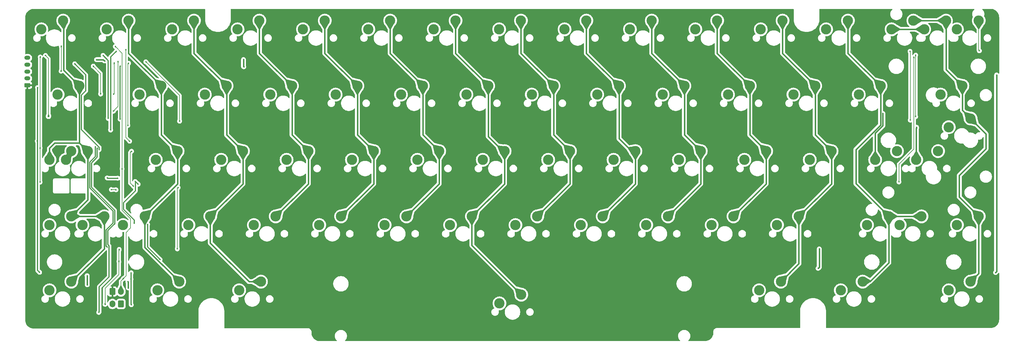
<source format=gbr>
%TF.GenerationSoftware,KiCad,Pcbnew,8.99.0-946-gf00a1ab517*%
%TF.CreationDate,2024-05-15T19:37:32+07:00*%
%TF.ProjectId,toro60,746f726f-3630-42e6-9b69-6361645f7063,rev?*%
%TF.SameCoordinates,Original*%
%TF.FileFunction,Copper,L1,Top*%
%TF.FilePolarity,Positive*%
%FSLAX46Y46*%
G04 Gerber Fmt 4.6, Leading zero omitted, Abs format (unit mm)*
G04 Created by KiCad (PCBNEW 8.99.0-946-gf00a1ab517) date 2024-05-15 19:37:32*
%MOMM*%
%LPD*%
G01*
G04 APERTURE LIST*
G04 Aperture macros list*
%AMRoundRect*
0 Rectangle with rounded corners*
0 $1 Rounding radius*
0 $2 $3 $4 $5 $6 $7 $8 $9 X,Y pos of 4 corners*
0 Add a 4 corners polygon primitive as box body*
4,1,4,$2,$3,$4,$5,$6,$7,$8,$9,$2,$3,0*
0 Add four circle primitives for the rounded corners*
1,1,$1+$1,$2,$3*
1,1,$1+$1,$4,$5*
1,1,$1+$1,$6,$7*
1,1,$1+$1,$8,$9*
0 Add four rect primitives between the rounded corners*
20,1,$1+$1,$2,$3,$4,$5,0*
20,1,$1+$1,$4,$5,$6,$7,0*
20,1,$1+$1,$6,$7,$8,$9,0*
20,1,$1+$1,$8,$9,$2,$3,0*%
G04 Aperture macros list end*
%TA.AperFunction,ComponentPad*%
%ADD10C,0.400000*%
%TD*%
%TA.AperFunction,ComponentPad*%
%ADD11C,3.000000*%
%TD*%
%TA.AperFunction,ComponentPad*%
%ADD12RoundRect,0.250000X0.600000X0.750000X-0.600000X0.750000X-0.600000X-0.750000X0.600000X-0.750000X0*%
%TD*%
%TA.AperFunction,ComponentPad*%
%ADD13O,1.700000X2.000000*%
%TD*%
%TA.AperFunction,ComponentPad*%
%ADD14RoundRect,0.250000X0.625000X-0.350000X0.625000X0.350000X-0.625000X0.350000X-0.625000X-0.350000X0*%
%TD*%
%TA.AperFunction,ComponentPad*%
%ADD15O,1.750000X1.200000*%
%TD*%
%TA.AperFunction,ComponentPad*%
%ADD16RoundRect,0.250000X-0.600000X-0.750000X0.600000X-0.750000X0.600000X0.750000X-0.600000X0.750000X0*%
%TD*%
%TA.AperFunction,ViaPad*%
%ADD17C,0.400000*%
%TD*%
%TA.AperFunction,ViaPad*%
%ADD18C,0.600000*%
%TD*%
%TA.AperFunction,Conductor*%
%ADD19C,0.300000*%
%TD*%
%TA.AperFunction,Conductor*%
%ADD20C,0.200000*%
%TD*%
%TA.AperFunction,Conductor*%
%ADD21C,0.400000*%
%TD*%
G04 APERTURE END LIST*
D10*
%TO.P,SW29,1,1*%
%TO.N,Net-(D29-A)*%
X304503000Y-16500000D03*
X305743000Y-17760000D03*
X305753000Y-15260000D03*
D11*
X305753000Y-16510000D03*
D10*
X307003000Y-16510000D03*
%TO.P,SW29,2,2*%
%TO.N,C13*%
X310853000Y-13970000D03*
X312103000Y-12710000D03*
D11*
X312103000Y-13970000D03*
D10*
X312103000Y-15210000D03*
X313343000Y-13960000D03*
%TD*%
%TO.P,SW30,1,1*%
%TO.N,Net-(D30-A)*%
X49709000Y-35550000D03*
X50949000Y-36810000D03*
X50959000Y-34310000D03*
D11*
X50959000Y-35560000D03*
D10*
X52209000Y-35560000D03*
%TO.P,SW30,2,2*%
%TO.N,C0*%
X56059000Y-33020000D03*
X57309000Y-31760000D03*
D11*
X57309000Y-33020000D03*
D10*
X57309000Y-34260000D03*
X58549000Y-33010000D03*
%TD*%
%TO.P,SW16,1,1*%
%TO.N,Net-(D16-A)*%
X47328000Y-16500000D03*
X48568000Y-17760000D03*
X48578000Y-15260000D03*
D11*
X48578000Y-16510000D03*
D10*
X49828000Y-16510000D03*
%TO.P,SW16,2,2*%
%TO.N,C0*%
X53678000Y-13970000D03*
X54928000Y-12710000D03*
D11*
X54928000Y-13970000D03*
D10*
X54928000Y-15210000D03*
X56168000Y-13960000D03*
%TD*%
%TO.P,SW69,1,1*%
%TO.N,Net-(D69-A)*%
X275450999Y-73650000D03*
X276690999Y-74910000D03*
X276700999Y-72410000D03*
D11*
X276700999Y-73660000D03*
D10*
X277950999Y-73660000D03*
%TO.P,SW69,2,2*%
%TO.N,C12*%
X281800999Y-71120000D03*
X283050999Y-69860000D03*
D11*
X283050999Y-71120000D03*
D10*
X283050999Y-72360000D03*
X284290999Y-71110000D03*
%TD*%
%TO.P,SW50,1,1*%
%TO.N,Net-(D50-A)*%
X180677500Y-54600000D03*
X181917500Y-55860000D03*
X181927500Y-53360000D03*
D11*
X181927500Y-54610000D03*
D10*
X183177500Y-54610000D03*
%TO.P,SW50,2,2*%
%TO.N,C7*%
X187027500Y-52070000D03*
X188277500Y-50810000D03*
D11*
X188277500Y-52070000D03*
D10*
X188277500Y-53310000D03*
X189517500Y-52060000D03*
%TD*%
%TO.P,SW31,1,1*%
%TO.N,Net-(D31-A)*%
X75902500Y-35550000D03*
X77142500Y-36810000D03*
X77152500Y-34310000D03*
D11*
X77152500Y-35560000D03*
D10*
X78402500Y-35560000D03*
%TO.P,SW31,2,2*%
%TO.N,C1*%
X82252500Y-33020000D03*
X83502500Y-31760000D03*
D11*
X83502500Y-33020000D03*
D10*
X83502500Y-34260000D03*
X84742500Y-33010000D03*
%TD*%
%TO.P,SW13,1,1*%
%TO.N,Net-(D13-A)*%
X271165000Y2550000D03*
X272405000Y1290000D03*
X272415000Y3790000D03*
D11*
X272415000Y2540000D03*
D10*
X273665000Y2540000D03*
%TO.P,SW13,2,2*%
%TO.N,C12*%
X277515000Y5080000D03*
X278765000Y6340000D03*
D11*
X278765000Y5080000D03*
D10*
X278765000Y3840000D03*
X280005000Y5090000D03*
%TD*%
%TO.P,SW46,1,1*%
%TO.N,Net-(D46-A)*%
X104477500Y-54600000D03*
X105717500Y-55860000D03*
X105727500Y-53360000D03*
D11*
X105727500Y-54610000D03*
D10*
X106977500Y-54610000D03*
%TO.P,SW46,2,2*%
%TO.N,C3*%
X110827500Y-52070000D03*
X112077500Y-50810000D03*
D11*
X112077500Y-52070000D03*
D10*
X112077500Y-53310000D03*
X113317500Y-52060000D03*
%TD*%
%TO.P,SW19,1,1*%
%TO.N,Net-(D19-A)*%
X109240000Y-16500000D03*
X110480000Y-17760000D03*
X110490000Y-15260000D03*
D11*
X110490000Y-16510000D03*
D10*
X111740000Y-16510000D03*
%TO.P,SW19,2,2*%
%TO.N,C3*%
X115590000Y-13970000D03*
X116840000Y-12710000D03*
D11*
X116840000Y-13970000D03*
D10*
X116840000Y-15210000D03*
X118080000Y-13960000D03*
%TD*%
%TO.P,SW23,1,1*%
%TO.N,Net-(D23-A)*%
X185440000Y-16500000D03*
X186680000Y-17760000D03*
X186690000Y-15260000D03*
D11*
X186690000Y-16510000D03*
D10*
X187940000Y-16510000D03*
%TO.P,SW23,2,2*%
%TO.N,C7*%
X191790000Y-13970000D03*
X193040000Y-12710000D03*
D11*
X193040000Y-13970000D03*
D10*
X193040000Y-15210000D03*
X194280000Y-13960000D03*
%TD*%
D12*
%TO.P,SWb\u00F4t1,1,1*%
%TO.N,+3.3V*%
X67020000Y-77640000D03*
D13*
%TO.P,SWb\u00F4t1,2,2*%
%TO.N,boot*%
X64520000Y-77640000D03*
%TD*%
D10*
%TO.P,SW53,1,1*%
%TO.N,Net-(D53-A)*%
X237827500Y-54600000D03*
X239067500Y-55860000D03*
X239077500Y-53360000D03*
D11*
X239077500Y-54610000D03*
D10*
X240327500Y-54610000D03*
%TO.P,SW53,2,2*%
%TO.N,C10*%
X244177500Y-52070000D03*
X245427500Y-50810000D03*
D11*
X245427500Y-52070000D03*
D10*
X245427500Y-53310000D03*
X246667500Y-52060000D03*
%TD*%
%TO.P,SW28,1,1*%
%TO.N,Net-(D28-A)*%
X280690000Y-16500000D03*
X281930000Y-17760000D03*
X281940000Y-15260000D03*
D11*
X281940000Y-16510000D03*
D10*
X283190000Y-16510000D03*
%TO.P,SW28,2,2*%
%TO.N,C12*%
X287040000Y-13970000D03*
X288290000Y-12710000D03*
D11*
X288290000Y-13970000D03*
D10*
X288290000Y-15210000D03*
X289530000Y-13960000D03*
%TD*%
%TO.P,SW56,1,1*%
%TO.N,Net-(D56-A)*%
X309265000Y-54600000D03*
X310505000Y-55860000D03*
X310515000Y-53360000D03*
D11*
X310515000Y-54610000D03*
D10*
X311765000Y-54610000D03*
%TO.P,SW56,2,2*%
%TO.N,C13*%
X315615000Y-52070000D03*
X316865000Y-50810000D03*
D11*
X316865000Y-52070000D03*
D10*
X316865000Y-53310000D03*
X318105000Y-52060000D03*
%TD*%
%TO.P,SW34,1,1*%
%TO.N,Net-(D34-A)*%
X133052500Y-35550000D03*
X134292500Y-36810000D03*
X134302500Y-34310000D03*
D11*
X134302500Y-35560000D03*
D10*
X135552500Y-35560000D03*
%TO.P,SW34,2,2*%
%TO.N,C4*%
X139402500Y-33020000D03*
X140652500Y-31760000D03*
D11*
X140652500Y-33020000D03*
D10*
X140652500Y-34260000D03*
X141892500Y-33010000D03*
%TD*%
%TO.P,SW45,1,1*%
%TO.N,Net-(D45-A)*%
X85427500Y-54600000D03*
X86667500Y-55860000D03*
X86677500Y-53360000D03*
D11*
X86677500Y-54610000D03*
D10*
X87927500Y-54610000D03*
%TO.P,SW45,2,2*%
%TO.N,C2*%
X91777500Y-52070000D03*
X93027500Y-50810000D03*
D11*
X93027500Y-52070000D03*
D10*
X93027500Y-53310000D03*
X94267500Y-52060000D03*
%TD*%
%TO.P,SW2,1,1*%
%TO.N,Net-(D2-A)*%
X61615000Y2550000D03*
X62855000Y1290000D03*
X62865000Y3790000D03*
D11*
X62865000Y2540000D03*
D10*
X64115000Y2540000D03*
%TO.P,SW2,2,2*%
%TO.N,C1*%
X67965000Y5080000D03*
X69215000Y6340000D03*
D11*
X69215000Y5080000D03*
D10*
X69215000Y3840000D03*
X70455000Y5090000D03*
%TD*%
%TO.P,SW21,1,1*%
%TO.N,Net-(D21-A)*%
X147340000Y-16500000D03*
X148580000Y-17760000D03*
X148590000Y-15260000D03*
D11*
X148590000Y-16510000D03*
D10*
X149840000Y-16510000D03*
%TO.P,SW21,2,2*%
%TO.N,C5*%
X153690000Y-13970000D03*
X154940000Y-12710000D03*
D11*
X154940000Y-13970000D03*
D10*
X154940000Y-15210000D03*
X156180000Y-13960000D03*
%TD*%
%TO.P,SW3,1,1*%
%TO.N,Net-(D3-A)*%
X80665000Y2550000D03*
X81905000Y1290000D03*
X81915000Y3790000D03*
D11*
X81915000Y2540000D03*
D10*
X83165000Y2540000D03*
%TO.P,SW3,2,2*%
%TO.N,C2*%
X87015000Y5080000D03*
X88265000Y6340000D03*
D11*
X88265000Y5080000D03*
D10*
X88265000Y3840000D03*
X89505000Y5090000D03*
%TD*%
%TO.P,SW26,1,1*%
%TO.N,Net-(D26-A)*%
X242590000Y-16500000D03*
X243830000Y-17760000D03*
X243840000Y-15260000D03*
D11*
X243840000Y-16510000D03*
D10*
X245090000Y-16510000D03*
%TO.P,SW26,2,2*%
%TO.N,C10*%
X248940000Y-13970000D03*
X250190000Y-12710000D03*
D11*
X250190000Y-13970000D03*
D10*
X250190000Y-15210000D03*
X251430000Y-13960000D03*
%TD*%
D14*
%TO.P,J2,1,Pin_1*%
%TO.N,GND*%
X39750000Y-13790000D03*
D15*
%TO.P,J2,2,Pin_2*%
%TO.N,+3.3V*%
X39750000Y-11790000D03*
%TO.P,J2,3,Pin_3*%
%TO.N,RST*%
X39750000Y-9790000D03*
%TO.P,J2,4,Pin_4*%
%TO.N,DIO*%
X39750000Y-7790000D03*
%TO.P,J2,5,Pin_5*%
%TO.N,CLK*%
X39750000Y-5790000D03*
%TD*%
D10*
%TO.P,SW8,1,1*%
%TO.N,Net-(D8-A)*%
X175915000Y2550000D03*
X177155000Y1290000D03*
X177165000Y3790000D03*
D11*
X177165000Y2540000D03*
D10*
X178415000Y2540000D03*
%TO.P,SW8,2,2*%
%TO.N,C7*%
X182265000Y5080000D03*
X183515000Y6340000D03*
D11*
X183515000Y5080000D03*
D10*
X183515000Y3840000D03*
X184755000Y5090000D03*
%TD*%
%TO.P,SW22,1,1*%
%TO.N,Net-(D22-A)*%
X166390000Y-16500000D03*
X167630000Y-17760000D03*
X167640000Y-15260000D03*
D11*
X167640000Y-16510000D03*
D10*
X168890000Y-16510000D03*
%TO.P,SW22,2,2*%
%TO.N,C6*%
X172740000Y-13970000D03*
X173990000Y-12710000D03*
D11*
X173990000Y-13970000D03*
D10*
X173990000Y-15210000D03*
X175230000Y-13960000D03*
%TD*%
%TO.P,SW6,1,1*%
%TO.N,Net-(D6-A)*%
X137815000Y2550000D03*
X139055000Y1290000D03*
X139065000Y3790000D03*
D11*
X139065000Y2540000D03*
D10*
X140315000Y2540000D03*
%TO.P,SW6,2,2*%
%TO.N,C5*%
X144165000Y5080000D03*
X145415000Y6340000D03*
D11*
X145415000Y5080000D03*
D10*
X145415000Y3840000D03*
X146655000Y5090000D03*
%TD*%
%TO.P,SW14,1,1*%
%TO.N,Net-(D14-A)*%
X290215000Y2550000D03*
X291455000Y1290000D03*
X291465000Y3790000D03*
D11*
X291465000Y2540000D03*
D10*
X292715000Y2540000D03*
%TO.P,SW14,2,2*%
%TO.N,C13*%
X296565000Y5080000D03*
X297815000Y6340000D03*
D11*
X297815000Y5080000D03*
D10*
X297815000Y3840000D03*
X299055000Y5090000D03*
%TD*%
%TO.P,SW20,1,1*%
%TO.N,Net-(D20-A)*%
X128290000Y-16500000D03*
X129530000Y-17760000D03*
X129540000Y-15260000D03*
D11*
X129540000Y-16510000D03*
D10*
X130790000Y-16510000D03*
%TO.P,SW20,2,2*%
%TO.N,C4*%
X134640000Y-13970000D03*
X135890000Y-12710000D03*
D11*
X135890000Y-13970000D03*
D10*
X135890000Y-15210000D03*
X137130000Y-13960000D03*
%TD*%
%TO.P,SW24,1,1*%
%TO.N,Net-(D24-A)*%
X204490000Y-16500000D03*
X205730000Y-17760000D03*
X205740000Y-15260000D03*
D11*
X205740000Y-16510000D03*
D10*
X206990000Y-16510000D03*
%TO.P,SW24,2,2*%
%TO.N,C8*%
X210840000Y-13970000D03*
X212090000Y-12710000D03*
D11*
X212090000Y-13970000D03*
D10*
X212090000Y-15210000D03*
X213330000Y-13960000D03*
%TD*%
%TO.P,SW40,1,1*%
%TO.N,Net-(D40-A)*%
X247352500Y-35550000D03*
X248592500Y-36810000D03*
X248602500Y-34310000D03*
D11*
X248602500Y-35560000D03*
D10*
X249852500Y-35560000D03*
%TO.P,SW40,2,2*%
%TO.N,C10*%
X253702500Y-33020000D03*
X254952500Y-31760000D03*
D11*
X254952500Y-33020000D03*
D10*
X254952500Y-34260000D03*
X256192500Y-33010000D03*
%TD*%
%TO.P,SW36,1,1*%
%TO.N,Net-(D36-A)*%
X171152500Y-35550000D03*
X172392500Y-36810000D03*
X172402500Y-34310000D03*
D11*
X172402500Y-35560000D03*
D10*
X173652500Y-35560000D03*
%TO.P,SW36,2,2*%
%TO.N,C6*%
X177502500Y-33020000D03*
X178752500Y-31760000D03*
D11*
X178752500Y-33020000D03*
D10*
X178752500Y-34260000D03*
X179992500Y-33010000D03*
%TD*%
%TO.P,SW35,1,1*%
%TO.N,Net-(D35-A)*%
X152102500Y-35550000D03*
X153342500Y-36810000D03*
X153352500Y-34310000D03*
D11*
X153352500Y-35560000D03*
D10*
X154602500Y-35560000D03*
%TO.P,SW35,2,2*%
%TO.N,C5*%
X158452500Y-33020000D03*
X159702500Y-31760000D03*
D11*
X159702500Y-33020000D03*
D10*
X159702500Y-34260000D03*
X160942500Y-33010000D03*
%TD*%
%TO.P,SW17,1,1*%
%TO.N,Net-(D17-A)*%
X71140000Y-16500000D03*
X72380000Y-17760000D03*
X72390000Y-15260000D03*
D11*
X72390000Y-16510000D03*
D10*
X73640000Y-16510000D03*
%TO.P,SW17,2,2*%
%TO.N,C1*%
X77490000Y-13970000D03*
X78740000Y-12710000D03*
D11*
X78740000Y-13970000D03*
D10*
X78740000Y-15210000D03*
X79980000Y-13960000D03*
%TD*%
%TO.P,SW41,1,1*%
%TO.N,Net-(D41-A)*%
X266402500Y-35550000D03*
X267642500Y-36810000D03*
X267652500Y-34310000D03*
D11*
X267652500Y-35560000D03*
D10*
X268902500Y-35560000D03*
%TO.P,SW41,2,2*%
%TO.N,C11*%
X272752500Y-33020000D03*
X274002500Y-31760000D03*
D11*
X274002500Y-33020000D03*
D10*
X274002500Y-34260000D03*
X275242500Y-33010000D03*
%TD*%
%TO.P,SW39,1,1*%
%TO.N,Net-(D39-A)*%
X228302500Y-35550000D03*
X229542500Y-36810000D03*
X229552500Y-34310000D03*
D11*
X229552500Y-35560000D03*
D10*
X230802500Y-35560000D03*
%TO.P,SW39,2,2*%
%TO.N,C9*%
X234652500Y-33020000D03*
X235902500Y-31760000D03*
D11*
X235902500Y-33020000D03*
D10*
X235902500Y-34260000D03*
X237142500Y-33010000D03*
%TD*%
%TO.P,SW1005,1,1*%
%TO.N,Net-(D55-A)*%
X292596500Y-54600000D03*
X293836500Y-55860000D03*
X293846500Y-53360000D03*
D11*
X293846500Y-54610000D03*
D10*
X295096500Y-54610000D03*
%TO.P,SW1005,2,2*%
%TO.N,C12*%
X298946500Y-52070000D03*
X300196500Y-50810000D03*
D11*
X300196500Y-52070000D03*
D10*
X300196500Y-53310000D03*
X301436500Y-52060000D03*
%TD*%
%TO.P,SW11,1,1*%
%TO.N,Net-(D11-A)*%
X233065000Y2550000D03*
X234305000Y1290000D03*
X234315000Y3790000D03*
D11*
X234315000Y2540000D03*
D10*
X235565000Y2540000D03*
%TO.P,SW11,2,2*%
%TO.N,C10*%
X239415000Y5080000D03*
X240665000Y6340000D03*
D11*
X240665000Y5080000D03*
D10*
X240665000Y3840000D03*
X241905000Y5090000D03*
%TD*%
%TO.P,SW49,1,1*%
%TO.N,Net-(D49-A)*%
X161627500Y-54600000D03*
X162867500Y-55860000D03*
X162877500Y-53360000D03*
D11*
X162877500Y-54610000D03*
D10*
X164127500Y-54610000D03*
%TO.P,SW49,2,2*%
%TO.N,C6*%
X167977500Y-52070000D03*
X169227500Y-50810000D03*
D11*
X169227500Y-52070000D03*
D10*
X169227500Y-53310000D03*
X170467500Y-52060000D03*
%TD*%
D16*
%TO.P,SWb\u00F4trst1,1,1*%
%TO.N,GND*%
X64500000Y-74020000D03*
D13*
%TO.P,SWb\u00F4trst1,2,2*%
%TO.N,RST*%
X67000000Y-74020000D03*
%TD*%
D10*
%TO.P,SW1001,1,1*%
%TO.N,Net-(D29-A)*%
X285452500Y-35550000D03*
X286692500Y-36810000D03*
X286702500Y-34310000D03*
D11*
X286702500Y-35560000D03*
D10*
X287952500Y-35560000D03*
%TO.P,SW1001,2,2*%
%TO.N,C13*%
X291802500Y-33020000D03*
X293052500Y-31760000D03*
D11*
X293052500Y-33020000D03*
D10*
X293052500Y-34260000D03*
X294292500Y-33010000D03*
%TD*%
%TO.P,SW12,1,1*%
%TO.N,Net-(D12-A)*%
X252115000Y2550000D03*
X253355000Y1290000D03*
X253365000Y3790000D03*
D11*
X253365000Y2540000D03*
D10*
X254615000Y2540000D03*
%TO.P,SW12,2,2*%
%TO.N,C11*%
X258465000Y5080000D03*
X259715000Y6340000D03*
D11*
X259715000Y5080000D03*
D10*
X259715000Y3840000D03*
X260955000Y5090000D03*
%TD*%
%TO.P,SW1002,1,1*%
%TO.N,C0*%
X44946000Y-35550000D03*
X46186000Y-36810000D03*
X46196000Y-34310000D03*
D11*
X46196000Y-35560000D03*
D10*
X47446000Y-35560000D03*
%TO.P,SW1002,2,2*%
%TO.N,Net-(D30-A)*%
X51296000Y-33020000D03*
X52546000Y-31760000D03*
D11*
X52546000Y-33020000D03*
D10*
X52546000Y-34260000D03*
X53786000Y-33010000D03*
%TD*%
%TO.P,SW1,1,1*%
%TO.N,Net-(D1-A)*%
X42565000Y2550000D03*
X43805000Y1290000D03*
X43815000Y3790000D03*
D11*
X43815000Y2540000D03*
D10*
X45065000Y2540000D03*
%TO.P,SW1,2,2*%
%TO.N,C0*%
X48915000Y5080000D03*
X50165000Y6340000D03*
D11*
X50165000Y5080000D03*
D10*
X50165000Y3840000D03*
X51405000Y5090000D03*
%TD*%
%TO.P,SW55,1,1*%
%TO.N,Net-(D55-A)*%
X283071500Y-54600000D03*
X284311500Y-55860000D03*
X284321500Y-53360000D03*
D11*
X284321500Y-54610000D03*
D10*
X285571500Y-54610000D03*
%TO.P,SW55,2,2*%
%TO.N,C12*%
X289421500Y-52070000D03*
X290671500Y-50810000D03*
D11*
X290671500Y-52070000D03*
D10*
X290671500Y-53310000D03*
X291911500Y-52060000D03*
%TD*%
%TO.P,SW7,1,1*%
%TO.N,Net-(D7-A)*%
X156865000Y2550000D03*
X158105000Y1290000D03*
X158115000Y3790000D03*
D11*
X158115000Y2540000D03*
D10*
X159365000Y2540000D03*
%TO.P,SW7,2,2*%
%TO.N,C6*%
X163215000Y5080000D03*
X164465000Y6340000D03*
D11*
X164465000Y5080000D03*
D10*
X164465000Y3840000D03*
X165705000Y5090000D03*
%TD*%
%TO.P,SW9,1,1*%
%TO.N,Net-(D9-A)*%
X194965000Y2550000D03*
X196205000Y1290000D03*
X196215000Y3790000D03*
D11*
X196215000Y2540000D03*
D10*
X197465000Y2540000D03*
%TO.P,SW9,2,2*%
%TO.N,C8*%
X201315000Y5080000D03*
X202565000Y6340000D03*
D11*
X202565000Y5080000D03*
D10*
X202565000Y3840000D03*
X203805000Y5090000D03*
%TD*%
%TO.P,SW54,1,1*%
%TO.N,Net-(D54-A)*%
X256877500Y-54600000D03*
X258117500Y-55860000D03*
X258127500Y-53360000D03*
D11*
X258127500Y-54610000D03*
D10*
X259377500Y-54610000D03*
%TO.P,SW54,2,2*%
%TO.N,C11*%
X263227500Y-52070000D03*
X264477500Y-50810000D03*
D11*
X264477500Y-52070000D03*
D10*
X264477500Y-53310000D03*
X265717500Y-52060000D03*
%TD*%
%TO.P,SW4,1,1*%
%TO.N,Net-(D4-A)*%
X99715000Y2550000D03*
X100955000Y1290000D03*
X100965000Y3790000D03*
D11*
X100965000Y2540000D03*
D10*
X102215000Y2540000D03*
%TO.P,SW4,2,2*%
%TO.N,C3*%
X106065000Y5080000D03*
X107315000Y6340000D03*
D11*
X107315000Y5080000D03*
D10*
X107315000Y3840000D03*
X108555000Y5090000D03*
%TD*%
%TO.P,SW63,1,1*%
%TO.N,Net-(D63-A)*%
X176010000Y-77460000D03*
X177250000Y-78720000D03*
X177260000Y-76220000D03*
D11*
X177260000Y-77470000D03*
D10*
X178510000Y-77470000D03*
%TO.P,SW63,2,2*%
%TO.N,C6*%
X182360000Y-74930000D03*
X183610000Y-73670000D03*
D11*
X183610000Y-74930000D03*
D10*
X183610000Y-76170000D03*
X184850000Y-74920000D03*
%TD*%
%TO.P,SW44,1,1*%
%TO.N,Net-(D44-A)*%
X66377500Y-54600000D03*
X67617500Y-55860000D03*
X67627500Y-53360000D03*
D11*
X67627500Y-54610000D03*
D10*
X68877500Y-54610000D03*
%TO.P,SW44,2,2*%
%TO.N,C1*%
X72727500Y-52070000D03*
X73977500Y-50810000D03*
D11*
X73977500Y-52070000D03*
D10*
X73977500Y-53310000D03*
X75217500Y-52060000D03*
%TD*%
%TO.P,SW42,1,1*%
%TO.N,Net-(D42-A)*%
X297433099Y-35550000D03*
X298673099Y-36810000D03*
X298683099Y-34310000D03*
D11*
X298683099Y-35560000D03*
D10*
X299933099Y-35560000D03*
%TO.P,SW42,2,2*%
%TO.N,C13*%
X303783099Y-33020000D03*
X305033099Y-31760000D03*
D11*
X305033099Y-33020000D03*
D10*
X305033099Y-34260000D03*
X306273099Y-33010000D03*
%TD*%
%TO.P,SW32,1,1*%
%TO.N,Net-(D32-A)*%
X94952500Y-35550000D03*
X96192500Y-36810000D03*
X96202500Y-34310000D03*
D11*
X96202500Y-35560000D03*
D10*
X97452500Y-35560000D03*
%TO.P,SW32,2,2*%
%TO.N,C2*%
X101302500Y-33020000D03*
X102552500Y-31760000D03*
D11*
X102552500Y-33020000D03*
D10*
X102552500Y-34260000D03*
X103792500Y-33010000D03*
%TD*%
%TO.P,SW58,1,1*%
%TO.N,Net-(D58-A)*%
X76378500Y-73650000D03*
X77618500Y-74910000D03*
X77628500Y-72410000D03*
D11*
X77628500Y-73660000D03*
D10*
X78878500Y-73660000D03*
%TO.P,SW58,2,2*%
%TO.N,C1*%
X82728500Y-71120000D03*
X83978500Y-69860000D03*
D11*
X83978500Y-71120000D03*
D10*
X83978500Y-72360000D03*
X85218500Y-71110000D03*
%TD*%
%TO.P,SW51,1,1*%
%TO.N,Net-(D51-A)*%
X199727500Y-54600000D03*
X200967500Y-55860000D03*
X200977500Y-53360000D03*
D11*
X200977500Y-54610000D03*
D10*
X202227500Y-54610000D03*
%TO.P,SW51,2,2*%
%TO.N,C8*%
X206077500Y-52070000D03*
X207327500Y-50810000D03*
D11*
X207327500Y-52070000D03*
D10*
X207327500Y-53310000D03*
X208567500Y-52060000D03*
%TD*%
%TO.P,SW33,1,1*%
%TO.N,Net-(D33-A)*%
X114002500Y-35550000D03*
X115242500Y-36810000D03*
X115252500Y-34310000D03*
D11*
X115252500Y-35560000D03*
D10*
X116502500Y-35560000D03*
%TO.P,SW33,2,2*%
%TO.N,C3*%
X120352500Y-33020000D03*
X121602500Y-31760000D03*
D11*
X121602500Y-33020000D03*
D10*
X121602500Y-34260000D03*
X122842500Y-33010000D03*
%TD*%
%TO.P,SW27,1,1*%
%TO.N,Net-(D27-A)*%
X261640000Y-16500000D03*
X262880000Y-17760000D03*
X262890000Y-15260000D03*
D11*
X262890000Y-16510000D03*
D10*
X264140000Y-16510000D03*
%TO.P,SW27,2,2*%
%TO.N,C11*%
X267990000Y-13970000D03*
X269240000Y-12710000D03*
D11*
X269240000Y-13970000D03*
D10*
X269240000Y-15210000D03*
X270480000Y-13960000D03*
%TD*%
%TO.P,SW5,1,1*%
%TO.N,Net-(D5-A)*%
X118765000Y2550000D03*
X120005000Y1290000D03*
X120015000Y3790000D03*
D11*
X120015000Y2540000D03*
D10*
X121265000Y2540000D03*
%TO.P,SW5,2,2*%
%TO.N,C4*%
X125115000Y5080000D03*
X126365000Y6340000D03*
D11*
X126365000Y5080000D03*
D10*
X126365000Y3840000D03*
X127605000Y5090000D03*
%TD*%
%TO.P,SW25,1,1*%
%TO.N,Net-(D25-A)*%
X223540000Y-16500000D03*
X224780000Y-17760000D03*
X224790000Y-15260000D03*
D11*
X224790000Y-16510000D03*
D10*
X226040000Y-16510000D03*
%TO.P,SW25,2,2*%
%TO.N,C9*%
X229890000Y-13970000D03*
X231140000Y-12710000D03*
D11*
X231140000Y-13970000D03*
D10*
X231140000Y-15210000D03*
X232380000Y-13960000D03*
%TD*%
%TO.P,SW70,1,1*%
%TO.N,Net-(D70-A)*%
X306883500Y-73650000D03*
X308123500Y-74910000D03*
X308133500Y-72410000D03*
D11*
X308133500Y-73660000D03*
D10*
X309383500Y-73660000D03*
%TO.P,SW70,2,2*%
%TO.N,C13*%
X313233500Y-71120000D03*
X314483500Y-69860000D03*
D11*
X314483500Y-71120000D03*
D10*
X314483500Y-72360000D03*
X315723500Y-71110000D03*
%TD*%
%TO.P,SW43,1,1*%
%TO.N,Net-(D43-A)*%
X44946000Y-54600000D03*
X46186000Y-55860000D03*
X46196000Y-53360000D03*
D11*
X46196000Y-54610000D03*
D10*
X47446000Y-54610000D03*
%TO.P,SW43,2,2*%
%TO.N,C0*%
X51296000Y-52070000D03*
X52546000Y-50810000D03*
D11*
X52546000Y-52070000D03*
D10*
X52546000Y-53310000D03*
X53786000Y-52060000D03*
%TD*%
%TO.P,SW47,1,1*%
%TO.N,Net-(D47-A)*%
X123527500Y-54600000D03*
X124767500Y-55860000D03*
X124777500Y-53360000D03*
D11*
X124777500Y-54610000D03*
D10*
X126027500Y-54610000D03*
%TO.P,SW47,2,2*%
%TO.N,C4*%
X129877500Y-52070000D03*
X131127500Y-50810000D03*
D11*
X131127500Y-52070000D03*
D10*
X131127500Y-53310000D03*
X132367500Y-52060000D03*
%TD*%
%TO.P,SW59,1,1*%
%TO.N,Net-(D59-A)*%
X100191000Y-73650000D03*
X101431000Y-74910000D03*
X101441000Y-72410000D03*
D11*
X101441000Y-73660000D03*
D10*
X102691000Y-73660000D03*
%TO.P,SW59,2,2*%
%TO.N,C2*%
X106541000Y-71120000D03*
X107791000Y-69860000D03*
D11*
X107791000Y-71120000D03*
D10*
X107791000Y-72360000D03*
X109031000Y-71110000D03*
%TD*%
%TO.P,SW1004,1,1*%
%TO.N,Net-(D43-A)*%
X54545600Y-54600000D03*
X55785600Y-55860000D03*
X55795600Y-53360000D03*
D11*
X55795600Y-54610000D03*
D10*
X57045600Y-54610000D03*
%TO.P,SW1004,2,2*%
%TO.N,C0*%
X60895600Y-52070000D03*
X62145600Y-50810000D03*
D11*
X62145600Y-52070000D03*
D10*
X62145600Y-53310000D03*
X63385600Y-52060000D03*
%TD*%
%TO.P,SW1000,1,1*%
%TO.N,Net-(D14-A)*%
X299740000Y2550000D03*
X300980000Y1290000D03*
X300990000Y3790000D03*
D11*
X300990000Y2540000D03*
D10*
X302240000Y2540000D03*
%TO.P,SW1000,2,2*%
%TO.N,C13*%
X306090000Y5080000D03*
X307340000Y6340000D03*
D11*
X307340000Y5080000D03*
D10*
X307340000Y3840000D03*
X308580000Y5090000D03*
%TD*%
%TO.P,SW18,1,1*%
%TO.N,Net-(D18-A)*%
X90190000Y-16500000D03*
X91430000Y-17760000D03*
X91440000Y-15260000D03*
D11*
X91440000Y-16510000D03*
D10*
X92690000Y-16510000D03*
%TO.P,SW18,2,2*%
%TO.N,C2*%
X96540000Y-13970000D03*
X97790000Y-12710000D03*
D11*
X97790000Y-13970000D03*
D10*
X97790000Y-15210000D03*
X99030000Y-13960000D03*
%TD*%
%TO.P,SW10,1,1*%
%TO.N,Net-(D10-A)*%
X214015000Y2550000D03*
X215255000Y1290000D03*
X215265000Y3790000D03*
D11*
X215265000Y2540000D03*
D10*
X216515000Y2540000D03*
%TO.P,SW10,2,2*%
%TO.N,C9*%
X220365000Y5080000D03*
X221615000Y6340000D03*
D11*
X221615000Y5080000D03*
D10*
X221615000Y3840000D03*
X222855000Y5090000D03*
%TD*%
%TO.P,SW68,1,1*%
%TO.N,Net-(D68-A)*%
X251638499Y-73650000D03*
X252878499Y-74910000D03*
X252888499Y-72410000D03*
D11*
X252888499Y-73660000D03*
D10*
X254138499Y-73660000D03*
%TO.P,SW68,2,2*%
%TO.N,C11*%
X257988499Y-71120000D03*
X259238499Y-69860000D03*
D11*
X259238499Y-71120000D03*
D10*
X259238499Y-72360000D03*
X260478499Y-71110000D03*
%TD*%
%TO.P,SW52,1,1*%
%TO.N,Net-(D52-A)*%
X218777500Y-54600000D03*
X220017500Y-55860000D03*
X220027500Y-53360000D03*
D11*
X220027500Y-54610000D03*
D10*
X221277500Y-54610000D03*
%TO.P,SW52,2,2*%
%TO.N,C9*%
X225127500Y-52070000D03*
X226377500Y-50810000D03*
D11*
X226377500Y-52070000D03*
D10*
X226377500Y-53310000D03*
X227617500Y-52060000D03*
%TD*%
%TO.P,SW57,1,1*%
%TO.N,Net-(D57-A)*%
X44946000Y-73650000D03*
X46186000Y-74910000D03*
X46196000Y-72410000D03*
D11*
X46196000Y-73660000D03*
D10*
X47446000Y-73660000D03*
%TO.P,SW57,2,2*%
%TO.N,C0*%
X51296000Y-71120000D03*
X52546000Y-69860000D03*
D11*
X52546000Y-71120000D03*
D10*
X52546000Y-72360000D03*
X53786000Y-71110000D03*
%TD*%
%TO.P,SW38,1,1*%
%TO.N,Net-(D38-A)*%
X209252500Y-35550000D03*
X210492500Y-36810000D03*
X210502500Y-34310000D03*
D11*
X210502500Y-35560000D03*
D10*
X211752500Y-35560000D03*
%TO.P,SW38,2,2*%
%TO.N,C8*%
X215602500Y-33020000D03*
X216852500Y-31760000D03*
D11*
X216852500Y-33020000D03*
D10*
X216852500Y-34260000D03*
X218092500Y-33010000D03*
%TD*%
%TO.P,SW48,1,1*%
%TO.N,Net-(D48-A)*%
X142577500Y-54600000D03*
X143817500Y-55860000D03*
X143827500Y-53360000D03*
D11*
X143827500Y-54610000D03*
D10*
X145077500Y-54610000D03*
%TO.P,SW48,2,2*%
%TO.N,C5*%
X148927500Y-52070000D03*
X150177500Y-50810000D03*
D11*
X150177500Y-52070000D03*
D10*
X150177500Y-53310000D03*
X151417500Y-52060000D03*
%TD*%
%TO.P,SW37,1,1*%
%TO.N,Net-(D37-A)*%
X190202500Y-35550000D03*
X191442500Y-36810000D03*
X191452500Y-34310000D03*
D11*
X191452500Y-35560000D03*
D10*
X192702500Y-35560000D03*
%TO.P,SW37,2,2*%
%TO.N,C7*%
X196552500Y-33020000D03*
X197802500Y-31760000D03*
D11*
X197802500Y-33020000D03*
D10*
X197802500Y-34260000D03*
X199042500Y-33010000D03*
%TD*%
%TO.P,SW1003,1,1*%
%TO.N,Net-(D42-A)*%
X306883500Y-26025000D03*
X308123500Y-27285000D03*
X308133500Y-24785000D03*
D11*
X308133500Y-26035000D03*
D10*
X309383500Y-26035000D03*
%TO.P,SW1003,2,2*%
%TO.N,C13*%
X313233500Y-23495000D03*
X314483500Y-22235000D03*
D11*
X314483500Y-23495000D03*
D10*
X314483500Y-24735000D03*
X315723500Y-23485000D03*
%TD*%
%TO.P,SW15,1,1*%
%TO.N,Net-(D15-A)*%
X309265000Y2550000D03*
X310505000Y1290000D03*
X310515000Y3790000D03*
D11*
X310515000Y2540000D03*
D10*
X311765000Y2540000D03*
%TO.P,SW15,2,2*%
%TO.N,C14*%
X315615000Y5080000D03*
X316865000Y6340000D03*
D11*
X316865000Y5080000D03*
D10*
X316865000Y3840000D03*
X318105000Y5090000D03*
%TD*%
D17*
%TO.N,GND*%
X51520000Y-26970000D03*
X57040000Y-17490000D03*
X63320000Y-42690000D03*
X62220000Y-15340000D03*
X53660000Y-21830000D03*
X65140000Y-30900000D03*
X72880000Y-36430000D03*
X66050000Y-32490000D03*
X52480000Y-23730000D03*
X58330000Y-12030000D03*
X66130000Y-42530000D03*
X70370000Y-26240000D03*
X61480000Y-18260000D03*
%TO.N,+3.3V*%
X74750000Y-54420000D03*
X72010000Y-42700000D03*
X69980000Y-68540000D03*
X78398515Y-64691485D03*
X69930000Y-70460000D03*
X66070000Y-40930000D03*
X70850000Y-54130000D03*
X70010000Y-77870000D03*
X62980000Y-40840000D03*
%TO.N,RST*%
X49610000Y-2390000D03*
X67320000Y-38190000D03*
X67670000Y-70280000D03*
X49570000Y-9690000D03*
X65350000Y-2470000D03*
%TO.N,R0*%
X65600000Y-3920000D03*
X64000000Y-26870000D03*
D18*
%TO.N,R1*%
X45900000Y-22850000D03*
D17*
X298490000Y-22970000D03*
X45020000Y-5090000D03*
X298500000Y-4990000D03*
X63300000Y-23480000D03*
X61800000Y-5070000D03*
%TO.N,Net-(D29-A)*%
X288940000Y-22030000D03*
%TO.N,Net-(D42-A)*%
X298750000Y-26050000D03*
%TO.N,+5V*%
X66830000Y-8180000D03*
X42730000Y-14470000D03*
X69140000Y-72970000D03*
X62224265Y-6690000D03*
X59870000Y-6310000D03*
X66780000Y-23710000D03*
X42630000Y-30050000D03*
X69010000Y-71140000D03*
X102784265Y-8394265D03*
X102700000Y-6290000D03*
X43300000Y-68410000D03*
%TO.N,DIO*%
X69220000Y-7360000D03*
X58935735Y-8225735D03*
X65020000Y-7310000D03*
X61100000Y-16360000D03*
X64850000Y-16410000D03*
X69030000Y-25530000D03*
%TO.N,CLK*%
X68430000Y-3390000D03*
X69530000Y-30150000D03*
%TO.N,boot*%
X83420000Y-61570000D03*
X70670000Y-43290000D03*
X62380000Y-77770000D03*
X83650000Y-43650000D03*
X66490000Y-61730000D03*
X66410000Y-65290000D03*
X70090000Y-33060000D03*
%TO.N,C9*%
X65580000Y-44320000D03*
X64190000Y-44250000D03*
%TO.N,C13*%
X318990000Y-32220000D03*
%TO.N,C14*%
X296925000Y-23975000D03*
X84075000Y-24275000D03*
X74250000Y-6950000D03*
X66175000Y-6825000D03*
X296850000Y-3875000D03*
X317050000Y-3725000D03*
X64825000Y-21350000D03*
%TO.N,R2*%
X43510000Y-5530000D03*
X43450000Y-42080000D03*
X43450000Y-32140000D03*
X298000000Y-5570000D03*
X293620000Y-42020000D03*
%TO.N,R3*%
X63000000Y-61070000D03*
X59570000Y-31750000D03*
%TO.N,Net-(Drgb6-DOUT)*%
X321770000Y-68470000D03*
X322070000Y-10790000D03*
%TO.N,Net-(Drgb7-DOUT)*%
X270070000Y-67250000D03*
X270420000Y-61570000D03*
%TO.N,Net-(Drgb12-DOUT)*%
X57130000Y-69390000D03*
X57190000Y-72060000D03*
%TO.N,R4*%
X60530000Y-80120000D03*
X60120000Y-32130000D03*
%TO.N,RGB*%
X53530000Y-7510000D03*
X60620000Y-32630000D03*
%TD*%
D19*
%TO.N,+3.3V*%
X67770000Y-50063604D02*
X68683198Y-50976802D01*
X70850000Y-53143604D02*
X70850000Y-54130000D01*
X69930000Y-77790000D02*
X70010000Y-77870000D01*
X71220000Y-44640000D02*
X67770000Y-48090000D01*
X69930000Y-69710000D02*
X69930000Y-77790000D01*
X72010000Y-42700000D02*
X71149600Y-41839600D01*
X69930000Y-70460000D02*
X69930000Y-69710000D01*
X69930000Y-69710000D02*
X69930000Y-68590000D01*
X69930000Y-68590000D02*
X69980000Y-68540000D01*
X63070000Y-40930000D02*
X62980000Y-40840000D01*
X66070000Y-40930000D02*
X63070000Y-40930000D01*
X74750000Y-54420000D02*
X74750000Y-61042970D01*
X67770000Y-48090000D02*
X67770000Y-50063604D01*
X68683198Y-50976802D02*
X70850000Y-53143604D01*
X71220000Y-41910000D02*
X71220000Y-44640000D01*
X74750000Y-61042970D02*
X78398515Y-64691485D01*
X71149600Y-41839600D02*
X71220000Y-41910000D01*
D20*
%TO.N,RST*%
X68500000Y-57020000D02*
X68500000Y-69450000D01*
X67670000Y-70310000D02*
X67000000Y-70980000D01*
X69820000Y-52750000D02*
X69820000Y-55444098D01*
X49610000Y-9650000D02*
X49570000Y-9690000D01*
X67320000Y-38630000D02*
X67330000Y-38620000D01*
X67330000Y-4450000D02*
X65350000Y-2470000D01*
X68500000Y-69450000D02*
X67670000Y-70280000D01*
X67000000Y-70980000D02*
X67000000Y-74020000D01*
X49610000Y-2390000D02*
X49610000Y-9650000D01*
X67320000Y-38190000D02*
X67320000Y-38630000D01*
X67670000Y-70280000D02*
X67670000Y-70310000D01*
X67320000Y-38630000D02*
X67320000Y-50250000D01*
X68500000Y-56764098D02*
X68500000Y-57020000D01*
X69820000Y-55444098D02*
X68500000Y-56764098D01*
X67330000Y-38620000D02*
X67330000Y-4450000D01*
X67320000Y-50250000D02*
X69820000Y-52750000D01*
D19*
%TO.N,R0*%
X64000000Y-5520000D02*
X65600000Y-3920000D01*
X64000000Y-26870000D02*
X64000000Y-5520000D01*
D21*
%TO.N,Net-(D14-A)*%
X300990000Y2540000D02*
X291465000Y2540000D01*
D19*
%TO.N,R1*%
X63300000Y-23480000D02*
X63300000Y-6570000D01*
D20*
X45900000Y-22850000D02*
X45900000Y-5993660D01*
X298500000Y-4990000D02*
X298500000Y-22960000D01*
X298500000Y-22960000D02*
X298490000Y-22970000D01*
X45900000Y-5993660D02*
X44976340Y-5070000D01*
D19*
X63300000Y-6570000D02*
X61800000Y-5070000D01*
D21*
%TO.N,Net-(D29-A)*%
X286702500Y-35560000D02*
X286702500Y-27786028D01*
X286702500Y-27786028D02*
X288940000Y-25548528D01*
X288940000Y-25548528D02*
X288940000Y-22030000D01*
%TO.N,Net-(D30-A)*%
X52546000Y-33973000D02*
X50959000Y-35560000D01*
X52546000Y-33020000D02*
X52546000Y-33973000D01*
%TO.N,Net-(D42-A)*%
X298683099Y-26376901D02*
X298683099Y-35560000D01*
X298750000Y-26050000D02*
X298750000Y-26310000D01*
X298750000Y-26310000D02*
X298683099Y-26376901D01*
D19*
%TO.N,+5V*%
X66780000Y-8230000D02*
X66830000Y-8180000D01*
D21*
X69140000Y-72970000D02*
X69140000Y-71270000D01*
D19*
X66780000Y-18820000D02*
X66780000Y-18130000D01*
D21*
X69140000Y-71270000D02*
X69010000Y-71140000D01*
D19*
X42730000Y-28970000D02*
X42730000Y-67840000D01*
X42730000Y-29950000D02*
X42630000Y-30050000D01*
D21*
X59870000Y-6310000D02*
X61844265Y-6310000D01*
D19*
X66780000Y-18820000D02*
X66780000Y-8230000D01*
X42730000Y-67840000D02*
X43300000Y-68410000D01*
X66780000Y-23710000D02*
X66780000Y-18820000D01*
X42730000Y-28970000D02*
X42730000Y-29950000D01*
D21*
X102700000Y-8310000D02*
X102784265Y-8394265D01*
X102700000Y-6290000D02*
X102700000Y-8310000D01*
D19*
X42730000Y-14470000D02*
X42730000Y-28970000D01*
D21*
X61844265Y-6310000D02*
X62224265Y-6690000D01*
D20*
%TO.N,DIO*%
X65020000Y-12670000D02*
X65020000Y-16240000D01*
X61100000Y-16360000D02*
X61100000Y-10390000D01*
X69030000Y-25530000D02*
X69030000Y-7550000D01*
X65020000Y-16240000D02*
X64850000Y-16410000D01*
X69030000Y-7550000D02*
X69220000Y-7360000D01*
X65020000Y-7310000D02*
X65020000Y-12670000D01*
X61100000Y-10390000D02*
X58935735Y-8225735D01*
%TO.N,CLK*%
X69530000Y-30150000D02*
X68430000Y-29050000D01*
X68430000Y-29050000D02*
X68430000Y-3390000D01*
%TO.N,boot*%
X66490000Y-61730000D02*
X66430000Y-61790000D01*
X63180000Y-72290000D02*
X62380000Y-73090000D01*
X70090000Y-33060000D02*
X69669600Y-33480400D01*
X66430000Y-69040000D02*
X63180000Y-72290000D01*
X69669600Y-41520000D02*
X69669600Y-42289600D01*
X69669600Y-33480400D02*
X69669600Y-41520000D01*
X83400000Y-61550000D02*
X83420000Y-61570000D01*
X83400000Y-43900000D02*
X83400000Y-61550000D01*
X66430000Y-65270000D02*
X66410000Y-65290000D01*
X66430000Y-64750000D02*
X66430000Y-69040000D01*
X69669600Y-42289600D02*
X70670000Y-43290000D01*
X66430000Y-64750000D02*
X66430000Y-65270000D01*
X62380000Y-73090000D02*
X62380000Y-77770000D01*
X83650000Y-43650000D02*
X83400000Y-43900000D01*
X66430000Y-61790000D02*
X66430000Y-64750000D01*
D21*
%TO.N,C0*%
X46196000Y-35560000D02*
X46196000Y-32164000D01*
X54928000Y-30639000D02*
X57309000Y-33020000D01*
X47721000Y-30639000D02*
X54928000Y-30639000D01*
X57369000Y-47247000D02*
X52546000Y-52070000D01*
X57369000Y-33080000D02*
X57369000Y-47247000D01*
X62145600Y-52070000D02*
X52546000Y-52070000D01*
X62145600Y-61520400D02*
X52546000Y-71120000D01*
X50331553Y4913447D02*
X50331553Y-9373553D01*
X46196000Y-32164000D02*
X47721000Y-30639000D01*
X57309000Y-33020000D02*
X57369000Y-33080000D01*
X62145600Y-52070000D02*
X62145600Y-61520400D01*
X54928000Y-13970000D02*
X54928000Y-30639000D01*
X50165000Y5080000D02*
X50331553Y4913447D01*
X50331553Y-9373553D02*
X54928000Y-13970000D01*
%TO.N,C1*%
X73977500Y-61119000D02*
X83978500Y-71120000D01*
X69215000Y5080000D02*
X69215000Y-4445000D01*
X73977500Y-52070000D02*
X73977500Y-61119000D01*
X69215000Y-4445000D02*
X78740000Y-13970000D01*
X83502500Y-33020000D02*
X83502500Y-42545000D01*
X78740000Y-28257500D02*
X83502500Y-33020000D01*
X78740000Y-13970000D02*
X78740000Y-28257500D01*
X83502500Y-42545000D02*
X73977500Y-52070000D01*
%TO.N,C2*%
X88265000Y5080000D02*
X88265000Y-4445000D01*
X104290000Y-71120000D02*
X107791000Y-71120000D01*
X97790000Y-28257500D02*
X102552500Y-33020000D01*
X102552500Y-42545000D02*
X93027500Y-52070000D01*
X102552500Y-33020000D02*
X102552500Y-42545000D01*
X88265000Y-4445000D02*
X97790000Y-13970000D01*
X93027500Y-52070000D02*
X93027500Y-59857500D01*
X97790000Y-13970000D02*
X97790000Y-28257500D01*
X93027500Y-59857500D02*
X104290000Y-71120000D01*
%TO.N,C3*%
X116840000Y-13970000D02*
X116840000Y-28257500D01*
X116840000Y-28257500D02*
X121602500Y-33020000D01*
X107315000Y5080000D02*
X107315000Y-4445000D01*
X107315000Y-4445000D02*
X116840000Y-13970000D01*
X121602500Y-42545000D02*
X112077500Y-52070000D01*
X121602500Y-33020000D02*
X121602500Y-42545000D01*
%TO.N,C4*%
X135890000Y-28257500D02*
X140652500Y-33020000D01*
X135890000Y-13970000D02*
X135890000Y-28257500D01*
X140652500Y-42545000D02*
X131127500Y-52070000D01*
X126365000Y5080000D02*
X126365000Y-4445000D01*
X140652500Y-33020000D02*
X140652500Y-42545000D01*
X126365000Y-4445000D02*
X135890000Y-13970000D01*
%TO.N,C5*%
X154940000Y-13970000D02*
X154940000Y-28257500D01*
X159702500Y-33020000D02*
X159702500Y-42545000D01*
X159702500Y-42545000D02*
X150177500Y-52070000D01*
X154940000Y-28257500D02*
X159702500Y-33020000D01*
X145415000Y-4445000D02*
X154940000Y-13970000D01*
X145415000Y5080000D02*
X145415000Y-4445000D01*
%TO.N,C6*%
X164465000Y5080000D02*
X164465000Y-4445000D01*
X164465000Y-4445000D02*
X173990000Y-13970000D01*
X178270000Y-33020000D02*
X178752500Y-33020000D01*
X178752500Y-42545000D02*
X169227500Y-52070000D01*
X173990000Y-28740000D02*
X178270000Y-33020000D01*
X169227500Y-60547500D02*
X183610000Y-74930000D01*
X178752500Y-33020000D02*
X178752500Y-42545000D01*
X173990000Y-13970000D02*
X173990000Y-28740000D01*
X169227500Y-52070000D02*
X169227500Y-60547500D01*
%TO.N,C7*%
X193040000Y-13970000D02*
X193040000Y-28257500D01*
X197802500Y-42545000D02*
X188277500Y-52070000D01*
X183515000Y5080000D02*
X183515000Y-4445000D01*
X197802500Y-33020000D02*
X197802500Y-42545000D01*
X193040000Y-28257500D02*
X197802500Y-33020000D01*
X183515000Y-4445000D02*
X193040000Y-13970000D01*
%TO.N,C8*%
X216852500Y-42545000D02*
X207327500Y-52070000D01*
X212090000Y-13970000D02*
X212090000Y-29360000D01*
X202565000Y-4445000D02*
X212090000Y-13970000D01*
X202565000Y5080000D02*
X202565000Y-4445000D01*
X212090000Y-29360000D02*
X215750000Y-33020000D01*
X216852500Y-33020000D02*
X216852500Y-42545000D01*
X215750000Y-33020000D02*
X216852500Y-33020000D01*
%TO.N,C9*%
X221615000Y-4445000D02*
X231140000Y-13970000D01*
X231140000Y-28257500D02*
X235902500Y-33020000D01*
D20*
X65510000Y-44250000D02*
X65580000Y-44320000D01*
D21*
X235902500Y-33020000D02*
X235902500Y-42545000D01*
X235902500Y-42545000D02*
X226377500Y-52070000D01*
D20*
X64190000Y-44250000D02*
X65510000Y-44250000D01*
D21*
X231140000Y-13970000D02*
X231140000Y-28257500D01*
X221615000Y5080000D02*
X221615000Y-4445000D01*
%TO.N,C10*%
X250190000Y-13970000D02*
X250190000Y-28257500D01*
X254952500Y-33020000D02*
X254952500Y-42545000D01*
X240665000Y5080000D02*
X240665000Y-4445000D01*
X254952500Y-42545000D02*
X245427500Y-52070000D01*
X250190000Y-28257500D02*
X254952500Y-33020000D01*
X240665000Y-4445000D02*
X250190000Y-13970000D01*
%TO.N,C11*%
X264477500Y-52070000D02*
X264477500Y-65880999D01*
X269240000Y-28257500D02*
X274002500Y-33020000D01*
X274002500Y-42545000D02*
X264477500Y-52070000D01*
X269240000Y-13970000D02*
X269240000Y-28257500D01*
X274002500Y-33020000D02*
X274002500Y-42545000D01*
X259715000Y-4445000D02*
X269240000Y-13970000D01*
X259715000Y5080000D02*
X259715000Y-4445000D01*
X264477500Y-65880999D02*
X259238499Y-71120000D01*
%TO.N,C12*%
X278765000Y-4445000D02*
X288290000Y-13970000D01*
X281090000Y-42488500D02*
X290671500Y-52070000D01*
X290671500Y-65620819D02*
X285172319Y-71120000D01*
X285172319Y-71120000D02*
X283050999Y-71120000D01*
X290671500Y-52070000D02*
X290671500Y-65620819D01*
X281090000Y-32550000D02*
X281090000Y-42488500D01*
X290671500Y-52070000D02*
X300196500Y-52070000D01*
X278765000Y5080000D02*
X278765000Y-4445000D01*
X288290000Y-25350000D02*
X281090000Y-32550000D01*
X288290000Y-13970000D02*
X288290000Y-25350000D01*
%TO.N,C13*%
X316865000Y-68738500D02*
X314483500Y-71120000D01*
X311200000Y-40100000D02*
X311200000Y-46405000D01*
X318990000Y-32310000D02*
X311200000Y-40100000D01*
X307340000Y-9207000D02*
X312103000Y-13970000D01*
X312103000Y-13970000D02*
X312103000Y-21114500D01*
X314483500Y-23495000D02*
X318990000Y-28001500D01*
X297815000Y5080000D02*
X307340000Y5080000D01*
X312103000Y-21114500D02*
X314483500Y-23495000D01*
X318990000Y-31560000D02*
X318990000Y-32310000D01*
X307340000Y5080000D02*
X307340000Y-9207000D01*
X316865000Y-52070000D02*
X316865000Y-68738500D01*
X318990000Y-28001500D02*
X318990000Y-31560000D01*
X318990000Y-31560000D02*
X318990000Y-32220000D01*
X311200000Y-46405000D02*
X316865000Y-52070000D01*
D20*
%TO.N,C14*%
X317050000Y-3725000D02*
X316865000Y-3540000D01*
X64825000Y-21350000D02*
X66175000Y-20000000D01*
X296925000Y-3950000D02*
X296850000Y-3875000D01*
X74265585Y-6950000D02*
X84075000Y-16759415D01*
X296925000Y-23975000D02*
X296925000Y-3950000D01*
X84075000Y-16759415D02*
X84075000Y-24275000D01*
X66175000Y-20000000D02*
X66175000Y-6825000D01*
X316865000Y-3540000D02*
X316865000Y5080000D01*
X74250000Y-6950000D02*
X74265585Y-6950000D01*
%TO.N,R2*%
X298000000Y-5570000D02*
X297990000Y-5580000D01*
X297990000Y-32440000D02*
X293620000Y-36810000D01*
X43450000Y-32140000D02*
X43450000Y-5590000D01*
X43450000Y-42080000D02*
X43450000Y-32140000D01*
X43450000Y-5590000D02*
X43510000Y-5530000D01*
X293620000Y-36810000D02*
X293620000Y-42020000D01*
X297990000Y-5580000D02*
X297990000Y-32440000D01*
D19*
%TO.N,R3*%
X57919000Y-36261000D02*
X57919000Y-43799000D01*
X64680000Y-50560000D02*
X64680000Y-54030000D01*
X59570000Y-34610000D02*
X57919000Y-36261000D01*
X62695600Y-56014400D02*
X62695600Y-60765600D01*
X59570000Y-31750000D02*
X59570000Y-34610000D01*
X57919000Y-43799000D02*
X64680000Y-50560000D01*
X62695600Y-60765600D02*
X63000000Y-61070000D01*
X64680000Y-54030000D02*
X62695600Y-56014400D01*
D21*
%TO.N,Net-(Drgb6-DOUT)*%
X322070000Y-10790000D02*
X322070000Y-68170000D01*
X322070000Y-68170000D02*
X321770000Y-68470000D01*
%TO.N,Net-(Drgb7-DOUT)*%
X270420000Y-61570000D02*
X270420000Y-66900000D01*
X270420000Y-66900000D02*
X270070000Y-67250000D01*
%TO.N,Net-(Drgb12-DOUT)*%
X57190000Y-72060000D02*
X57190000Y-69450000D01*
X57190000Y-69450000D02*
X57130000Y-69390000D01*
D19*
%TO.N,R4*%
X63195600Y-60315600D02*
X63550000Y-60670000D01*
X60070000Y-34817107D02*
X58419000Y-36468107D01*
X63550000Y-60670000D02*
X63550000Y-69750000D01*
X60680000Y-79970000D02*
X60530000Y-80120000D01*
X65180000Y-50352893D02*
X65180000Y-54237106D01*
X64887107Y-54530000D02*
X63195600Y-56221507D01*
X65180000Y-54237106D02*
X64887107Y-54530000D01*
X58419000Y-36468107D02*
X58419000Y-43591894D01*
X60070000Y-32180000D02*
X60070000Y-34817107D01*
X60680000Y-72620000D02*
X60680000Y-79970000D01*
X64887107Y-50060000D02*
X65180000Y-50352893D01*
X59948553Y-45121447D02*
X64887107Y-50060000D01*
X63550000Y-69750000D02*
X60680000Y-72620000D01*
X63195600Y-56221507D02*
X63195600Y-60315600D01*
X58419000Y-43591894D02*
X59948553Y-45121447D01*
X60120000Y-32130000D02*
X60070000Y-32180000D01*
%TO.N,RGB*%
X55478000Y-16702000D02*
X56780000Y-15400000D01*
X60670000Y-32580000D02*
X60670000Y-31902182D01*
X55478000Y-26710182D02*
X55478000Y-16702000D01*
X60670000Y-31902182D02*
X55478000Y-26710182D01*
X60620000Y-32630000D02*
X60670000Y-32580000D01*
X56780000Y-10760000D02*
X53530000Y-7510000D01*
X56780000Y-15400000D02*
X56780000Y-10760000D01*
%TD*%
%TA.AperFunction,Conductor*%
%TO.N,GND*%
G36*
X58274703Y-45075095D02*
G01*
X58281181Y-45081127D01*
X63407711Y-50207657D01*
X63441196Y-50268980D01*
X63436212Y-50338672D01*
X63394340Y-50394605D01*
X63328876Y-50419022D01*
X63260603Y-50404170D01*
X63245725Y-50394609D01*
X63229915Y-50382774D01*
X63229912Y-50382772D01*
X63229909Y-50382770D01*
X62978766Y-50245635D01*
X62978767Y-50245635D01*
X62804999Y-50180823D01*
X62710646Y-50145631D01*
X62710643Y-50145630D01*
X62710637Y-50145628D01*
X62431033Y-50084804D01*
X62145601Y-50064390D01*
X62145599Y-50064390D01*
X61860166Y-50084804D01*
X61580562Y-50145628D01*
X61312433Y-50245635D01*
X61061290Y-50382770D01*
X61061282Y-50382775D01*
X60832216Y-50554251D01*
X60832205Y-50554261D01*
X60708662Y-50677803D01*
X60682344Y-50697874D01*
X60247987Y-50945230D01*
X59531505Y-51353252D01*
X59531503Y-51353253D01*
X59470140Y-51369500D01*
X55221459Y-51369500D01*
X55160096Y-51353252D01*
X54867180Y-51186442D01*
X54818666Y-51136162D01*
X54805037Y-51067634D01*
X54808678Y-51046939D01*
X54889872Y-50740520D01*
X54922051Y-50684604D01*
X57913114Y-47693543D01*
X57989775Y-47578811D01*
X58042580Y-47451328D01*
X58069500Y-47315994D01*
X58069500Y-47178006D01*
X58069500Y-45168808D01*
X58089185Y-45101769D01*
X58141989Y-45056014D01*
X58211147Y-45046070D01*
X58274703Y-45075095D01*
G37*
%TD.AperFunction*%
%TA.AperFunction,Conductor*%
G36*
X69235703Y-5456806D02*
G01*
X69242181Y-5462838D01*
X76363944Y-12584601D01*
X76396126Y-12640521D01*
X76732073Y-13908358D01*
X76735894Y-13948963D01*
X76734390Y-13969996D01*
X76734390Y-13970001D01*
X76754804Y-14255433D01*
X76815628Y-14535037D01*
X76815630Y-14535043D01*
X76815631Y-14535046D01*
X76881743Y-14712298D01*
X76915635Y-14803166D01*
X77052770Y-15054309D01*
X77052775Y-15054317D01*
X77224254Y-15283387D01*
X77224260Y-15283393D01*
X77224261Y-15283395D01*
X77347806Y-15406940D01*
X77367874Y-15433254D01*
X78020278Y-16578872D01*
X78023253Y-16584095D01*
X78039500Y-16645458D01*
X78039500Y-17407449D01*
X78019815Y-17474488D01*
X77967011Y-17520243D01*
X77897853Y-17530187D01*
X77834297Y-17501162D01*
X77827819Y-17495130D01*
X77687047Y-17354358D01*
X77687040Y-17354352D01*
X77452993Y-17174761D01*
X77197510Y-17027258D01*
X77197500Y-17027254D01*
X76924961Y-16914364D01*
X76924954Y-16914362D01*
X76924952Y-16914361D01*
X76639993Y-16838007D01*
X76563429Y-16827927D01*
X76347513Y-16799500D01*
X76347506Y-16799500D01*
X76052494Y-16799500D01*
X76052486Y-16799500D01*
X75774085Y-16836153D01*
X75760007Y-16838007D01*
X75654897Y-16866171D01*
X75475048Y-16914361D01*
X75475038Y-16914364D01*
X75202499Y-17027254D01*
X75202489Y-17027258D01*
X74947006Y-17174761D01*
X74712959Y-17354352D01*
X74712952Y-17354358D01*
X74504358Y-17562952D01*
X74504352Y-17562959D01*
X74324761Y-17797006D01*
X74177258Y-18052489D01*
X74177254Y-18052499D01*
X74064364Y-18325038D01*
X74064361Y-18325048D01*
X73990708Y-18599929D01*
X73988008Y-18610004D01*
X73988006Y-18610015D01*
X73949500Y-18902486D01*
X73949500Y-19197513D01*
X73981571Y-19441113D01*
X73988007Y-19489993D01*
X74064361Y-19774951D01*
X74064364Y-19774961D01*
X74177254Y-20047500D01*
X74177258Y-20047510D01*
X74324761Y-20302993D01*
X74504352Y-20537040D01*
X74504358Y-20537047D01*
X74712952Y-20745641D01*
X74712959Y-20745647D01*
X74947006Y-20925238D01*
X75202489Y-21072741D01*
X75202490Y-21072741D01*
X75202493Y-21072743D01*
X75316065Y-21119786D01*
X75469869Y-21183494D01*
X75475048Y-21185639D01*
X75760007Y-21261993D01*
X76052494Y-21300500D01*
X76052501Y-21300500D01*
X76347499Y-21300500D01*
X76347506Y-21300500D01*
X76639993Y-21261993D01*
X76924952Y-21185639D01*
X77197507Y-21072743D01*
X77452994Y-20925238D01*
X77687042Y-20745646D01*
X77748983Y-20683705D01*
X77827819Y-20604870D01*
X77889142Y-20571385D01*
X77958834Y-20576369D01*
X78014767Y-20618241D01*
X78039184Y-20683705D01*
X78039500Y-20692551D01*
X78039500Y-28188506D01*
X78039500Y-28326494D01*
X78039500Y-28326496D01*
X78039499Y-28326496D01*
X78066418Y-28461822D01*
X78066421Y-28461832D01*
X78119222Y-28589307D01*
X78195887Y-28704045D01*
X78195888Y-28704046D01*
X81126444Y-31634601D01*
X81158626Y-31690521D01*
X81494573Y-32958358D01*
X81498394Y-32998963D01*
X81496890Y-33019996D01*
X81496890Y-33020001D01*
X81517304Y-33305433D01*
X81578128Y-33585037D01*
X81578130Y-33585043D01*
X81578131Y-33585046D01*
X81657674Y-33798308D01*
X81678135Y-33853166D01*
X81815270Y-34104309D01*
X81815275Y-34104317D01*
X81986754Y-34333387D01*
X81986760Y-34333393D01*
X81986761Y-34333395D01*
X82110306Y-34456940D01*
X82130374Y-34483254D01*
X82743557Y-35560000D01*
X82785753Y-35634095D01*
X82802000Y-35695458D01*
X82802000Y-36457449D01*
X82782315Y-36524488D01*
X82729511Y-36570243D01*
X82660353Y-36580187D01*
X82596797Y-36551162D01*
X82590319Y-36545130D01*
X82449547Y-36404358D01*
X82449540Y-36404352D01*
X82215493Y-36224761D01*
X81960010Y-36077258D01*
X81960000Y-36077254D01*
X81687461Y-35964364D01*
X81687454Y-35964362D01*
X81687452Y-35964361D01*
X81402493Y-35888007D01*
X81353613Y-35881571D01*
X81110013Y-35849500D01*
X81110006Y-35849500D01*
X80814994Y-35849500D01*
X80814986Y-35849500D01*
X80536585Y-35886153D01*
X80522507Y-35888007D01*
X80237548Y-35964361D01*
X80237538Y-35964364D01*
X79964999Y-36077254D01*
X79964989Y-36077258D01*
X79709506Y-36224761D01*
X79475459Y-36404352D01*
X79475452Y-36404358D01*
X79266858Y-36612952D01*
X79266852Y-36612959D01*
X79087261Y-36847006D01*
X78939758Y-37102489D01*
X78939754Y-37102499D01*
X78826864Y-37375038D01*
X78826861Y-37375048D01*
X78753208Y-37649929D01*
X78750508Y-37660004D01*
X78750506Y-37660015D01*
X78712000Y-37952486D01*
X78712000Y-38247513D01*
X78732670Y-38404510D01*
X78750507Y-38539993D01*
X78824712Y-38816930D01*
X78826861Y-38824951D01*
X78826864Y-38824961D01*
X78939754Y-39097500D01*
X78939758Y-39097510D01*
X79087261Y-39352993D01*
X79266852Y-39587040D01*
X79266858Y-39587047D01*
X79475452Y-39795641D01*
X79475459Y-39795647D01*
X79709506Y-39975238D01*
X79964989Y-40122741D01*
X79964990Y-40122741D01*
X79964993Y-40122743D01*
X80237548Y-40235639D01*
X80522507Y-40311993D01*
X80814994Y-40350500D01*
X80815001Y-40350500D01*
X81109999Y-40350500D01*
X81110006Y-40350500D01*
X81402493Y-40311993D01*
X81687452Y-40235639D01*
X81960007Y-40122743D01*
X82215494Y-39975238D01*
X82449542Y-39795646D01*
X82511483Y-39733705D01*
X82590319Y-39654870D01*
X82651642Y-39621385D01*
X82721334Y-39626369D01*
X82777267Y-39668241D01*
X82801684Y-39733705D01*
X82802000Y-39742551D01*
X82802000Y-42203480D01*
X82782315Y-42270519D01*
X82765681Y-42291161D01*
X75362897Y-49693944D01*
X75306977Y-49726126D01*
X74039139Y-50062073D01*
X73998533Y-50065894D01*
X73977502Y-50064390D01*
X73977499Y-50064390D01*
X73692066Y-50084804D01*
X73464837Y-50134235D01*
X73395145Y-50129251D01*
X73339212Y-50087379D01*
X73315541Y-50029256D01*
X73287737Y-49818070D01*
X73227532Y-49593382D01*
X73138515Y-49378475D01*
X73138513Y-49378472D01*
X73138511Y-49378467D01*
X73022212Y-49177033D01*
X73022208Y-49177026D01*
X72880602Y-48992481D01*
X72880597Y-48992475D01*
X72716124Y-48828002D01*
X72716117Y-48827996D01*
X72531582Y-48686398D01*
X72531580Y-48686396D01*
X72531574Y-48686392D01*
X72531569Y-48686389D01*
X72531566Y-48686387D01*
X72330132Y-48570088D01*
X72330121Y-48570083D01*
X72115220Y-48481068D01*
X72002874Y-48450965D01*
X71890530Y-48420863D01*
X71839280Y-48414115D01*
X71659914Y-48390500D01*
X71659907Y-48390500D01*
X71427293Y-48390500D01*
X71427285Y-48390500D01*
X71222294Y-48417489D01*
X71196670Y-48420863D01*
X71140498Y-48435914D01*
X70971979Y-48481068D01*
X70757078Y-48570083D01*
X70757067Y-48570088D01*
X70555633Y-48686387D01*
X70555617Y-48686398D01*
X70371082Y-48827996D01*
X70371075Y-48828002D01*
X70206602Y-48992475D01*
X70206596Y-48992482D01*
X70064998Y-49177017D01*
X70064987Y-49177033D01*
X69948688Y-49378467D01*
X69948683Y-49378478D01*
X69859668Y-49593379D01*
X69799463Y-49818071D01*
X69769100Y-50048685D01*
X69769100Y-50281314D01*
X69787231Y-50419022D01*
X69799463Y-50511930D01*
X69804814Y-50531900D01*
X69859668Y-50736620D01*
X69948683Y-50951521D01*
X69948688Y-50951532D01*
X69984294Y-51013203D01*
X70000767Y-51081103D01*
X69977914Y-51147130D01*
X69922993Y-51190321D01*
X69853440Y-51196962D01*
X69791337Y-51164946D01*
X69789226Y-51162884D01*
X68456819Y-49830477D01*
X68423334Y-49769154D01*
X68420500Y-49742796D01*
X68420500Y-48410808D01*
X68440185Y-48343769D01*
X68456819Y-48323127D01*
X71725273Y-45054673D01*
X71725277Y-45054669D01*
X71796465Y-44948127D01*
X71824859Y-44879577D01*
X71845501Y-44829744D01*
X71853819Y-44787927D01*
X71870500Y-44704071D01*
X71870500Y-43524500D01*
X71890185Y-43457461D01*
X71942989Y-43411706D01*
X71994500Y-43400500D01*
X72095056Y-43400500D01*
X72260225Y-43359790D01*
X72354138Y-43310500D01*
X72410849Y-43280736D01*
X72410850Y-43280734D01*
X72410852Y-43280734D01*
X72538183Y-43167929D01*
X72634818Y-43027930D01*
X72695140Y-42868872D01*
X72715645Y-42700000D01*
X72714773Y-42692822D01*
X72695140Y-42531130D01*
X72695139Y-42531125D01*
X72634817Y-42372068D01*
X72553901Y-42254843D01*
X72538183Y-42232071D01*
X72538180Y-42232068D01*
X72538178Y-42232066D01*
X72479322Y-42179924D01*
X72472287Y-42173179D01*
X72451359Y-42151465D01*
X72451358Y-42151464D01*
X72451356Y-42151462D01*
X72451349Y-42151456D01*
X72420396Y-42127382D01*
X72414300Y-42122320D01*
X72410855Y-42119268D01*
X72405843Y-42115809D01*
X72400163Y-42111645D01*
X72151723Y-41918415D01*
X72145986Y-41914156D01*
X72132225Y-41902279D01*
X71564274Y-41334327D01*
X71564273Y-41334326D01*
X71564269Y-41334323D01*
X71457727Y-41263135D01*
X71454890Y-41261960D01*
X71339344Y-41214099D01*
X71339336Y-41214097D01*
X71213673Y-41189101D01*
X71213669Y-41189101D01*
X71085531Y-41189101D01*
X71085526Y-41189101D01*
X70959863Y-41214097D01*
X70959855Y-41214099D01*
X70841474Y-41263134D01*
X70734926Y-41334326D01*
X70644326Y-41424926D01*
X70573134Y-41531474D01*
X70524099Y-41649855D01*
X70524097Y-41649863D01*
X70515717Y-41691993D01*
X70483332Y-41753904D01*
X70422617Y-41788478D01*
X70352847Y-41784739D01*
X70296175Y-41743873D01*
X70270594Y-41678854D01*
X70270100Y-41667802D01*
X70270100Y-38013389D01*
X74782000Y-38013389D01*
X74782000Y-38186611D01*
X74809098Y-38357701D01*
X74862627Y-38522445D01*
X74941268Y-38676788D01*
X75043086Y-38816928D01*
X75165572Y-38939414D01*
X75305712Y-39041232D01*
X75460055Y-39119873D01*
X75624799Y-39173402D01*
X75795889Y-39200500D01*
X75795890Y-39200500D01*
X75969110Y-39200500D01*
X75969111Y-39200500D01*
X76140201Y-39173402D01*
X76304945Y-39119873D01*
X76459288Y-39041232D01*
X76599428Y-38939414D01*
X76721914Y-38816928D01*
X76823732Y-38676788D01*
X76902373Y-38522445D01*
X76955902Y-38357701D01*
X76983000Y-38186611D01*
X76983000Y-38013389D01*
X76955902Y-37842299D01*
X76916088Y-37719767D01*
X76914094Y-37649929D01*
X76950174Y-37590096D01*
X77012875Y-37559268D01*
X77042858Y-37557768D01*
X77152500Y-37565610D01*
X77152501Y-37565610D01*
X77181095Y-37563564D01*
X77437928Y-37545196D01*
X77717546Y-37484369D01*
X77985661Y-37384367D01*
X78236815Y-37247226D01*
X78465895Y-37075739D01*
X78668239Y-36873395D01*
X78839726Y-36644315D01*
X78976867Y-36393161D01*
X79076869Y-36125046D01*
X79087265Y-36077257D01*
X79137695Y-35845433D01*
X79137695Y-35845432D01*
X79137696Y-35845428D01*
X79158110Y-35560000D01*
X79137696Y-35274572D01*
X79128387Y-35231781D01*
X79076871Y-34994962D01*
X79076870Y-34994960D01*
X79076869Y-34994954D01*
X78976867Y-34726839D01*
X78973229Y-34720177D01*
X78839729Y-34475690D01*
X78839724Y-34475682D01*
X78668245Y-34246612D01*
X78668229Y-34246594D01*
X78465905Y-34044270D01*
X78465887Y-34044254D01*
X78236817Y-33872775D01*
X78236809Y-33872770D01*
X77985666Y-33735635D01*
X77985667Y-33735635D01*
X77878415Y-33695632D01*
X77717546Y-33635631D01*
X77717543Y-33635630D01*
X77717537Y-33635628D01*
X77437933Y-33574804D01*
X77152501Y-33554390D01*
X77152499Y-33554390D01*
X76867066Y-33574804D01*
X76587462Y-33635628D01*
X76319333Y-33735635D01*
X76068190Y-33872770D01*
X76068182Y-33872775D01*
X75839112Y-34044254D01*
X75839094Y-34044270D01*
X75636770Y-34246594D01*
X75636754Y-34246612D01*
X75465275Y-34475682D01*
X75465270Y-34475690D01*
X75328135Y-34726833D01*
X75228128Y-34994962D01*
X75167304Y-35274566D01*
X75146890Y-35559998D01*
X75146890Y-35560001D01*
X75167304Y-35845433D01*
X75228128Y-36125037D01*
X75228130Y-36125043D01*
X75228131Y-36125046D01*
X75304381Y-36329480D01*
X75328135Y-36393166D01*
X75465270Y-36644309D01*
X75465275Y-36644317D01*
X75622838Y-36854797D01*
X75647255Y-36920261D01*
X75632403Y-36988534D01*
X75582998Y-37037939D01*
X75561891Y-37047038D01*
X75460049Y-37080129D01*
X75305711Y-37158768D01*
X75225756Y-37216859D01*
X75165572Y-37260586D01*
X75165570Y-37260588D01*
X75165569Y-37260588D01*
X75043088Y-37383069D01*
X75043088Y-37383070D01*
X75043086Y-37383072D01*
X75034582Y-37394777D01*
X74941268Y-37523211D01*
X74862628Y-37677552D01*
X74809097Y-37842302D01*
X74805966Y-37862073D01*
X74782000Y-38013389D01*
X70270100Y-38013389D01*
X70270100Y-33840924D01*
X70289785Y-33773885D01*
X70331511Y-33733879D01*
X70412913Y-33686286D01*
X70428674Y-33676681D01*
X70428684Y-33676672D01*
X70432715Y-33673747D01*
X70432867Y-33673957D01*
X70451060Y-33661617D01*
X70490852Y-33640734D01*
X70618183Y-33527929D01*
X70714818Y-33387930D01*
X70775140Y-33228872D01*
X70795645Y-33060000D01*
X70775140Y-32891128D01*
X70755809Y-32840157D01*
X70717521Y-32739197D01*
X70714818Y-32732070D01*
X70618183Y-32592071D01*
X70492822Y-32481011D01*
X70490849Y-32479263D01*
X70340226Y-32400210D01*
X70175056Y-32359500D01*
X70004944Y-32359500D01*
X69839773Y-32400210D01*
X69689150Y-32479263D01*
X69561818Y-32592070D01*
X69561817Y-32592071D01*
X69550295Y-32608764D01*
X69465180Y-32732071D01*
X69462372Y-32737422D01*
X69457254Y-32748132D01*
X69331047Y-32963988D01*
X69311686Y-32989077D01*
X69300890Y-32999874D01*
X69300886Y-32999878D01*
X69189081Y-33111682D01*
X69189077Y-33111687D01*
X69146195Y-33185963D01*
X69146195Y-33185964D01*
X69110023Y-33248614D01*
X69110023Y-33248615D01*
X69069099Y-33401343D01*
X69069099Y-33401345D01*
X69069099Y-33569446D01*
X69069100Y-33569459D01*
X69069100Y-42202930D01*
X69069099Y-42202948D01*
X69069099Y-42368654D01*
X69069098Y-42368654D01*
X69110024Y-42521389D01*
X69110025Y-42521390D01*
X69130869Y-42557492D01*
X69130870Y-42557493D01*
X69189077Y-42658312D01*
X69189081Y-42658317D01*
X69307949Y-42777185D01*
X69307955Y-42777190D01*
X69891685Y-43360920D01*
X69911050Y-43386014D01*
X70004503Y-43545851D01*
X70037253Y-43601865D01*
X70042375Y-43612583D01*
X70045180Y-43617928D01*
X70046569Y-43619940D01*
X70141817Y-43757929D01*
X70269148Y-43870734D01*
X70419775Y-43949790D01*
X70475174Y-43963444D01*
X70535555Y-43998599D01*
X70567344Y-44060818D01*
X70569500Y-44083841D01*
X70569500Y-44319192D01*
X70549815Y-44386231D01*
X70533181Y-44406873D01*
X68132181Y-46807873D01*
X68070858Y-46841358D01*
X68001166Y-46836374D01*
X67945233Y-46794502D01*
X67920816Y-46729038D01*
X67920500Y-46720192D01*
X67920500Y-38752702D01*
X67924725Y-38720609D01*
X67925144Y-38719046D01*
X67930500Y-38699057D01*
X67930500Y-38652046D01*
X67934551Y-38620609D01*
X67955679Y-38539995D01*
X67991186Y-38404518D01*
X67995326Y-38387452D01*
X67999886Y-38372723D01*
X68005140Y-38358872D01*
X68025645Y-38190000D01*
X68005140Y-38021128D01*
X68002205Y-38013389D01*
X67944820Y-37862073D01*
X67944700Y-37861845D01*
X67944638Y-37861594D01*
X67942159Y-37855057D01*
X67942952Y-37854755D01*
X67930500Y-37804225D01*
X67930500Y-29699097D01*
X67950185Y-29632058D01*
X68002989Y-29586303D01*
X68072147Y-29576359D01*
X68135703Y-29605384D01*
X68142181Y-29611416D01*
X68751685Y-30220920D01*
X68771050Y-30246014D01*
X68864503Y-30405851D01*
X68897253Y-30461865D01*
X68902375Y-30472583D01*
X68905180Y-30477928D01*
X68910474Y-30485597D01*
X69001817Y-30617929D01*
X69067508Y-30676126D01*
X69129150Y-30730736D01*
X69279773Y-30809789D01*
X69279775Y-30809790D01*
X69444944Y-30850500D01*
X69615056Y-30850500D01*
X69780225Y-30809790D01*
X69859692Y-30768081D01*
X69930849Y-30730736D01*
X69930850Y-30730734D01*
X69930852Y-30730734D01*
X70058183Y-30617929D01*
X70154818Y-30477930D01*
X70215140Y-30318872D01*
X70235645Y-30150000D01*
X70215140Y-29981128D01*
X70154818Y-29822070D01*
X70152143Y-29818195D01*
X70105763Y-29751002D01*
X70058183Y-29682071D01*
X69930852Y-29569266D01*
X69880473Y-29542824D01*
X69860918Y-29530079D01*
X69852914Y-29523714D01*
X69852912Y-29523712D01*
X69835095Y-29513295D01*
X69835090Y-29513291D01*
X69626013Y-29391049D01*
X69600919Y-29371684D01*
X69066819Y-28837584D01*
X69033334Y-28776261D01*
X69030500Y-28749903D01*
X69030500Y-26348489D01*
X69050185Y-26281450D01*
X69102989Y-26235695D01*
X69124823Y-26228092D01*
X69280225Y-26189790D01*
X69359692Y-26148081D01*
X69430849Y-26110736D01*
X69430850Y-26110734D01*
X69430852Y-26110734D01*
X69558183Y-25997929D01*
X69654818Y-25857930D01*
X69715140Y-25698872D01*
X69735645Y-25530000D01*
X69715140Y-25361128D01*
X69715139Y-25361126D01*
X69715139Y-25361124D01*
X69708131Y-25342646D01*
X69702568Y-25319718D01*
X69701998Y-25319825D01*
X69701187Y-25315494D01*
X69701186Y-25315480D01*
X69634551Y-25061233D01*
X69630500Y-25029796D01*
X69630500Y-18963389D01*
X70019500Y-18963389D01*
X70019500Y-19136611D01*
X70046598Y-19307701D01*
X70100127Y-19472445D01*
X70178768Y-19626788D01*
X70280586Y-19766928D01*
X70403072Y-19889414D01*
X70543212Y-19991232D01*
X70697555Y-20069873D01*
X70862299Y-20123402D01*
X71033389Y-20150500D01*
X71033390Y-20150500D01*
X71206610Y-20150500D01*
X71206611Y-20150500D01*
X71377701Y-20123402D01*
X71542445Y-20069873D01*
X71696788Y-19991232D01*
X71836928Y-19889414D01*
X71959414Y-19766928D01*
X72061232Y-19626788D01*
X72139873Y-19472445D01*
X72193402Y-19307701D01*
X72220500Y-19136611D01*
X72220500Y-18963389D01*
X72193402Y-18792299D01*
X72153588Y-18669767D01*
X72151594Y-18599929D01*
X72187674Y-18540096D01*
X72250375Y-18509268D01*
X72280358Y-18507768D01*
X72390000Y-18515610D01*
X72390001Y-18515610D01*
X72418595Y-18513564D01*
X72675428Y-18495196D01*
X72955046Y-18434369D01*
X73223161Y-18334367D01*
X73474315Y-18197226D01*
X73703395Y-18025739D01*
X73905739Y-17823395D01*
X74077226Y-17594315D01*
X74214367Y-17343161D01*
X74314369Y-17075046D01*
X74324765Y-17027257D01*
X74375196Y-16795431D01*
X74395610Y-16510001D01*
X74395610Y-16509998D01*
X74387078Y-16390705D01*
X74375196Y-16224572D01*
X74363900Y-16172646D01*
X74314371Y-15944962D01*
X74314370Y-15944960D01*
X74314369Y-15944954D01*
X74214367Y-15676839D01*
X74166809Y-15589744D01*
X74077229Y-15425690D01*
X74077224Y-15425682D01*
X73905745Y-15196612D01*
X73905729Y-15196594D01*
X73703405Y-14994270D01*
X73703387Y-14994254D01*
X73474317Y-14822775D01*
X73474309Y-14822770D01*
X73223166Y-14685635D01*
X73223167Y-14685635D01*
X73015944Y-14608345D01*
X72955046Y-14585631D01*
X72955043Y-14585630D01*
X72955037Y-14585628D01*
X72675433Y-14524804D01*
X72390001Y-14504390D01*
X72389999Y-14504390D01*
X72104566Y-14524804D01*
X71824962Y-14585628D01*
X71556833Y-14685635D01*
X71305690Y-14822770D01*
X71305682Y-14822775D01*
X71076612Y-14994254D01*
X71076594Y-14994270D01*
X70874270Y-15196594D01*
X70874254Y-15196612D01*
X70702775Y-15425682D01*
X70702770Y-15425690D01*
X70565635Y-15676833D01*
X70465628Y-15944962D01*
X70404804Y-16224566D01*
X70384390Y-16509998D01*
X70384390Y-16510001D01*
X70404804Y-16795431D01*
X70465628Y-17075037D01*
X70465630Y-17075043D01*
X70465631Y-17075046D01*
X70529747Y-17246947D01*
X70565635Y-17343166D01*
X70702770Y-17594309D01*
X70702775Y-17594317D01*
X70860338Y-17804797D01*
X70884755Y-17870261D01*
X70869903Y-17938534D01*
X70820498Y-17987939D01*
X70799391Y-17997038D01*
X70697549Y-18030129D01*
X70543211Y-18108768D01*
X70509386Y-18133344D01*
X70403072Y-18210586D01*
X70403070Y-18210588D01*
X70403069Y-18210588D01*
X70280588Y-18333069D01*
X70280588Y-18333070D01*
X70280586Y-18333072D01*
X70253287Y-18370646D01*
X70178768Y-18473211D01*
X70100128Y-18627552D01*
X70046597Y-18792302D01*
X70043693Y-18810638D01*
X70019500Y-18963389D01*
X69630500Y-18963389D01*
X69630500Y-7992400D01*
X69650185Y-7925361D01*
X69675463Y-7896853D01*
X69684873Y-7889070D01*
X69685937Y-7888134D01*
X69715237Y-7857646D01*
X69722400Y-7850769D01*
X69748183Y-7827929D01*
X69844818Y-7687930D01*
X69905140Y-7528872D01*
X69925645Y-7360000D01*
X69905140Y-7191128D01*
X69844818Y-7032070D01*
X69835277Y-7018248D01*
X69801828Y-6969789D01*
X69748183Y-6892071D01*
X69622954Y-6781128D01*
X69620849Y-6779263D01*
X69470226Y-6700210D01*
X69305056Y-6659500D01*
X69154500Y-6659500D01*
X69087461Y-6639815D01*
X69041706Y-6587011D01*
X69030500Y-6535500D01*
X69030500Y-5550519D01*
X69050185Y-5483480D01*
X69102989Y-5437725D01*
X69172147Y-5427781D01*
X69235703Y-5456806D01*
G37*
%TD.AperFunction*%
%TA.AperFunction,Conductor*%
G36*
X91447539Y8492726D02*
G01*
X91493294Y8439922D01*
X91504500Y8388411D01*
X91504500Y5575609D01*
X91504256Y5571803D01*
X91504418Y5524730D01*
X91504491Y5503487D01*
X91504499Y5501359D01*
X91504500Y5500933D01*
X91504500Y5430152D01*
X91504770Y5426117D01*
X91505161Y5310070D01*
X91544856Y4932151D01*
X91544858Y4932143D01*
X91622542Y4560178D01*
X91737418Y4197965D01*
X91888309Y3849222D01*
X92073674Y3517507D01*
X92291614Y3206220D01*
X92539895Y2918553D01*
X92815966Y2657459D01*
X92815977Y2657450D01*
X93117031Y2425584D01*
X93439968Y2225334D01*
X93781488Y2058744D01*
X93781510Y2058735D01*
X94138112Y1927514D01*
X94506166Y1832998D01*
X94881871Y1776163D01*
X94881870Y1776163D01*
X94881877Y1776162D01*
X94881882Y1776162D01*
X95188641Y1761147D01*
X95261418Y1757585D01*
X95261420Y1757585D01*
X95261426Y1757585D01*
X95640882Y1777459D01*
X95640898Y1777460D01*
X96016404Y1835579D01*
X96016408Y1835580D01*
X96016415Y1835581D01*
X96384141Y1931354D01*
X96513341Y1979399D01*
X96740296Y2063795D01*
X96740301Y2063797D01*
X96740305Y2063799D01*
X97081261Y2231559D01*
X97118092Y2254572D01*
X97331376Y2387840D01*
X97403518Y2432917D01*
X97403521Y2432919D01*
X97403525Y2432922D01*
X97550363Y2546816D01*
X97703777Y2665810D01*
X97703779Y2665812D01*
X97703784Y2665816D01*
X97978969Y2927860D01*
X98226248Y3216357D01*
X98226269Y3216384D01*
X98443124Y3528387D01*
X98443125Y3528388D01*
X98443130Y3528396D01*
X98623282Y3853387D01*
X98627356Y3860736D01*
X98627363Y3860751D01*
X98777059Y4210007D01*
X98875836Y4525196D01*
X98890695Y4572609D01*
X98967107Y4944840D01*
X99005510Y5322887D01*
X99005500Y5512884D01*
X99005500Y5578776D01*
X99005500Y8388411D01*
X99025185Y8455450D01*
X99077989Y8501205D01*
X99129500Y8512411D01*
X262830493Y8512411D01*
X262897532Y8492726D01*
X262943287Y8439922D01*
X262954493Y8388411D01*
X262954493Y5322780D01*
X262992977Y4944330D01*
X263069555Y4571701D01*
X263069556Y4571695D01*
X263183430Y4208752D01*
X263333447Y3859169D01*
X263518064Y3526555D01*
X263735378Y3214330D01*
X263983164Y2925695D01*
X264258886Y2663602D01*
X264559697Y2430757D01*
X264882520Y2229539D01*
X264882529Y2229534D01*
X265224052Y2062009D01*
X265224067Y2062003D01*
X265580780Y1929891D01*
X265857371Y1858277D01*
X265929892Y1839500D01*
X265949057Y1834538D01*
X266325074Y1776933D01*
X266704993Y1757667D01*
X267084911Y1776933D01*
X267460928Y1834538D01*
X267460930Y1834538D01*
X267460933Y1834539D01*
X267829197Y1929889D01*
X267829205Y1929891D01*
X268185918Y2062003D01*
X268185933Y2062009D01*
X268527456Y2229534D01*
X268527465Y2229539D01*
X268850288Y2430757D01*
X269151099Y2663602D01*
X269151101Y2663603D01*
X269151105Y2663607D01*
X269426821Y2925695D01*
X269481720Y2989645D01*
X269674607Y3214330D01*
X269809289Y3407834D01*
X269891923Y3526557D01*
X270076536Y3859165D01*
X270099261Y3912119D01*
X270160895Y4055745D01*
X270226552Y4208744D01*
X270226949Y4210007D01*
X270340429Y4571695D01*
X270340430Y4571701D01*
X270340432Y4571706D01*
X270417008Y4944326D01*
X270454200Y5310064D01*
X270455493Y5322780D01*
X270455493Y8388411D01*
X270475178Y8455450D01*
X270527982Y8501205D01*
X270579493Y8512411D01*
X291580527Y8512411D01*
X291647566Y8492726D01*
X291693321Y8439922D01*
X291703265Y8370764D01*
X291674240Y8307208D01*
X291668208Y8300730D01*
X291525002Y8157524D01*
X291524996Y8157517D01*
X291449725Y8059421D01*
X291383392Y7972974D01*
X291383389Y7972969D01*
X291383387Y7972966D01*
X291267088Y7771532D01*
X291267083Y7771521D01*
X291178068Y7556620D01*
X291147965Y7444274D01*
X291117863Y7331930D01*
X291117863Y7331928D01*
X291087500Y7101314D01*
X291087500Y6868685D01*
X291117863Y6638071D01*
X291178068Y6413379D01*
X291267083Y6198478D01*
X291267088Y6198467D01*
X291383387Y5997033D01*
X291383398Y5997017D01*
X291524996Y5812482D01*
X291525002Y5812475D01*
X291689475Y5648002D01*
X291689482Y5647996D01*
X291874017Y5506398D01*
X291874033Y5506387D01*
X292075467Y5390088D01*
X292075478Y5390083D01*
X292290379Y5301068D01*
X292458898Y5255914D01*
X292515070Y5240863D01*
X292540694Y5237489D01*
X292745685Y5210500D01*
X292745693Y5210500D01*
X292978314Y5210500D01*
X293157680Y5234115D01*
X293208930Y5240863D01*
X293321274Y5270965D01*
X293433620Y5301068D01*
X293648521Y5390083D01*
X293648532Y5390088D01*
X293849966Y5506387D01*
X293849969Y5506389D01*
X293849974Y5506392D01*
X293858440Y5512888D01*
X294034517Y5647996D01*
X294034524Y5648002D01*
X294198997Y5812475D01*
X294199003Y5812482D01*
X294340601Y5997017D01*
X294340608Y5997026D01*
X294351902Y6016588D01*
X294456911Y6198467D01*
X294456916Y6198478D01*
X294545931Y6413379D01*
X294546720Y6416323D01*
X294606137Y6638070D01*
X294636500Y6868693D01*
X294636500Y7101307D01*
X294606137Y7331930D01*
X294545932Y7556618D01*
X294456915Y7771525D01*
X294340608Y7972974D01*
X294199002Y8157519D01*
X294128562Y8227959D01*
X294055792Y8300730D01*
X294022307Y8362053D01*
X294027291Y8431745D01*
X294069163Y8487678D01*
X294134627Y8512095D01*
X294143473Y8512411D01*
X315456527Y8512411D01*
X315523566Y8492726D01*
X315569321Y8439922D01*
X315579265Y8370764D01*
X315550240Y8307208D01*
X315544208Y8300730D01*
X315401002Y8157524D01*
X315400996Y8157517D01*
X315325725Y8059421D01*
X315259392Y7972974D01*
X315259389Y7972969D01*
X315259387Y7972966D01*
X315143088Y7771532D01*
X315143083Y7771521D01*
X315054068Y7556620D01*
X315023965Y7444274D01*
X314993863Y7331930D01*
X314993863Y7331928D01*
X314963500Y7101314D01*
X314963500Y6868685D01*
X314993863Y6638071D01*
X315054069Y6413376D01*
X315143390Y6197734D01*
X315150859Y6128265D01*
X315137661Y6090855D01*
X315040635Y5913166D01*
X315040633Y5913161D01*
X314941732Y5647996D01*
X314940628Y5645037D01*
X314879804Y5365433D01*
X314859390Y5080001D01*
X314859390Y5079998D01*
X314879804Y4794566D01*
X314940628Y4514962D01*
X315040635Y4246833D01*
X315177770Y3995690D01*
X315177775Y3995682D01*
X315349251Y3766616D01*
X315349268Y3766597D01*
X315493338Y3622525D01*
X315510066Y3601737D01*
X316244910Y2454732D01*
X316264500Y2387840D01*
X316264500Y1534538D01*
X316244815Y1467499D01*
X316192011Y1421744D01*
X316122853Y1411800D01*
X316059297Y1440825D01*
X316042124Y1459052D01*
X316024006Y1482663D01*
X316020646Y1487042D01*
X315812042Y1695646D01*
X315577994Y1875238D01*
X315322507Y2022743D01*
X315049952Y2135639D01*
X314764993Y2211993D01*
X314472506Y2250500D01*
X314177494Y2250500D01*
X313885007Y2211993D01*
X313600048Y2135639D01*
X313327493Y2022743D01*
X313327490Y2022741D01*
X313327489Y2022741D01*
X313072006Y1875238D01*
X312837959Y1695647D01*
X312837952Y1695641D01*
X312629358Y1487047D01*
X312629352Y1487040D01*
X312449761Y1252993D01*
X312302258Y997510D01*
X312302254Y997500D01*
X312189364Y724961D01*
X312189362Y724954D01*
X312189361Y724952D01*
X312113007Y439993D01*
X312113006Y439984D01*
X312074500Y147513D01*
X312074500Y-147513D01*
X312095104Y-304011D01*
X312113007Y-439993D01*
X312187212Y-716930D01*
X312189361Y-724951D01*
X312189364Y-724961D01*
X312302254Y-997500D01*
X312302258Y-997510D01*
X312449761Y-1252993D01*
X312629352Y-1487040D01*
X312629358Y-1487047D01*
X312837952Y-1695641D01*
X312837959Y-1695647D01*
X313072006Y-1875238D01*
X313327489Y-2022741D01*
X313327490Y-2022741D01*
X313327493Y-2022743D01*
X313600048Y-2135639D01*
X313885007Y-2211993D01*
X314177494Y-2250500D01*
X314177501Y-2250500D01*
X314472499Y-2250500D01*
X314472506Y-2250500D01*
X314764993Y-2211993D01*
X315049952Y-2135639D01*
X315322507Y-2022743D01*
X315577994Y-1875238D01*
X315812042Y-1695646D01*
X316020646Y-1487042D01*
X316032434Y-1471679D01*
X316042124Y-1459052D01*
X316098552Y-1417849D01*
X316168298Y-1413694D01*
X316229218Y-1447906D01*
X316261971Y-1509624D01*
X316264500Y-1534538D01*
X316264500Y-3380011D01*
X316263957Y-3391604D01*
X316263550Y-3395936D01*
X316263846Y-3398805D01*
X316264500Y-3411528D01*
X316264500Y-3453330D01*
X316264499Y-3453348D01*
X316264499Y-3619054D01*
X316264498Y-3619054D01*
X316305423Y-3771785D01*
X316309165Y-3778265D01*
X316309168Y-3778277D01*
X316309170Y-3778276D01*
X316349259Y-3847713D01*
X316362300Y-3886774D01*
X316363064Y-3886586D01*
X316364859Y-3893871D01*
X316370221Y-3908009D01*
X316373407Y-3917565D01*
X316381597Y-3945921D01*
X316382119Y-3947513D01*
X316382121Y-3947518D01*
X316407241Y-4005954D01*
X316409263Y-4010954D01*
X316425182Y-4052930D01*
X316425182Y-4052931D01*
X316444753Y-4081284D01*
X316521817Y-4192929D01*
X316627505Y-4286560D01*
X316649150Y-4305736D01*
X316799773Y-4384789D01*
X316799775Y-4384790D01*
X316964944Y-4425500D01*
X317135056Y-4425500D01*
X317300225Y-4384790D01*
X317388411Y-4338506D01*
X317450849Y-4305736D01*
X317450850Y-4305734D01*
X317450852Y-4305734D01*
X317578183Y-4192929D01*
X317674818Y-4052930D01*
X317735140Y-3893872D01*
X317755645Y-3725000D01*
X317735140Y-3556128D01*
X317674818Y-3397070D01*
X317674035Y-3395936D01*
X317578184Y-3257073D01*
X317578183Y-3257071D01*
X317578179Y-3257068D01*
X317578177Y-3257065D01*
X317527052Y-3211771D01*
X317518641Y-3203577D01*
X317498861Y-3182390D01*
X317467500Y-3119954D01*
X317465500Y-3097770D01*
X317465500Y86611D01*
X318304500Y86611D01*
X318304500Y-86611D01*
X318331598Y-257701D01*
X318385127Y-422445D01*
X318463768Y-576788D01*
X318565586Y-716928D01*
X318688072Y-839414D01*
X318828212Y-941232D01*
X318982555Y-1019873D01*
X319147299Y-1073402D01*
X319318389Y-1100500D01*
X319318390Y-1100500D01*
X319491610Y-1100500D01*
X319491611Y-1100500D01*
X319662701Y-1073402D01*
X319827445Y-1019873D01*
X319981788Y-941232D01*
X320121928Y-839414D01*
X320244414Y-716928D01*
X320346232Y-576788D01*
X320424873Y-422445D01*
X320478402Y-257701D01*
X320505500Y-86611D01*
X320505500Y86611D01*
X320478402Y257701D01*
X320424873Y422445D01*
X320346232Y576788D01*
X320244414Y716928D01*
X320121928Y839414D01*
X319981788Y941232D01*
X319827445Y1019873D01*
X319662701Y1073402D01*
X319491611Y1100500D01*
X319318389Y1100500D01*
X319147299Y1073402D01*
X318982555Y1019873D01*
X318828212Y941232D01*
X318688072Y839414D01*
X318565586Y716928D01*
X318463768Y576788D01*
X318385127Y422445D01*
X318331598Y257701D01*
X318304500Y86611D01*
X317465500Y86611D01*
X317465500Y2387840D01*
X317485090Y2454732D01*
X318165968Y3517506D01*
X318219932Y3601739D01*
X318236659Y3622525D01*
X318380739Y3766605D01*
X318380740Y3766606D01*
X318380745Y3766612D01*
X318552224Y3995682D01*
X318552229Y3995690D01*
X318689364Y4246833D01*
X318689364Y4246834D01*
X318689367Y4246839D01*
X318789369Y4514954D01*
X318799208Y4560183D01*
X318850195Y4794566D01*
X318850195Y4794568D01*
X318850196Y4794572D01*
X318870610Y5080000D01*
X318850196Y5365428D01*
X318789369Y5645046D01*
X318689367Y5913161D01*
X318552226Y6164315D01*
X318443225Y6309922D01*
X318418810Y6375382D01*
X318422718Y6416316D01*
X318482137Y6638070D01*
X318512500Y6868693D01*
X318512500Y7101307D01*
X318482137Y7331930D01*
X318421932Y7556618D01*
X318332915Y7771525D01*
X318216608Y7972974D01*
X318075002Y8157519D01*
X318004562Y8227959D01*
X317931792Y8300730D01*
X317898307Y8362053D01*
X317903291Y8431745D01*
X317945163Y8487678D01*
X318010627Y8512095D01*
X318019473Y8512411D01*
X320264103Y8512411D01*
X320326237Y8512411D01*
X320333738Y8512184D01*
X320358418Y8510688D01*
X320624438Y8494561D01*
X320639334Y8492748D01*
X320922068Y8440819D01*
X320936637Y8437220D01*
X321211030Y8351516D01*
X321225058Y8346183D01*
X321487087Y8227959D01*
X321500367Y8220971D01*
X321746200Y8071957D01*
X321758539Y8063415D01*
X321984560Y7885803D01*
X321995777Y7875834D01*
X322198691Y7672215D01*
X322208621Y7660964D01*
X322385460Y7434314D01*
X322393959Y7421945D01*
X322542114Y7175606D01*
X322549056Y7162302D01*
X322666373Y6899860D01*
X322671657Y6885813D01*
X322756407Y6611133D01*
X322759956Y6596552D01*
X322810906Y6313633D01*
X322812667Y6298730D01*
X322829288Y6007852D01*
X322829489Y6000348D01*
X322829254Y5932531D01*
X322829500Y5928671D01*
X322829500Y-10259261D01*
X322809815Y-10326300D01*
X322757011Y-10372055D01*
X322687853Y-10381999D01*
X322624297Y-10352974D01*
X322603452Y-10329703D01*
X322598185Y-10322073D01*
X322585622Y-10310943D01*
X322553145Y-10282171D01*
X322547707Y-10277051D01*
X322516545Y-10245889D01*
X322516542Y-10245886D01*
X322516377Y-10245775D01*
X322505840Y-10238734D01*
X322492513Y-10228454D01*
X322470855Y-10209268D01*
X322470850Y-10209265D01*
X322434162Y-10190009D01*
X322422903Y-10183318D01*
X322401811Y-10169225D01*
X322372599Y-10157124D01*
X322362445Y-10152368D01*
X322320225Y-10130210D01*
X322320226Y-10130210D01*
X322299732Y-10125159D01*
X322298204Y-10124782D01*
X322280434Y-10118949D01*
X322274328Y-10116420D01*
X322274324Y-10116419D01*
X322274322Y-10116418D01*
X322224993Y-10106606D01*
X322219511Y-10105386D01*
X322155057Y-10089500D01*
X322155056Y-10089500D01*
X321984944Y-10089500D01*
X321984940Y-10089500D01*
X321920486Y-10105386D01*
X321915006Y-10106606D01*
X321865673Y-10116419D01*
X321859566Y-10118949D01*
X321841797Y-10124781D01*
X321819776Y-10130209D01*
X321777561Y-10152365D01*
X321767393Y-10157127D01*
X321738187Y-10169225D01*
X321717091Y-10183320D01*
X321705837Y-10190008D01*
X321669147Y-10209266D01*
X321669144Y-10209268D01*
X321647486Y-10228454D01*
X321634166Y-10238729D01*
X321623464Y-10245880D01*
X321623458Y-10245886D01*
X321592287Y-10277055D01*
X321586838Y-10282183D01*
X321541820Y-10322067D01*
X321536053Y-10330421D01*
X321529391Y-10338447D01*
X321529753Y-10338744D01*
X321525887Y-10343455D01*
X321491023Y-10395631D01*
X321489973Y-10397177D01*
X321445185Y-10462063D01*
X321445181Y-10462071D01*
X321419436Y-10529953D01*
X321418058Y-10533428D01*
X321396419Y-10585673D01*
X321396418Y-10585678D01*
X321396353Y-10586006D01*
X321390680Y-10605781D01*
X321384859Y-10621129D01*
X321378362Y-10674640D01*
X321376884Y-10683881D01*
X321369500Y-10721006D01*
X321369500Y-10740125D01*
X321368596Y-10755071D01*
X321364355Y-10789999D01*
X321368596Y-10824926D01*
X321369500Y-10839873D01*
X321369500Y-67828479D01*
X321349815Y-67895518D01*
X321333180Y-67916161D01*
X321292280Y-67957060D01*
X321286829Y-67962191D01*
X321241820Y-68002067D01*
X321241815Y-68002072D01*
X321236054Y-68010418D01*
X321229386Y-68018452D01*
X321229748Y-68018749D01*
X321225890Y-68023450D01*
X321190982Y-68075692D01*
X321189931Y-68077239D01*
X321145183Y-68142068D01*
X321145181Y-68142071D01*
X321119436Y-68209953D01*
X321118058Y-68213428D01*
X321096419Y-68265673D01*
X321096418Y-68265678D01*
X321096353Y-68266006D01*
X321090680Y-68285781D01*
X321084859Y-68301129D01*
X321078361Y-68354643D01*
X321076883Y-68363882D01*
X321069500Y-68401004D01*
X321069500Y-68420125D01*
X321068596Y-68435071D01*
X321064355Y-68469999D01*
X321068596Y-68504926D01*
X321069500Y-68519873D01*
X321069500Y-68538998D01*
X321076883Y-68576120D01*
X321078361Y-68585358D01*
X321084859Y-68638870D01*
X321084860Y-68638871D01*
X321090678Y-68654212D01*
X321096354Y-68673995D01*
X321096420Y-68674327D01*
X321096420Y-68674329D01*
X321109283Y-68705382D01*
X321116594Y-68723034D01*
X321118046Y-68726538D01*
X321119424Y-68730012D01*
X321130178Y-68758367D01*
X321145182Y-68797930D01*
X321145183Y-68797931D01*
X321189972Y-68862820D01*
X321191024Y-68864369D01*
X321225885Y-68916542D01*
X321229751Y-68921253D01*
X321229371Y-68921564D01*
X321236061Y-68929591D01*
X321241812Y-68937923D01*
X321241821Y-68937933D01*
X321286827Y-68977804D01*
X321292283Y-68982940D01*
X321323452Y-69014110D01*
X321323456Y-69014113D01*
X321334160Y-69021266D01*
X321347491Y-69031549D01*
X321369143Y-69050730D01*
X321369151Y-69050736D01*
X321405835Y-69069990D01*
X321417096Y-69076682D01*
X321438180Y-69090769D01*
X321438189Y-69090775D01*
X321438195Y-69090777D01*
X321438196Y-69090778D01*
X321467389Y-69102870D01*
X321477559Y-69107633D01*
X321490433Y-69114390D01*
X321519772Y-69129789D01*
X321519774Y-69129789D01*
X321519775Y-69129790D01*
X321533457Y-69133162D01*
X321541791Y-69135216D01*
X321559571Y-69141052D01*
X321565672Y-69143580D01*
X321615037Y-69153399D01*
X321620463Y-69154607D01*
X321684944Y-69170500D01*
X321855058Y-69170500D01*
X321855058Y-69170499D01*
X321919522Y-69154610D01*
X321924960Y-69153399D01*
X321974328Y-69143580D01*
X321980429Y-69141052D01*
X321998212Y-69135215D01*
X322020217Y-69129792D01*
X322020217Y-69129791D01*
X322020225Y-69129790D01*
X322062449Y-69107628D01*
X322072610Y-69102870D01*
X322101811Y-69090775D01*
X322122913Y-69076674D01*
X322134166Y-69069988D01*
X322170852Y-69050734D01*
X322192510Y-69031545D01*
X322205833Y-69021269D01*
X322216543Y-69014114D01*
X322247738Y-68982917D01*
X322253141Y-68977831D01*
X322298183Y-68937929D01*
X322303941Y-68929585D01*
X322318308Y-68912348D01*
X322463088Y-68767569D01*
X322614114Y-68616543D01*
X322614114Y-68616542D01*
X322617819Y-68612838D01*
X322679142Y-68579353D01*
X322748834Y-68584337D01*
X322804767Y-68626209D01*
X322829184Y-68691673D01*
X322829500Y-68700519D01*
X322829500Y-82113418D01*
X322829498Y-82113452D01*
X322829499Y-82183181D01*
X322829273Y-82190666D01*
X322811735Y-82480738D01*
X322809930Y-82495604D01*
X322758232Y-82777741D01*
X322754649Y-82792280D01*
X322669315Y-83066142D01*
X322664005Y-83080143D01*
X322546285Y-83341717D01*
X322539326Y-83354977D01*
X322390936Y-83600447D01*
X322382430Y-83612771D01*
X322205528Y-83838570D01*
X322195598Y-83849779D01*
X321992762Y-84052613D01*
X321981552Y-84062542D01*
X321755760Y-84239437D01*
X321743443Y-84247939D01*
X321497958Y-84396335D01*
X321484699Y-84403294D01*
X321223123Y-84521014D01*
X321209122Y-84526323D01*
X320935266Y-84611653D01*
X320920726Y-84615236D01*
X320638588Y-84666932D01*
X320623723Y-84668737D01*
X320333322Y-84686293D01*
X320325835Y-84686519D01*
X320277263Y-84686517D01*
X320264020Y-84686517D01*
X320264019Y-84686517D01*
X320256300Y-84686517D01*
X320255220Y-84686589D01*
X272484493Y-84686589D01*
X272417454Y-84666904D01*
X272371699Y-84614100D01*
X272360493Y-84562589D01*
X272360493Y-79521808D01*
X272337233Y-79293072D01*
X272322008Y-79143354D01*
X272245433Y-78770733D01*
X272241126Y-78757006D01*
X272131558Y-78407786D01*
X272131556Y-78407781D01*
X272131553Y-78407771D01*
X272041503Y-78197930D01*
X271981539Y-78058197D01*
X271970811Y-78038869D01*
X271796924Y-77725585D01*
X271579609Y-77413360D01*
X271579607Y-77413357D01*
X271331822Y-77124722D01*
X271319699Y-77113198D01*
X271056106Y-76862634D01*
X271045431Y-76854371D01*
X270755288Y-76629784D01*
X270432465Y-76428566D01*
X270432456Y-76428561D01*
X270090934Y-76261035D01*
X270090919Y-76261029D01*
X269734206Y-76128917D01*
X269674233Y-76113389D01*
X274330499Y-76113389D01*
X274330499Y-76286610D01*
X274355700Y-76445729D01*
X274357597Y-76457701D01*
X274409431Y-76617229D01*
X274411127Y-76622447D01*
X274478343Y-76754367D01*
X274489767Y-76776788D01*
X274591585Y-76916928D01*
X274714071Y-77039414D01*
X274854211Y-77141232D01*
X275008554Y-77219873D01*
X275173298Y-77273402D01*
X275344388Y-77300500D01*
X275344389Y-77300500D01*
X275517609Y-77300500D01*
X275517610Y-77300500D01*
X275688700Y-77273402D01*
X275853444Y-77219873D01*
X276007787Y-77141232D01*
X276147927Y-77039414D01*
X276270413Y-76916928D01*
X276372231Y-76776788D01*
X276450872Y-76622445D01*
X276504401Y-76457701D01*
X276531499Y-76286611D01*
X276531499Y-76113389D01*
X276521853Y-76052486D01*
X278260499Y-76052486D01*
X278260499Y-76347513D01*
X278289878Y-76570663D01*
X278299006Y-76639993D01*
X278373211Y-76916930D01*
X278375360Y-76924951D01*
X278375363Y-76924961D01*
X278488253Y-77197500D01*
X278488257Y-77197510D01*
X278635760Y-77452993D01*
X278815351Y-77687040D01*
X278815357Y-77687047D01*
X279023951Y-77895641D01*
X279023958Y-77895647D01*
X279258005Y-78075238D01*
X279513488Y-78222741D01*
X279513489Y-78222741D01*
X279513492Y-78222743D01*
X279786047Y-78335639D01*
X280071006Y-78411993D01*
X280363493Y-78450500D01*
X280363500Y-78450500D01*
X280658498Y-78450500D01*
X280658505Y-78450500D01*
X280950992Y-78411993D01*
X281235951Y-78335639D01*
X281508506Y-78222743D01*
X281763993Y-78075238D01*
X281998041Y-77895646D01*
X282206645Y-77687042D01*
X282386237Y-77452994D01*
X282533742Y-77197507D01*
X282646638Y-76924952D01*
X282722992Y-76639993D01*
X282761499Y-76347506D01*
X282761499Y-76113389D01*
X284490499Y-76113389D01*
X284490499Y-76286610D01*
X284515700Y-76445729D01*
X284517597Y-76457701D01*
X284569431Y-76617229D01*
X284571127Y-76622447D01*
X284638343Y-76754367D01*
X284649767Y-76776788D01*
X284751585Y-76916928D01*
X284874071Y-77039414D01*
X285014211Y-77141232D01*
X285168554Y-77219873D01*
X285333298Y-77273402D01*
X285504388Y-77300500D01*
X285504389Y-77300500D01*
X285677609Y-77300500D01*
X285677610Y-77300500D01*
X285848700Y-77273402D01*
X286013444Y-77219873D01*
X286167787Y-77141232D01*
X286307927Y-77039414D01*
X286430413Y-76916928D01*
X286532231Y-76776788D01*
X286610872Y-76622445D01*
X286664401Y-76457701D01*
X286691499Y-76286611D01*
X286691499Y-76113389D01*
X305763000Y-76113389D01*
X305763000Y-76286610D01*
X305788201Y-76445729D01*
X305790098Y-76457701D01*
X305841932Y-76617229D01*
X305843628Y-76622447D01*
X305910844Y-76754367D01*
X305922268Y-76776788D01*
X306024086Y-76916928D01*
X306146572Y-77039414D01*
X306286712Y-77141232D01*
X306441055Y-77219873D01*
X306605799Y-77273402D01*
X306776889Y-77300500D01*
X306776890Y-77300500D01*
X306950110Y-77300500D01*
X306950111Y-77300500D01*
X307121201Y-77273402D01*
X307285945Y-77219873D01*
X307440288Y-77141232D01*
X307580428Y-77039414D01*
X307702914Y-76916928D01*
X307804732Y-76776788D01*
X307883373Y-76622445D01*
X307936902Y-76457701D01*
X307964000Y-76286611D01*
X307964000Y-76113389D01*
X307954354Y-76052486D01*
X309693000Y-76052486D01*
X309693000Y-76347513D01*
X309722379Y-76570663D01*
X309731507Y-76639993D01*
X309805712Y-76916930D01*
X309807861Y-76924951D01*
X309807864Y-76924961D01*
X309920754Y-77197500D01*
X309920758Y-77197510D01*
X310068261Y-77452993D01*
X310247852Y-77687040D01*
X310247858Y-77687047D01*
X310456452Y-77895641D01*
X310456459Y-77895647D01*
X310690506Y-78075238D01*
X310945989Y-78222741D01*
X310945990Y-78222741D01*
X310945993Y-78222743D01*
X311218548Y-78335639D01*
X311503507Y-78411993D01*
X311795994Y-78450500D01*
X311796001Y-78450500D01*
X312090999Y-78450500D01*
X312091006Y-78450500D01*
X312383493Y-78411993D01*
X312668452Y-78335639D01*
X312941007Y-78222743D01*
X313196494Y-78075238D01*
X313430542Y-77895646D01*
X313639146Y-77687042D01*
X313818738Y-77452994D01*
X313966243Y-77197507D01*
X314079139Y-76924952D01*
X314155493Y-76639993D01*
X314194000Y-76347506D01*
X314194000Y-76113389D01*
X315923000Y-76113389D01*
X315923000Y-76286610D01*
X315948201Y-76445729D01*
X315950098Y-76457701D01*
X316001932Y-76617229D01*
X316003628Y-76622447D01*
X316070844Y-76754367D01*
X316082268Y-76776788D01*
X316184086Y-76916928D01*
X316306572Y-77039414D01*
X316446712Y-77141232D01*
X316601055Y-77219873D01*
X316765799Y-77273402D01*
X316936889Y-77300500D01*
X316936890Y-77300500D01*
X317110110Y-77300500D01*
X317110111Y-77300500D01*
X317281201Y-77273402D01*
X317445945Y-77219873D01*
X317600288Y-77141232D01*
X317740428Y-77039414D01*
X317862914Y-76916928D01*
X317964732Y-76776788D01*
X318043373Y-76622445D01*
X318096902Y-76457701D01*
X318124000Y-76286611D01*
X318124000Y-76113389D01*
X318096902Y-75942299D01*
X318043373Y-75777555D01*
X317964732Y-75623212D01*
X317862914Y-75483072D01*
X317740428Y-75360586D01*
X317600288Y-75258768D01*
X317445945Y-75180127D01*
X317281201Y-75126598D01*
X317281199Y-75126597D01*
X317281198Y-75126597D01*
X317149771Y-75105781D01*
X317110111Y-75099500D01*
X316936889Y-75099500D01*
X316897228Y-75105781D01*
X316765802Y-75126597D01*
X316601052Y-75180128D01*
X316446711Y-75258768D01*
X316366756Y-75316859D01*
X316306572Y-75360586D01*
X316306570Y-75360588D01*
X316306569Y-75360588D01*
X316184088Y-75483069D01*
X316184088Y-75483070D01*
X316184086Y-75483072D01*
X316164881Y-75509506D01*
X316082268Y-75623211D01*
X316003628Y-75777552D01*
X315950097Y-75942302D01*
X315923000Y-76113389D01*
X314194000Y-76113389D01*
X314194000Y-76052494D01*
X314155493Y-75760007D01*
X314079139Y-75475048D01*
X313966243Y-75202493D01*
X313897239Y-75082975D01*
X313818738Y-74947006D01*
X313639147Y-74712959D01*
X313639141Y-74712952D01*
X313430547Y-74504358D01*
X313430540Y-74504352D01*
X313196493Y-74324761D01*
X312941010Y-74177258D01*
X312941000Y-74177254D01*
X312668461Y-74064364D01*
X312668454Y-74064362D01*
X312668452Y-74064361D01*
X312383493Y-73988007D01*
X312334613Y-73981571D01*
X312091013Y-73949500D01*
X312091006Y-73949500D01*
X311795994Y-73949500D01*
X311795986Y-73949500D01*
X311517585Y-73986153D01*
X311503507Y-73988007D01*
X311218548Y-74064361D01*
X311218538Y-74064364D01*
X310945999Y-74177254D01*
X310945989Y-74177258D01*
X310690506Y-74324761D01*
X310456459Y-74504352D01*
X310456452Y-74504358D01*
X310247858Y-74712952D01*
X310247852Y-74712959D01*
X310068261Y-74947006D01*
X309920758Y-75202489D01*
X309920754Y-75202499D01*
X309807864Y-75475038D01*
X309807861Y-75475048D01*
X309734208Y-75749929D01*
X309731508Y-75760004D01*
X309731506Y-75760015D01*
X309693000Y-76052486D01*
X307954354Y-76052486D01*
X307936902Y-75942299D01*
X307897088Y-75819767D01*
X307895094Y-75749929D01*
X307931174Y-75690096D01*
X307993875Y-75659268D01*
X308023858Y-75657768D01*
X308133500Y-75665610D01*
X308133501Y-75665610D01*
X308162095Y-75663564D01*
X308418928Y-75645196D01*
X308698546Y-75584369D01*
X308966661Y-75484367D01*
X309217815Y-75347226D01*
X309446895Y-75175739D01*
X309649239Y-74973395D01*
X309820726Y-74744315D01*
X309957867Y-74493161D01*
X310057869Y-74225046D01*
X310068265Y-74177257D01*
X310118695Y-73945433D01*
X310118695Y-73945432D01*
X310118696Y-73945428D01*
X310139110Y-73660000D01*
X310138637Y-73653392D01*
X310131295Y-73550734D01*
X310118696Y-73374572D01*
X310116310Y-73363606D01*
X310057871Y-73094962D01*
X310057870Y-73094960D01*
X310057869Y-73094954D01*
X309957867Y-72826839D01*
X309947157Y-72807226D01*
X309820729Y-72575690D01*
X309820724Y-72575682D01*
X309649245Y-72346612D01*
X309649229Y-72346594D01*
X309446905Y-72144270D01*
X309446887Y-72144254D01*
X309217817Y-71972775D01*
X309217809Y-71972770D01*
X308966666Y-71835635D01*
X308966667Y-71835635D01*
X308853910Y-71793579D01*
X308698546Y-71735631D01*
X308698543Y-71735630D01*
X308698537Y-71735628D01*
X308418933Y-71674804D01*
X308133501Y-71654390D01*
X308133499Y-71654390D01*
X307848066Y-71674804D01*
X307568462Y-71735628D01*
X307300333Y-71835635D01*
X307049190Y-71972770D01*
X307049182Y-71972775D01*
X306820112Y-72144254D01*
X306820094Y-72144270D01*
X306617770Y-72346594D01*
X306617754Y-72346612D01*
X306446275Y-72575682D01*
X306446270Y-72575690D01*
X306309135Y-72826833D01*
X306209128Y-73094962D01*
X306148304Y-73374566D01*
X306127890Y-73659998D01*
X306127890Y-73660001D01*
X306148304Y-73945433D01*
X306209128Y-74225037D01*
X306209130Y-74225043D01*
X306209131Y-74225046D01*
X306247161Y-74327007D01*
X306309135Y-74493166D01*
X306446270Y-74744309D01*
X306446275Y-74744317D01*
X306603838Y-74954797D01*
X306628255Y-75020261D01*
X306613403Y-75088534D01*
X306563998Y-75137939D01*
X306542891Y-75147038D01*
X306441049Y-75180129D01*
X306286711Y-75258768D01*
X306206756Y-75316859D01*
X306146572Y-75360586D01*
X306146570Y-75360588D01*
X306146569Y-75360588D01*
X306024088Y-75483069D01*
X306024088Y-75483070D01*
X306024086Y-75483072D01*
X306004881Y-75509506D01*
X305922268Y-75623211D01*
X305843628Y-75777552D01*
X305790097Y-75942302D01*
X305763000Y-76113389D01*
X286691499Y-76113389D01*
X286664401Y-75942299D01*
X286610872Y-75777555D01*
X286532231Y-75623212D01*
X286430413Y-75483072D01*
X286307927Y-75360586D01*
X286167787Y-75258768D01*
X286013444Y-75180127D01*
X285848700Y-75126598D01*
X285848698Y-75126597D01*
X285848697Y-75126597D01*
X285717270Y-75105781D01*
X285677610Y-75099500D01*
X285504388Y-75099500D01*
X285464727Y-75105781D01*
X285333301Y-75126597D01*
X285168551Y-75180128D01*
X285014210Y-75258768D01*
X284934255Y-75316859D01*
X284874071Y-75360586D01*
X284874069Y-75360588D01*
X284874068Y-75360588D01*
X284751587Y-75483069D01*
X284751587Y-75483070D01*
X284751585Y-75483072D01*
X284732380Y-75509506D01*
X284649767Y-75623211D01*
X284571127Y-75777552D01*
X284517596Y-75942302D01*
X284490499Y-76113389D01*
X282761499Y-76113389D01*
X282761499Y-76052494D01*
X282722992Y-75760007D01*
X282646638Y-75475048D01*
X282533742Y-75202493D01*
X282464738Y-75082975D01*
X282386237Y-74947006D01*
X282206646Y-74712959D01*
X282206640Y-74712952D01*
X281998046Y-74504358D01*
X281998039Y-74504352D01*
X281763992Y-74324761D01*
X281508509Y-74177258D01*
X281508499Y-74177254D01*
X281235960Y-74064364D01*
X281235953Y-74064362D01*
X281235951Y-74064361D01*
X280950992Y-73988007D01*
X280902112Y-73981571D01*
X280658512Y-73949500D01*
X280658505Y-73949500D01*
X280363493Y-73949500D01*
X280363485Y-73949500D01*
X280085084Y-73986153D01*
X280071006Y-73988007D01*
X279786047Y-74064361D01*
X279786037Y-74064364D01*
X279513498Y-74177254D01*
X279513488Y-74177258D01*
X279258005Y-74324761D01*
X279023958Y-74504352D01*
X279023951Y-74504358D01*
X278815357Y-74712952D01*
X278815351Y-74712959D01*
X278635760Y-74947006D01*
X278488257Y-75202489D01*
X278488253Y-75202499D01*
X278375363Y-75475038D01*
X278375360Y-75475048D01*
X278301707Y-75749929D01*
X278299007Y-75760004D01*
X278299005Y-75760015D01*
X278260499Y-76052486D01*
X276521853Y-76052486D01*
X276504401Y-75942299D01*
X276464587Y-75819767D01*
X276462593Y-75749929D01*
X276498673Y-75690096D01*
X276561374Y-75659268D01*
X276591357Y-75657768D01*
X276700999Y-75665610D01*
X276701000Y-75665610D01*
X276729594Y-75663564D01*
X276986427Y-75645196D01*
X277266045Y-75584369D01*
X277534160Y-75484367D01*
X277785314Y-75347226D01*
X278014394Y-75175739D01*
X278216738Y-74973395D01*
X278388225Y-74744315D01*
X278525366Y-74493161D01*
X278625368Y-74225046D01*
X278635764Y-74177257D01*
X278686194Y-73945433D01*
X278686194Y-73945432D01*
X278686195Y-73945428D01*
X278706609Y-73660000D01*
X278706136Y-73653392D01*
X278698794Y-73550734D01*
X278686195Y-73374572D01*
X278683809Y-73363606D01*
X278625370Y-73094962D01*
X278625369Y-73094960D01*
X278625368Y-73094954D01*
X278525366Y-72826839D01*
X278514656Y-72807226D01*
X278388228Y-72575690D01*
X278388223Y-72575682D01*
X278216744Y-72346612D01*
X278216728Y-72346594D01*
X278014404Y-72144270D01*
X278014386Y-72144254D01*
X277785316Y-71972775D01*
X277785308Y-71972770D01*
X277534165Y-71835635D01*
X277534166Y-71835635D01*
X277421409Y-71793579D01*
X277266045Y-71735631D01*
X277266042Y-71735630D01*
X277266036Y-71735628D01*
X276986432Y-71674804D01*
X276701000Y-71654390D01*
X276700998Y-71654390D01*
X276415565Y-71674804D01*
X276135961Y-71735628D01*
X275867832Y-71835635D01*
X275616689Y-71972770D01*
X275616681Y-71972775D01*
X275387611Y-72144254D01*
X275387593Y-72144270D01*
X275185269Y-72346594D01*
X275185253Y-72346612D01*
X275013774Y-72575682D01*
X275013769Y-72575690D01*
X274876634Y-72826833D01*
X274776627Y-73094962D01*
X274715803Y-73374566D01*
X274695389Y-73659998D01*
X274695389Y-73660001D01*
X274715803Y-73945433D01*
X274776627Y-74225037D01*
X274776629Y-74225043D01*
X274776630Y-74225046D01*
X274814660Y-74327007D01*
X274876634Y-74493166D01*
X275013769Y-74744309D01*
X275013774Y-74744317D01*
X275171337Y-74954797D01*
X275195754Y-75020261D01*
X275180902Y-75088534D01*
X275131497Y-75137939D01*
X275110390Y-75147038D01*
X275008548Y-75180129D01*
X274854210Y-75258768D01*
X274774255Y-75316859D01*
X274714071Y-75360586D01*
X274714069Y-75360588D01*
X274714068Y-75360588D01*
X274591587Y-75483069D01*
X274591587Y-75483070D01*
X274591585Y-75483072D01*
X274572380Y-75509506D01*
X274489767Y-75623211D01*
X274411127Y-75777552D01*
X274357596Y-75942302D01*
X274330499Y-76113389D01*
X269674233Y-76113389D01*
X269439065Y-76052500D01*
X269365934Y-76033565D01*
X269365931Y-76033564D01*
X269365929Y-76033564D01*
X268989911Y-75975959D01*
X268609993Y-75956693D01*
X268230074Y-75975959D01*
X267854056Y-76033564D01*
X267854052Y-76033564D01*
X267854052Y-76033565D01*
X267818156Y-76042858D01*
X267485779Y-76128917D01*
X267129066Y-76261029D01*
X267129051Y-76261035D01*
X266787529Y-76428561D01*
X266787520Y-76428566D01*
X266464697Y-76629784D01*
X266163885Y-76862629D01*
X265888163Y-77124722D01*
X265640378Y-77413357D01*
X265423063Y-77725583D01*
X265238446Y-78058197D01*
X265088435Y-78407765D01*
X265088427Y-78407786D01*
X264974555Y-78770722D01*
X264974554Y-78770728D01*
X264897977Y-79143358D01*
X264859493Y-79521808D01*
X264859493Y-84562589D01*
X264839808Y-84629628D01*
X264787004Y-84675383D01*
X264735493Y-84686589D01*
X240646891Y-84686589D01*
X240632779Y-84685783D01*
X240630752Y-84685550D01*
X240570156Y-84686571D01*
X240568069Y-84686589D01*
X240507389Y-84686589D01*
X240506119Y-84686756D01*
X240491923Y-84687799D01*
X240478270Y-84688016D01*
X240478266Y-84688016D01*
X240308133Y-84720645D01*
X240308130Y-84720646D01*
X240146133Y-84782021D01*
X240146132Y-84782022D01*
X239997093Y-84870314D01*
X239865436Y-84982903D01*
X239755082Y-85116437D01*
X239669312Y-85266944D01*
X239669309Y-85266951D01*
X239653440Y-85311068D01*
X239610674Y-85429954D01*
X239610673Y-85429958D01*
X239610673Y-85429959D01*
X239580916Y-85600611D01*
X239580998Y-85685971D01*
X239580996Y-85686704D01*
X239579871Y-85913774D01*
X239579500Y-85919248D01*
X239579500Y-85986238D01*
X239579274Y-85993725D01*
X239561728Y-86283794D01*
X239559923Y-86298659D01*
X239508219Y-86580798D01*
X239504635Y-86595336D01*
X239419306Y-86869167D01*
X239413997Y-86883168D01*
X239296275Y-87144736D01*
X239289316Y-87157995D01*
X239140928Y-87403459D01*
X239132422Y-87415782D01*
X238955526Y-87641573D01*
X238945596Y-87652781D01*
X238742781Y-87855596D01*
X238731573Y-87865526D01*
X238505782Y-88042422D01*
X238493459Y-88050928D01*
X238247995Y-88199316D01*
X238234736Y-88206275D01*
X237973168Y-88323997D01*
X237959167Y-88329306D01*
X237685336Y-88414635D01*
X237670798Y-88418219D01*
X237388659Y-88469923D01*
X237373794Y-88471728D01*
X237083724Y-88489274D01*
X237076237Y-88489500D01*
X237006455Y-88489500D01*
X237006257Y-88489512D01*
X232383468Y-88490337D01*
X232316425Y-88470664D01*
X232270661Y-88417869D01*
X232260705Y-88348712D01*
X232289719Y-88285151D01*
X232295751Y-88278669D01*
X232406902Y-88167519D01*
X232548508Y-87982974D01*
X232664815Y-87781525D01*
X232753832Y-87566618D01*
X232814037Y-87341930D01*
X232844400Y-87111307D01*
X232844400Y-86878693D01*
X232814037Y-86648070D01*
X232753832Y-86423382D01*
X232664815Y-86208475D01*
X232664813Y-86208472D01*
X232664811Y-86208467D01*
X232548512Y-86007033D01*
X232548508Y-86007026D01*
X232427683Y-85849563D01*
X232406903Y-85822482D01*
X232406897Y-85822475D01*
X232242424Y-85658002D01*
X232242417Y-85657996D01*
X232057882Y-85516398D01*
X232057880Y-85516396D01*
X232057874Y-85516392D01*
X232057869Y-85516389D01*
X232057866Y-85516387D01*
X231856432Y-85400088D01*
X231856421Y-85400083D01*
X231641520Y-85311068D01*
X231529174Y-85280965D01*
X231416830Y-85250863D01*
X231365580Y-85244115D01*
X231186214Y-85220500D01*
X231186207Y-85220500D01*
X230953593Y-85220500D01*
X230953585Y-85220500D01*
X230748594Y-85247489D01*
X230722970Y-85250863D01*
X230666798Y-85265914D01*
X230498279Y-85311068D01*
X230283378Y-85400083D01*
X230283367Y-85400088D01*
X230081933Y-85516387D01*
X230081917Y-85516398D01*
X229897382Y-85657996D01*
X229897375Y-85658002D01*
X229732902Y-85822475D01*
X229732896Y-85822482D01*
X229591298Y-86007017D01*
X229591287Y-86007033D01*
X229474988Y-86208467D01*
X229474983Y-86208478D01*
X229385968Y-86423379D01*
X229325763Y-86648071D01*
X229295400Y-86878685D01*
X229295400Y-87111314D01*
X229305853Y-87190705D01*
X229325763Y-87341930D01*
X229342250Y-87403459D01*
X229385968Y-87566620D01*
X229474983Y-87781521D01*
X229474988Y-87781532D01*
X229591287Y-87982966D01*
X229591298Y-87982982D01*
X229732896Y-88167517D01*
X229732902Y-88167524D01*
X229844503Y-88279125D01*
X229877988Y-88340448D01*
X229873004Y-88410140D01*
X229831132Y-88466073D01*
X229765668Y-88490490D01*
X229756844Y-88490806D01*
X132365820Y-88508185D01*
X132298777Y-88488512D01*
X132253013Y-88435717D01*
X132243057Y-88366560D01*
X132272071Y-88302999D01*
X132278103Y-88296517D01*
X132407102Y-88167519D01*
X132548708Y-87982974D01*
X132665015Y-87781525D01*
X132754032Y-87566618D01*
X132814237Y-87341930D01*
X132844600Y-87111307D01*
X132844600Y-86878693D01*
X132814237Y-86648070D01*
X132754032Y-86423382D01*
X132665015Y-86208475D01*
X132665013Y-86208472D01*
X132665011Y-86208467D01*
X132548712Y-86007033D01*
X132548708Y-86007026D01*
X132427883Y-85849563D01*
X132407103Y-85822482D01*
X132407097Y-85822475D01*
X132242624Y-85658002D01*
X132242617Y-85657996D01*
X132058082Y-85516398D01*
X132058080Y-85516396D01*
X132058074Y-85516392D01*
X132058069Y-85516389D01*
X132058066Y-85516387D01*
X131856632Y-85400088D01*
X131856621Y-85400083D01*
X131641720Y-85311068D01*
X131529374Y-85280965D01*
X131417030Y-85250863D01*
X131365780Y-85244115D01*
X131186414Y-85220500D01*
X131186407Y-85220500D01*
X130953793Y-85220500D01*
X130953785Y-85220500D01*
X130748794Y-85247489D01*
X130723170Y-85250863D01*
X130666998Y-85265914D01*
X130498479Y-85311068D01*
X130283578Y-85400083D01*
X130283567Y-85400088D01*
X130082133Y-85516387D01*
X130082117Y-85516398D01*
X129897582Y-85657996D01*
X129897575Y-85658002D01*
X129733102Y-85822475D01*
X129733096Y-85822482D01*
X129591498Y-86007017D01*
X129591487Y-86007033D01*
X129475188Y-86208467D01*
X129475183Y-86208478D01*
X129386168Y-86423379D01*
X129325963Y-86648071D01*
X129295600Y-86878685D01*
X129295600Y-87111314D01*
X129306053Y-87190705D01*
X129325963Y-87341930D01*
X129342450Y-87403459D01*
X129386168Y-87566620D01*
X129475183Y-87781521D01*
X129475188Y-87781532D01*
X129591487Y-87982966D01*
X129591498Y-87982982D01*
X129733096Y-88167517D01*
X129733102Y-88167524D01*
X129862544Y-88296966D01*
X129896029Y-88358289D01*
X129891045Y-88427981D01*
X129849173Y-88483914D01*
X129783709Y-88508331D01*
X129774885Y-88508647D01*
X125003765Y-88509499D01*
X124996256Y-88509273D01*
X124706205Y-88491728D01*
X124691340Y-88489923D01*
X124409201Y-88438219D01*
X124394663Y-88434635D01*
X124120832Y-88349306D01*
X124106831Y-88343997D01*
X123845263Y-88226275D01*
X123832004Y-88219316D01*
X123798920Y-88199316D01*
X123586537Y-88070926D01*
X123574217Y-88062422D01*
X123348426Y-87885526D01*
X123337218Y-87875596D01*
X123134403Y-87672781D01*
X123124473Y-87661573D01*
X123050082Y-87566620D01*
X122947573Y-87435776D01*
X122939075Y-87423465D01*
X122790680Y-87177989D01*
X122783727Y-87164743D01*
X122666000Y-86903163D01*
X122660693Y-86889167D01*
X122657429Y-86878693D01*
X122575363Y-86615335D01*
X122571780Y-86600798D01*
X122520076Y-86318659D01*
X122518271Y-86303794D01*
X122517960Y-86298659D01*
X122500726Y-86013741D01*
X122500500Y-86006254D01*
X122500500Y-85941266D01*
X122499864Y-85932156D01*
X122499796Y-85924108D01*
X122498904Y-85817705D01*
X122499361Y-85809112D01*
X122499309Y-85805982D01*
X122499311Y-85805978D01*
X122498273Y-85742350D01*
X122498266Y-85741746D01*
X122497734Y-85678161D01*
X122497733Y-85678159D01*
X122497704Y-85674619D01*
X122497094Y-85666749D01*
X122496888Y-85653395D01*
X122464284Y-85483086D01*
X122464283Y-85483085D01*
X122464283Y-85483081D01*
X122402870Y-85320908D01*
X122314479Y-85171714D01*
X122201746Y-85039947D01*
X122201744Y-85039945D01*
X122201743Y-85039944D01*
X122068035Y-84929536D01*
X122068029Y-84929532D01*
X121917315Y-84843761D01*
X121917311Y-84843760D01*
X121754095Y-84785190D01*
X121754091Y-84785189D01*
X121583230Y-84755564D01*
X121497074Y-84755738D01*
X121497061Y-84755738D01*
X121496764Y-84755738D01*
X121496526Y-84755739D01*
X121496445Y-84755739D01*
X121430634Y-84755816D01*
X121430633Y-84755816D01*
X97224644Y-84783927D01*
X97157582Y-84764320D01*
X97111766Y-84711569D01*
X97100500Y-84659927D01*
X97100500Y-79923389D01*
X174889500Y-79923389D01*
X174889500Y-80096611D01*
X174916598Y-80267701D01*
X174970127Y-80432445D01*
X175048768Y-80586788D01*
X175150586Y-80726928D01*
X175273072Y-80849414D01*
X175413212Y-80951232D01*
X175567555Y-81029873D01*
X175732299Y-81083402D01*
X175903389Y-81110500D01*
X175903390Y-81110500D01*
X176076610Y-81110500D01*
X176076611Y-81110500D01*
X176247701Y-81083402D01*
X176412445Y-81029873D01*
X176566788Y-80951232D01*
X176706928Y-80849414D01*
X176829414Y-80726928D01*
X176931232Y-80586788D01*
X177009873Y-80432445D01*
X177063402Y-80267701D01*
X177090500Y-80096611D01*
X177090500Y-79923389D01*
X177080854Y-79862486D01*
X178819500Y-79862486D01*
X178819500Y-80157513D01*
X178836795Y-80288874D01*
X178858007Y-80449993D01*
X178932212Y-80726930D01*
X178934361Y-80734951D01*
X178934364Y-80734961D01*
X179047254Y-81007500D01*
X179047258Y-81007510D01*
X179194761Y-81262993D01*
X179374352Y-81497040D01*
X179374358Y-81497047D01*
X179582952Y-81705641D01*
X179582959Y-81705647D01*
X179817006Y-81885238D01*
X180072489Y-82032741D01*
X180072490Y-82032741D01*
X180072493Y-82032743D01*
X180345048Y-82145639D01*
X180630007Y-82221993D01*
X180922494Y-82260500D01*
X180922501Y-82260500D01*
X181217499Y-82260500D01*
X181217506Y-82260500D01*
X181509993Y-82221993D01*
X181794952Y-82145639D01*
X182067507Y-82032743D01*
X182322994Y-81885238D01*
X182557042Y-81705646D01*
X182765646Y-81497042D01*
X182945238Y-81262994D01*
X183092743Y-81007507D01*
X183205639Y-80734952D01*
X183281993Y-80449993D01*
X183320500Y-80157506D01*
X183320500Y-79923389D01*
X185049500Y-79923389D01*
X185049500Y-80096611D01*
X185076598Y-80267701D01*
X185130127Y-80432445D01*
X185208768Y-80586788D01*
X185310586Y-80726928D01*
X185433072Y-80849414D01*
X185573212Y-80951232D01*
X185727555Y-81029873D01*
X185892299Y-81083402D01*
X186063389Y-81110500D01*
X186063390Y-81110500D01*
X186236610Y-81110500D01*
X186236611Y-81110500D01*
X186407701Y-81083402D01*
X186572445Y-81029873D01*
X186726788Y-80951232D01*
X186866928Y-80849414D01*
X186989414Y-80726928D01*
X187091232Y-80586788D01*
X187169873Y-80432445D01*
X187223402Y-80267701D01*
X187250500Y-80096611D01*
X187250500Y-79923389D01*
X187223402Y-79752299D01*
X187169873Y-79587555D01*
X187091232Y-79433212D01*
X186989414Y-79293072D01*
X186866928Y-79170586D01*
X186726788Y-79068768D01*
X186572445Y-78990127D01*
X186407701Y-78936598D01*
X186407699Y-78936597D01*
X186407698Y-78936597D01*
X186276271Y-78915781D01*
X186236611Y-78909500D01*
X186063389Y-78909500D01*
X186023728Y-78915781D01*
X185892302Y-78936597D01*
X185727552Y-78990128D01*
X185573211Y-79068768D01*
X185493256Y-79126859D01*
X185433072Y-79170586D01*
X185433070Y-79170588D01*
X185433069Y-79170588D01*
X185310588Y-79293069D01*
X185310588Y-79293070D01*
X185310586Y-79293072D01*
X185266859Y-79353256D01*
X185208768Y-79433211D01*
X185130128Y-79587552D01*
X185076597Y-79752302D01*
X185059146Y-79862486D01*
X185049500Y-79923389D01*
X183320500Y-79923389D01*
X183320500Y-79862494D01*
X183281993Y-79570007D01*
X183205639Y-79285048D01*
X183092743Y-79012493D01*
X183053805Y-78945051D01*
X182945238Y-78757006D01*
X182765647Y-78522959D01*
X182765641Y-78522952D01*
X182557047Y-78314358D01*
X182557040Y-78314352D01*
X182322993Y-78134761D01*
X182067510Y-77987258D01*
X182067500Y-77987254D01*
X181794961Y-77874364D01*
X181794954Y-77874362D01*
X181794952Y-77874361D01*
X181509993Y-77798007D01*
X181461113Y-77791571D01*
X181217513Y-77759500D01*
X181217506Y-77759500D01*
X180922494Y-77759500D01*
X180922486Y-77759500D01*
X180644085Y-77796153D01*
X180630007Y-77798007D01*
X180420779Y-77854069D01*
X180345048Y-77874361D01*
X180345038Y-77874364D01*
X180072499Y-77987254D01*
X180072489Y-77987258D01*
X179817006Y-78134761D01*
X179582959Y-78314352D01*
X179582952Y-78314358D01*
X179374358Y-78522952D01*
X179374352Y-78522959D01*
X179194761Y-78757006D01*
X179047258Y-79012489D01*
X179047254Y-79012499D01*
X178934364Y-79285038D01*
X178934361Y-79285048D01*
X178860708Y-79559929D01*
X178858008Y-79570004D01*
X178858006Y-79570015D01*
X178819500Y-79862486D01*
X177080854Y-79862486D01*
X177063402Y-79752299D01*
X177023588Y-79629767D01*
X177021594Y-79559929D01*
X177057674Y-79500096D01*
X177120375Y-79469268D01*
X177150358Y-79467768D01*
X177260000Y-79475610D01*
X177260001Y-79475610D01*
X177288595Y-79473564D01*
X177545428Y-79455196D01*
X177825046Y-79394369D01*
X178093161Y-79294367D01*
X178344315Y-79157226D01*
X178573395Y-78985739D01*
X178775739Y-78783395D01*
X178947226Y-78554315D01*
X179084367Y-78303161D01*
X179184369Y-78035046D01*
X179194765Y-77987257D01*
X179245195Y-77755433D01*
X179245195Y-77755432D01*
X179245196Y-77755428D01*
X179265610Y-77470000D01*
X179245196Y-77184572D01*
X179242843Y-77173757D01*
X179184371Y-76904962D01*
X179184370Y-76904960D01*
X179184369Y-76904954D01*
X179084367Y-76636839D01*
X179076508Y-76622447D01*
X178947229Y-76385690D01*
X178947224Y-76385682D01*
X178775745Y-76156612D01*
X178775729Y-76156594D01*
X178573405Y-75954270D01*
X178573387Y-75954254D01*
X178344317Y-75782775D01*
X178344309Y-75782770D01*
X178093166Y-75645635D01*
X178093167Y-75645635D01*
X177985915Y-75605632D01*
X177825046Y-75545631D01*
X177825043Y-75545630D01*
X177825037Y-75545628D01*
X177545433Y-75484804D01*
X177260001Y-75464390D01*
X177259999Y-75464390D01*
X176974566Y-75484804D01*
X176694962Y-75545628D01*
X176426833Y-75645635D01*
X176175690Y-75782770D01*
X176175682Y-75782775D01*
X175946612Y-75954254D01*
X175946594Y-75954270D01*
X175744270Y-76156594D01*
X175744254Y-76156612D01*
X175572775Y-76385682D01*
X175572770Y-76385690D01*
X175435635Y-76636833D01*
X175335628Y-76904962D01*
X175274804Y-77184566D01*
X175254390Y-77469998D01*
X175254390Y-77470001D01*
X175274804Y-77755433D01*
X175335628Y-78035037D01*
X175335630Y-78035043D01*
X175335631Y-78035046D01*
X175411302Y-78237927D01*
X175435635Y-78303166D01*
X175572770Y-78554309D01*
X175572775Y-78554317D01*
X175730338Y-78764797D01*
X175754755Y-78830261D01*
X175739903Y-78898534D01*
X175690498Y-78947939D01*
X175669391Y-78957038D01*
X175567549Y-78990129D01*
X175413211Y-79068768D01*
X175333256Y-79126859D01*
X175273072Y-79170586D01*
X175273070Y-79170588D01*
X175273069Y-79170588D01*
X175150588Y-79293069D01*
X175150588Y-79293070D01*
X175150586Y-79293072D01*
X175106859Y-79353256D01*
X175048768Y-79433211D01*
X174970128Y-79587552D01*
X174916597Y-79752302D01*
X174899146Y-79862486D01*
X174889500Y-79923389D01*
X97100500Y-79923389D01*
X97100500Y-79521885D01*
X97087375Y-79392816D01*
X97062015Y-79143431D01*
X96985440Y-78770810D01*
X96985414Y-78770728D01*
X96871565Y-78407863D01*
X96871563Y-78407858D01*
X96871560Y-78407848D01*
X96721544Y-78058270D01*
X96536932Y-77725661D01*
X96347150Y-77452994D01*
X96319615Y-77413433D01*
X96071830Y-77124799D01*
X96059626Y-77113198D01*
X95796113Y-76862710D01*
X95796008Y-76862629D01*
X95495296Y-76629860D01*
X95172473Y-76428642D01*
X95172464Y-76428637D01*
X94830937Y-76261111D01*
X94830924Y-76261105D01*
X94474213Y-76128993D01*
X94413947Y-76113389D01*
X99070500Y-76113389D01*
X99070500Y-76286610D01*
X99095701Y-76445729D01*
X99097598Y-76457701D01*
X99149432Y-76617229D01*
X99151128Y-76622447D01*
X99218344Y-76754367D01*
X99229768Y-76776788D01*
X99331586Y-76916928D01*
X99454072Y-77039414D01*
X99594212Y-77141232D01*
X99748555Y-77219873D01*
X99913299Y-77273402D01*
X100084389Y-77300500D01*
X100084390Y-77300500D01*
X100257610Y-77300500D01*
X100257611Y-77300500D01*
X100428701Y-77273402D01*
X100593445Y-77219873D01*
X100747788Y-77141232D01*
X100887928Y-77039414D01*
X101010414Y-76916928D01*
X101112232Y-76776788D01*
X101190873Y-76622445D01*
X101244402Y-76457701D01*
X101271500Y-76286611D01*
X101271500Y-76113389D01*
X101261854Y-76052486D01*
X103000500Y-76052486D01*
X103000500Y-76347513D01*
X103029879Y-76570663D01*
X103039007Y-76639993D01*
X103113212Y-76916930D01*
X103115361Y-76924951D01*
X103115364Y-76924961D01*
X103228254Y-77197500D01*
X103228258Y-77197510D01*
X103375761Y-77452993D01*
X103555352Y-77687040D01*
X103555358Y-77687047D01*
X103763952Y-77895641D01*
X103763959Y-77895647D01*
X103998006Y-78075238D01*
X104253489Y-78222741D01*
X104253490Y-78222741D01*
X104253493Y-78222743D01*
X104526048Y-78335639D01*
X104811007Y-78411993D01*
X105103494Y-78450500D01*
X105103501Y-78450500D01*
X105398499Y-78450500D01*
X105398506Y-78450500D01*
X105690993Y-78411993D01*
X105975952Y-78335639D01*
X106248507Y-78222743D01*
X106503994Y-78075238D01*
X106738042Y-77895646D01*
X106946646Y-77687042D01*
X107126238Y-77452994D01*
X107273743Y-77197507D01*
X107386639Y-76924952D01*
X107462993Y-76639993D01*
X107501500Y-76347506D01*
X107501500Y-76113389D01*
X109230500Y-76113389D01*
X109230500Y-76286610D01*
X109255701Y-76445729D01*
X109257598Y-76457701D01*
X109309432Y-76617229D01*
X109311128Y-76622447D01*
X109378344Y-76754367D01*
X109389768Y-76776788D01*
X109491586Y-76916928D01*
X109614072Y-77039414D01*
X109754212Y-77141232D01*
X109908555Y-77219873D01*
X110073299Y-77273402D01*
X110244389Y-77300500D01*
X110244390Y-77300500D01*
X110417610Y-77300500D01*
X110417611Y-77300500D01*
X110588701Y-77273402D01*
X110753445Y-77219873D01*
X110907788Y-77141232D01*
X111047928Y-77039414D01*
X111170414Y-76916928D01*
X111272232Y-76776788D01*
X111350873Y-76622445D01*
X111404402Y-76457701D01*
X111431500Y-76286611D01*
X111431500Y-76113389D01*
X111404402Y-75942299D01*
X111350873Y-75777555D01*
X111272232Y-75623212D01*
X111170414Y-75483072D01*
X111047928Y-75360586D01*
X110907788Y-75258768D01*
X110753445Y-75180127D01*
X110588701Y-75126598D01*
X110588699Y-75126597D01*
X110588698Y-75126597D01*
X110457271Y-75105781D01*
X110417611Y-75099500D01*
X110244389Y-75099500D01*
X110204728Y-75105781D01*
X110073302Y-75126597D01*
X109908552Y-75180128D01*
X109754211Y-75258768D01*
X109674256Y-75316859D01*
X109614072Y-75360586D01*
X109614070Y-75360588D01*
X109614069Y-75360588D01*
X109491588Y-75483069D01*
X109491588Y-75483070D01*
X109491586Y-75483072D01*
X109472381Y-75509506D01*
X109389768Y-75623211D01*
X109311128Y-75777552D01*
X109257597Y-75942302D01*
X109230500Y-76113389D01*
X107501500Y-76113389D01*
X107501500Y-76052494D01*
X107462993Y-75760007D01*
X107386639Y-75475048D01*
X107273743Y-75202493D01*
X107204739Y-75082975D01*
X107126238Y-74947006D01*
X106946647Y-74712959D01*
X106946641Y-74712952D01*
X106738047Y-74504358D01*
X106738040Y-74504352D01*
X106503993Y-74324761D01*
X106248510Y-74177258D01*
X106248500Y-74177254D01*
X105975961Y-74064364D01*
X105975954Y-74064362D01*
X105975952Y-74064361D01*
X105690993Y-73988007D01*
X105642113Y-73981571D01*
X105398513Y-73949500D01*
X105398506Y-73949500D01*
X105103494Y-73949500D01*
X105103486Y-73949500D01*
X104825085Y-73986153D01*
X104811007Y-73988007D01*
X104526048Y-74064361D01*
X104526038Y-74064364D01*
X104253499Y-74177254D01*
X104253489Y-74177258D01*
X103998006Y-74324761D01*
X103763959Y-74504352D01*
X103763952Y-74504358D01*
X103555358Y-74712952D01*
X103555352Y-74712959D01*
X103375761Y-74947006D01*
X103228258Y-75202489D01*
X103228254Y-75202499D01*
X103115364Y-75475038D01*
X103115361Y-75475048D01*
X103041708Y-75749929D01*
X103039008Y-75760004D01*
X103039006Y-75760015D01*
X103000500Y-76052486D01*
X101261854Y-76052486D01*
X101244402Y-75942299D01*
X101204588Y-75819767D01*
X101202594Y-75749929D01*
X101238674Y-75690096D01*
X101301375Y-75659268D01*
X101331358Y-75657768D01*
X101441000Y-75665610D01*
X101441001Y-75665610D01*
X101469595Y-75663564D01*
X101726428Y-75645196D01*
X102006046Y-75584369D01*
X102274161Y-75484367D01*
X102525315Y-75347226D01*
X102754395Y-75175739D01*
X102956739Y-74973395D01*
X103128226Y-74744315D01*
X103265367Y-74493161D01*
X103365369Y-74225046D01*
X103375765Y-74177257D01*
X103426195Y-73945433D01*
X103426195Y-73945432D01*
X103426196Y-73945428D01*
X103446610Y-73660000D01*
X103446137Y-73653392D01*
X103438795Y-73550734D01*
X103426196Y-73374572D01*
X103423810Y-73363606D01*
X103365371Y-73094962D01*
X103365370Y-73094960D01*
X103365369Y-73094954D01*
X103265367Y-72826839D01*
X103254657Y-72807226D01*
X103128229Y-72575690D01*
X103128224Y-72575682D01*
X102956745Y-72346612D01*
X102956729Y-72346594D01*
X102754405Y-72144270D01*
X102754387Y-72144254D01*
X102525317Y-71972775D01*
X102525309Y-71972770D01*
X102274166Y-71835635D01*
X102274167Y-71835635D01*
X102161410Y-71793579D01*
X102006046Y-71735631D01*
X102006043Y-71735630D01*
X102006037Y-71735628D01*
X101726433Y-71674804D01*
X101441001Y-71654390D01*
X101440999Y-71654390D01*
X101155566Y-71674804D01*
X100875962Y-71735628D01*
X100607833Y-71835635D01*
X100356690Y-71972770D01*
X100356682Y-71972775D01*
X100127612Y-72144254D01*
X100127594Y-72144270D01*
X99925270Y-72346594D01*
X99925254Y-72346612D01*
X99753775Y-72575682D01*
X99753770Y-72575690D01*
X99616635Y-72826833D01*
X99516628Y-73094962D01*
X99455804Y-73374566D01*
X99435390Y-73659998D01*
X99435390Y-73660001D01*
X99455804Y-73945433D01*
X99516628Y-74225037D01*
X99516630Y-74225043D01*
X99516631Y-74225046D01*
X99554661Y-74327007D01*
X99616635Y-74493166D01*
X99753770Y-74744309D01*
X99753775Y-74744317D01*
X99911338Y-74954797D01*
X99935755Y-75020261D01*
X99920903Y-75088534D01*
X99871498Y-75137939D01*
X99850391Y-75147038D01*
X99748549Y-75180129D01*
X99594211Y-75258768D01*
X99514256Y-75316859D01*
X99454072Y-75360586D01*
X99454070Y-75360588D01*
X99454069Y-75360588D01*
X99331588Y-75483069D01*
X99331588Y-75483070D01*
X99331586Y-75483072D01*
X99312381Y-75509506D01*
X99229768Y-75623211D01*
X99151128Y-75777552D01*
X99097597Y-75942302D01*
X99070500Y-76113389D01*
X94413947Y-76113389D01*
X94402414Y-76110403D01*
X94105941Y-76033641D01*
X94105938Y-76033640D01*
X94105936Y-76033640D01*
X93729919Y-75976035D01*
X93350000Y-75956769D01*
X92970080Y-75976035D01*
X92594063Y-76033640D01*
X92225786Y-76128993D01*
X91869075Y-76261105D01*
X91869062Y-76261111D01*
X91527535Y-76428637D01*
X91527526Y-76428642D01*
X91204703Y-76629860D01*
X90903892Y-76862705D01*
X90628169Y-77124799D01*
X90380384Y-77413433D01*
X90163068Y-77725660D01*
X90163065Y-77725665D01*
X89978455Y-78058270D01*
X89828442Y-78407842D01*
X89828434Y-78407863D01*
X89714562Y-78770799D01*
X89714561Y-78770805D01*
X89637984Y-79143435D01*
X89599500Y-79521885D01*
X89599500Y-84668926D01*
X89579815Y-84735965D01*
X89527011Y-84781720D01*
X89475644Y-84792926D01*
X41692240Y-84848421D01*
X41692239Y-84848421D01*
X41636644Y-84848485D01*
X41629152Y-84848267D01*
X41338869Y-84831033D01*
X41323992Y-84829243D01*
X41041597Y-84777792D01*
X41027044Y-84774220D01*
X40752922Y-84689082D01*
X40738905Y-84683780D01*
X40477045Y-84566192D01*
X40463772Y-84559239D01*
X40218022Y-84410932D01*
X40205683Y-84402429D01*
X39979609Y-84225555D01*
X39968387Y-84215625D01*
X39765296Y-84012769D01*
X39755353Y-84001558D01*
X39578220Y-83775692D01*
X39569702Y-83763363D01*
X39478584Y-83612771D01*
X39421105Y-83517775D01*
X39414143Y-83504523D01*
X39296252Y-83242795D01*
X39290935Y-83228786D01*
X39205479Y-82954762D01*
X39201890Y-82940213D01*
X39150111Y-82657874D01*
X39148304Y-82642998D01*
X39130727Y-82352605D01*
X39130500Y-82345113D01*
X39130500Y-76113389D01*
X43825500Y-76113389D01*
X43825500Y-76286610D01*
X43850701Y-76445729D01*
X43852598Y-76457701D01*
X43904432Y-76617229D01*
X43906128Y-76622447D01*
X43973344Y-76754367D01*
X43984768Y-76776788D01*
X44086586Y-76916928D01*
X44209072Y-77039414D01*
X44349212Y-77141232D01*
X44503555Y-77219873D01*
X44668299Y-77273402D01*
X44839389Y-77300500D01*
X44839390Y-77300500D01*
X45012610Y-77300500D01*
X45012611Y-77300500D01*
X45183701Y-77273402D01*
X45348445Y-77219873D01*
X45502788Y-77141232D01*
X45642928Y-77039414D01*
X45765414Y-76916928D01*
X45867232Y-76776788D01*
X45945873Y-76622445D01*
X45999402Y-76457701D01*
X46026500Y-76286611D01*
X46026500Y-76113389D01*
X46016854Y-76052486D01*
X47755500Y-76052486D01*
X47755500Y-76347513D01*
X47784879Y-76570663D01*
X47794007Y-76639993D01*
X47868212Y-76916930D01*
X47870361Y-76924951D01*
X47870364Y-76924961D01*
X47983254Y-77197500D01*
X47983258Y-77197510D01*
X48130761Y-77452993D01*
X48310352Y-77687040D01*
X48310358Y-77687047D01*
X48518952Y-77895641D01*
X48518959Y-77895647D01*
X48753006Y-78075238D01*
X49008489Y-78222741D01*
X49008490Y-78222741D01*
X49008493Y-78222743D01*
X49281048Y-78335639D01*
X49566007Y-78411993D01*
X49858494Y-78450500D01*
X49858501Y-78450500D01*
X50153499Y-78450500D01*
X50153506Y-78450500D01*
X50445993Y-78411993D01*
X50730952Y-78335639D01*
X51003507Y-78222743D01*
X51258994Y-78075238D01*
X51493042Y-77895646D01*
X51701646Y-77687042D01*
X51881238Y-77452994D01*
X52028743Y-77197507D01*
X52141639Y-76924952D01*
X52217993Y-76639993D01*
X52256500Y-76347506D01*
X52256500Y-76113389D01*
X53985500Y-76113389D01*
X53985500Y-76286610D01*
X54010701Y-76445729D01*
X54012598Y-76457701D01*
X54064432Y-76617229D01*
X54066128Y-76622447D01*
X54133344Y-76754367D01*
X54144768Y-76776788D01*
X54246586Y-76916928D01*
X54369072Y-77039414D01*
X54509212Y-77141232D01*
X54663555Y-77219873D01*
X54828299Y-77273402D01*
X54999389Y-77300500D01*
X54999390Y-77300500D01*
X55172610Y-77300500D01*
X55172611Y-77300500D01*
X55343701Y-77273402D01*
X55508445Y-77219873D01*
X55662788Y-77141232D01*
X55802928Y-77039414D01*
X55925414Y-76916928D01*
X56027232Y-76776788D01*
X56105873Y-76622445D01*
X56159402Y-76457701D01*
X56186500Y-76286611D01*
X56186500Y-76113389D01*
X56159402Y-75942299D01*
X56105873Y-75777555D01*
X56027232Y-75623212D01*
X55925414Y-75483072D01*
X55802928Y-75360586D01*
X55662788Y-75258768D01*
X55508445Y-75180127D01*
X55343701Y-75126598D01*
X55343699Y-75126597D01*
X55343698Y-75126597D01*
X55212271Y-75105781D01*
X55172611Y-75099500D01*
X54999389Y-75099500D01*
X54959728Y-75105781D01*
X54828302Y-75126597D01*
X54663552Y-75180128D01*
X54509211Y-75258768D01*
X54429256Y-75316859D01*
X54369072Y-75360586D01*
X54369070Y-75360588D01*
X54369069Y-75360588D01*
X54246588Y-75483069D01*
X54246588Y-75483070D01*
X54246586Y-75483072D01*
X54227381Y-75509506D01*
X54144768Y-75623211D01*
X54066128Y-75777552D01*
X54012597Y-75942302D01*
X53985500Y-76113389D01*
X52256500Y-76113389D01*
X52256500Y-76052494D01*
X52217993Y-75760007D01*
X52141639Y-75475048D01*
X52028743Y-75202493D01*
X51959739Y-75082975D01*
X51881238Y-74947006D01*
X51701647Y-74712959D01*
X51701641Y-74712952D01*
X51493047Y-74504358D01*
X51493040Y-74504352D01*
X51258993Y-74324761D01*
X51003510Y-74177258D01*
X51003500Y-74177254D01*
X50730961Y-74064364D01*
X50730954Y-74064362D01*
X50730952Y-74064361D01*
X50445993Y-73988007D01*
X50397113Y-73981571D01*
X50153513Y-73949500D01*
X50153506Y-73949500D01*
X49858494Y-73949500D01*
X49858486Y-73949500D01*
X49580085Y-73986153D01*
X49566007Y-73988007D01*
X49281048Y-74064361D01*
X49281038Y-74064364D01*
X49008499Y-74177254D01*
X49008489Y-74177258D01*
X48753006Y-74324761D01*
X48518959Y-74504352D01*
X48518952Y-74504358D01*
X48310358Y-74712952D01*
X48310352Y-74712959D01*
X48130761Y-74947006D01*
X47983258Y-75202489D01*
X47983254Y-75202499D01*
X47870364Y-75475038D01*
X47870361Y-75475048D01*
X47796708Y-75749929D01*
X47794008Y-75760004D01*
X47794006Y-75760015D01*
X47755500Y-76052486D01*
X46016854Y-76052486D01*
X45999402Y-75942299D01*
X45959588Y-75819767D01*
X45957594Y-75749929D01*
X45993674Y-75690096D01*
X46056375Y-75659268D01*
X46086358Y-75657768D01*
X46196000Y-75665610D01*
X46196001Y-75665610D01*
X46224595Y-75663564D01*
X46481428Y-75645196D01*
X46761046Y-75584369D01*
X47029161Y-75484367D01*
X47280315Y-75347226D01*
X47509395Y-75175739D01*
X47711739Y-74973395D01*
X47883226Y-74744315D01*
X48020367Y-74493161D01*
X48120369Y-74225046D01*
X48130765Y-74177257D01*
X48181195Y-73945433D01*
X48181195Y-73945432D01*
X48181196Y-73945428D01*
X48201610Y-73660000D01*
X48201137Y-73653392D01*
X48193795Y-73550734D01*
X48181196Y-73374572D01*
X48178810Y-73363606D01*
X48120371Y-73094962D01*
X48120370Y-73094960D01*
X48120369Y-73094954D01*
X48020367Y-72826839D01*
X48009657Y-72807226D01*
X47883229Y-72575690D01*
X47883224Y-72575682D01*
X47711745Y-72346612D01*
X47711729Y-72346594D01*
X47509405Y-72144270D01*
X47509387Y-72144254D01*
X47280317Y-71972775D01*
X47280309Y-71972770D01*
X47029166Y-71835635D01*
X47029167Y-71835635D01*
X46916410Y-71793579D01*
X46761046Y-71735631D01*
X46761043Y-71735630D01*
X46761037Y-71735628D01*
X46481433Y-71674804D01*
X46196001Y-71654390D01*
X46195999Y-71654390D01*
X45910566Y-71674804D01*
X45630962Y-71735628D01*
X45362833Y-71835635D01*
X45111690Y-71972770D01*
X45111682Y-71972775D01*
X44882612Y-72144254D01*
X44882594Y-72144270D01*
X44680270Y-72346594D01*
X44680254Y-72346612D01*
X44508775Y-72575682D01*
X44508770Y-72575690D01*
X44371635Y-72826833D01*
X44271628Y-73094962D01*
X44210804Y-73374566D01*
X44190390Y-73659998D01*
X44190390Y-73660001D01*
X44210804Y-73945433D01*
X44271628Y-74225037D01*
X44271630Y-74225043D01*
X44271631Y-74225046D01*
X44309661Y-74327007D01*
X44371635Y-74493166D01*
X44508770Y-74744309D01*
X44508775Y-74744317D01*
X44666338Y-74954797D01*
X44690755Y-75020261D01*
X44675903Y-75088534D01*
X44626498Y-75137939D01*
X44605391Y-75147038D01*
X44503549Y-75180129D01*
X44349211Y-75258768D01*
X44269256Y-75316859D01*
X44209072Y-75360586D01*
X44209070Y-75360588D01*
X44209069Y-75360588D01*
X44086588Y-75483069D01*
X44086588Y-75483070D01*
X44086586Y-75483072D01*
X44067381Y-75509506D01*
X43984768Y-75623211D01*
X43906128Y-75777552D01*
X43852597Y-75942302D01*
X43825500Y-76113389D01*
X39130500Y-76113389D01*
X39130500Y-15013999D01*
X39150185Y-14946960D01*
X39202989Y-14901205D01*
X39254500Y-14889999D01*
X39500000Y-14889999D01*
X39500000Y-14070330D01*
X39519745Y-14090075D01*
X39605255Y-14139444D01*
X39700630Y-14165000D01*
X39799370Y-14165000D01*
X39894745Y-14139444D01*
X39980255Y-14090075D01*
X40000000Y-14070330D01*
X40000000Y-14889999D01*
X40424972Y-14889999D01*
X40424986Y-14889998D01*
X40527697Y-14879505D01*
X40694119Y-14824358D01*
X40694124Y-14824356D01*
X40843345Y-14732315D01*
X40967315Y-14608345D01*
X41059356Y-14459124D01*
X41059358Y-14459119D01*
X41114505Y-14292697D01*
X41114506Y-14292690D01*
X41124999Y-14189986D01*
X41125000Y-14189973D01*
X41125000Y-14040000D01*
X40030330Y-14040000D01*
X40050075Y-14020255D01*
X40099444Y-13934745D01*
X40125000Y-13839370D01*
X40125000Y-13740630D01*
X40099444Y-13645255D01*
X40050075Y-13559745D01*
X40030330Y-13540000D01*
X41124999Y-13540000D01*
X41124999Y-13390028D01*
X41124998Y-13390013D01*
X41114505Y-13287302D01*
X41059358Y-13120880D01*
X41059356Y-13120875D01*
X40967315Y-12971654D01*
X40843343Y-12847682D01*
X40779093Y-12808053D01*
X40732368Y-12756105D01*
X40721145Y-12687143D01*
X40748988Y-12623061D01*
X40756486Y-12614855D01*
X40864414Y-12506928D01*
X40966232Y-12366788D01*
X41044873Y-12212445D01*
X41098402Y-12047701D01*
X41125500Y-11876611D01*
X41125500Y-11703389D01*
X41098402Y-11532299D01*
X41044873Y-11367555D01*
X40966232Y-11213212D01*
X40864414Y-11073072D01*
X40741928Y-10950586D01*
X40658975Y-10890317D01*
X40616311Y-10834988D01*
X40610332Y-10765374D01*
X40642938Y-10703579D01*
X40658976Y-10689682D01*
X40741928Y-10629414D01*
X40864414Y-10506928D01*
X40966232Y-10366788D01*
X41044873Y-10212445D01*
X41098402Y-10047701D01*
X41125500Y-9876611D01*
X41125500Y-9703389D01*
X41098402Y-9532299D01*
X41044873Y-9367555D01*
X40966232Y-9213212D01*
X40864414Y-9073072D01*
X40741928Y-8950586D01*
X40658975Y-8890317D01*
X40616311Y-8834988D01*
X40610332Y-8765374D01*
X40642938Y-8703579D01*
X40658976Y-8689682D01*
X40741928Y-8629414D01*
X40864414Y-8506928D01*
X40966232Y-8366788D01*
X41044873Y-8212445D01*
X41098402Y-8047701D01*
X41125500Y-7876611D01*
X41125500Y-7703389D01*
X41098402Y-7532299D01*
X41044873Y-7367555D01*
X40966232Y-7213212D01*
X40864414Y-7073072D01*
X40741928Y-6950586D01*
X40658975Y-6890317D01*
X40616311Y-6834988D01*
X40610332Y-6765374D01*
X40642938Y-6703579D01*
X40658976Y-6689682D01*
X40741928Y-6629414D01*
X40864414Y-6506928D01*
X40966232Y-6366788D01*
X41044873Y-6212445D01*
X41098402Y-6047701D01*
X41125500Y-5876611D01*
X41125500Y-5703389D01*
X41098402Y-5532299D01*
X41044873Y-5367555D01*
X40966232Y-5213212D01*
X40864414Y-5073072D01*
X40741928Y-4950586D01*
X40601788Y-4848768D01*
X40447445Y-4770127D01*
X40282701Y-4716598D01*
X40282699Y-4716597D01*
X40282698Y-4716597D01*
X40151271Y-4695781D01*
X40111611Y-4689500D01*
X39388389Y-4689500D01*
X39273897Y-4707633D01*
X39204604Y-4698678D01*
X39151152Y-4653682D01*
X39130513Y-4586930D01*
X39130500Y-4585160D01*
X39130500Y86611D01*
X41444500Y86611D01*
X41444500Y-86611D01*
X41471598Y-257701D01*
X41525127Y-422445D01*
X41603768Y-576788D01*
X41705586Y-716928D01*
X41828072Y-839414D01*
X41968212Y-941232D01*
X42122555Y-1019873D01*
X42287299Y-1073402D01*
X42458389Y-1100500D01*
X42458390Y-1100500D01*
X42631610Y-1100500D01*
X42631611Y-1100500D01*
X42802701Y-1073402D01*
X42967445Y-1019873D01*
X43121788Y-941232D01*
X43261928Y-839414D01*
X43384414Y-716928D01*
X43486232Y-576788D01*
X43564873Y-422445D01*
X43618402Y-257701D01*
X43645500Y-86611D01*
X43645500Y86611D01*
X43618402Y257701D01*
X43578588Y380232D01*
X43576594Y450069D01*
X43612674Y509902D01*
X43675374Y540731D01*
X43705366Y542231D01*
X43814999Y534390D01*
X43815000Y534390D01*
X43815001Y534390D01*
X44100433Y554804D01*
X44380037Y615628D01*
X44380043Y615630D01*
X44380046Y615631D01*
X44648161Y715633D01*
X44648166Y715635D01*
X44899309Y852770D01*
X44899317Y852775D01*
X45082187Y989670D01*
X45147651Y1014087D01*
X45215924Y999235D01*
X45265329Y949830D01*
X45280181Y881557D01*
X45274428Y852085D01*
X45203270Y633083D01*
X45144311Y324011D01*
X45144310Y324004D01*
X45124556Y10005D01*
X45124556Y9994D01*
X45144310Y-304004D01*
X45144311Y-304011D01*
X45203270Y-613083D01*
X45300497Y-912316D01*
X45300499Y-912321D01*
X45434461Y-1197003D01*
X45434464Y-1197009D01*
X45603051Y-1462661D01*
X45603054Y-1462665D01*
X45803606Y-1705090D01*
X45803608Y-1705092D01*
X45803610Y-1705094D01*
X45984795Y-1875238D01*
X46032968Y-1920476D01*
X46032978Y-1920484D01*
X46287504Y-2105408D01*
X46287509Y-2105410D01*
X46287516Y-2105416D01*
X46563234Y-2256994D01*
X46563239Y-2256996D01*
X46563241Y-2256997D01*
X46563242Y-2256998D01*
X46855771Y-2372818D01*
X46855774Y-2372819D01*
X47061935Y-2425752D01*
X47160527Y-2451066D01*
X47226010Y-2459338D01*
X47472670Y-2490499D01*
X47472679Y-2490499D01*
X47472682Y-2490500D01*
X47472684Y-2490500D01*
X47787316Y-2490500D01*
X47787318Y-2490500D01*
X47787321Y-2490499D01*
X47787329Y-2490499D01*
X47973593Y-2466968D01*
X48099473Y-2451066D01*
X48404225Y-2372819D01*
X48423103Y-2365345D01*
X48696756Y-2256998D01*
X48696756Y-2256997D01*
X48696766Y-2256994D01*
X48724516Y-2241738D01*
X48792742Y-2226691D01*
X48858276Y-2250919D01*
X48900308Y-2306732D01*
X48907348Y-2365345D01*
X48904355Y-2389997D01*
X48904355Y-2389999D01*
X48924860Y-2558873D01*
X48931869Y-2577356D01*
X48937430Y-2600272D01*
X48937999Y-2600166D01*
X48938811Y-2604510D01*
X49005449Y-2858766D01*
X49009500Y-2890203D01*
X49009500Y-9165356D01*
X49000810Y-9210958D01*
X48919368Y-9416889D01*
X48919357Y-9416920D01*
X48903606Y-9463168D01*
X48902240Y-9468937D01*
X48902087Y-9468900D01*
X48896783Y-9489686D01*
X48884859Y-9521128D01*
X48864355Y-9690000D01*
X48884859Y-9858869D01*
X48884860Y-9858874D01*
X48945182Y-10017931D01*
X49005549Y-10105386D01*
X49041817Y-10157929D01*
X49141094Y-10245880D01*
X49169150Y-10270736D01*
X49319773Y-10349789D01*
X49319775Y-10349790D01*
X49484944Y-10390500D01*
X49655056Y-10390500D01*
X49820225Y-10349790D01*
X49970852Y-10270734D01*
X50025177Y-10222605D01*
X50088408Y-10192885D01*
X50157672Y-10202068D01*
X50195084Y-10227741D01*
X52551944Y-12584601D01*
X52584126Y-12640521D01*
X52920073Y-13908358D01*
X52923894Y-13948963D01*
X52922390Y-13969996D01*
X52922390Y-13970001D01*
X52942804Y-14255433D01*
X53003628Y-14535037D01*
X53003630Y-14535043D01*
X53003631Y-14535046D01*
X53069743Y-14712298D01*
X53103635Y-14803166D01*
X53240770Y-15054309D01*
X53240775Y-15054317D01*
X53412254Y-15283387D01*
X53412260Y-15283393D01*
X53412261Y-15283395D01*
X53535806Y-15406940D01*
X53555874Y-15433254D01*
X54208278Y-16578872D01*
X54211253Y-16584095D01*
X54227500Y-16645458D01*
X54227500Y-17407449D01*
X54207815Y-17474488D01*
X54155011Y-17520243D01*
X54085853Y-17530187D01*
X54022297Y-17501162D01*
X54015819Y-17495130D01*
X53875047Y-17354358D01*
X53875040Y-17354352D01*
X53640993Y-17174761D01*
X53385510Y-17027258D01*
X53385500Y-17027254D01*
X53112961Y-16914364D01*
X53112954Y-16914362D01*
X53112952Y-16914361D01*
X52827993Y-16838007D01*
X52751429Y-16827927D01*
X52535513Y-16799500D01*
X52535506Y-16799500D01*
X52240494Y-16799500D01*
X52240486Y-16799500D01*
X51962085Y-16836153D01*
X51948007Y-16838007D01*
X51842897Y-16866171D01*
X51663048Y-16914361D01*
X51663038Y-16914364D01*
X51390499Y-17027254D01*
X51390489Y-17027258D01*
X51135006Y-17174761D01*
X50900959Y-17354352D01*
X50900952Y-17354358D01*
X50692358Y-17562952D01*
X50692352Y-17562959D01*
X50512761Y-17797006D01*
X50365258Y-18052489D01*
X50365254Y-18052499D01*
X50252364Y-18325038D01*
X50252361Y-18325048D01*
X50178708Y-18599929D01*
X50176008Y-18610004D01*
X50176006Y-18610015D01*
X50137500Y-18902486D01*
X50137500Y-19197513D01*
X50169571Y-19441113D01*
X50176007Y-19489993D01*
X50252361Y-19774951D01*
X50252364Y-19774961D01*
X50365254Y-20047500D01*
X50365258Y-20047510D01*
X50512761Y-20302993D01*
X50692352Y-20537040D01*
X50692358Y-20537047D01*
X50900952Y-20745641D01*
X50900959Y-20745647D01*
X51135006Y-20925238D01*
X51390489Y-21072741D01*
X51390490Y-21072741D01*
X51390493Y-21072743D01*
X51504065Y-21119786D01*
X51657869Y-21183494D01*
X51663048Y-21185639D01*
X51948007Y-21261993D01*
X52240494Y-21300500D01*
X52240501Y-21300500D01*
X52535499Y-21300500D01*
X52535506Y-21300500D01*
X52827993Y-21261993D01*
X53112952Y-21185639D01*
X53385507Y-21072743D01*
X53640994Y-20925238D01*
X53875042Y-20745646D01*
X53936983Y-20683705D01*
X54015819Y-20604870D01*
X54077142Y-20571385D01*
X54146834Y-20576369D01*
X54202767Y-20618241D01*
X54227184Y-20683705D01*
X54227500Y-20692551D01*
X54227500Y-29814500D01*
X54207815Y-29881539D01*
X54155011Y-29927294D01*
X54103500Y-29938500D01*
X47652004Y-29938500D01*
X47516677Y-29965418D01*
X47516667Y-29965421D01*
X47389192Y-30018222D01*
X47274454Y-30094887D01*
X45651887Y-31717454D01*
X45575222Y-31832192D01*
X45522421Y-31959667D01*
X45522418Y-31959679D01*
X45497105Y-32086939D01*
X45497104Y-32086945D01*
X45495500Y-32095006D01*
X45495500Y-32884539D01*
X45479253Y-32945902D01*
X44823875Y-34096743D01*
X44803804Y-34123061D01*
X44680261Y-34246605D01*
X44680251Y-34246616D01*
X44508775Y-34475682D01*
X44508770Y-34475690D01*
X44371635Y-34726833D01*
X44371633Y-34726839D01*
X44290680Y-34943879D01*
X44248810Y-34999811D01*
X44183346Y-35024228D01*
X44115073Y-35009376D01*
X44065668Y-34959971D01*
X44050500Y-34900544D01*
X44050500Y-32640201D01*
X44054551Y-32608764D01*
X44058926Y-32592070D01*
X44121186Y-32354518D01*
X44125326Y-32337452D01*
X44129886Y-32322723D01*
X44135140Y-32308872D01*
X44155645Y-32140000D01*
X44135140Y-31971128D01*
X44135139Y-31971126D01*
X44135139Y-31971124D01*
X44128131Y-31952646D01*
X44122568Y-31929718D01*
X44121998Y-31929825D01*
X44121187Y-31925494D01*
X44121186Y-31925480D01*
X44066060Y-31715148D01*
X44054551Y-31671233D01*
X44050500Y-31639796D01*
X44050500Y-6067951D01*
X44062050Y-6015692D01*
X44064416Y-6010601D01*
X44148071Y-5830593D01*
X44151822Y-5822327D01*
X44152001Y-5821923D01*
X44174201Y-5761786D01*
X44174202Y-5761776D01*
X44175786Y-5755589D01*
X44175876Y-5755612D01*
X44180825Y-5736615D01*
X44195140Y-5698872D01*
X44214664Y-5538077D01*
X44242286Y-5473900D01*
X44300220Y-5434843D01*
X44370073Y-5433308D01*
X44429666Y-5469782D01*
X44439808Y-5482581D01*
X44491817Y-5557929D01*
X44619148Y-5670734D01*
X44653899Y-5688973D01*
X44672445Y-5701690D01*
X44672726Y-5701320D01*
X44676261Y-5703992D01*
X44676269Y-5703997D01*
X44676270Y-5703998D01*
X44891014Y-5843455D01*
X44907311Y-5854038D01*
X44927457Y-5870352D01*
X45263181Y-6206076D01*
X45296666Y-6267399D01*
X45299500Y-6293757D01*
X45299500Y-22124972D01*
X45291978Y-22167503D01*
X45151831Y-22551320D01*
X45138928Y-22591882D01*
X45138925Y-22591894D01*
X45138754Y-22593281D01*
X45132735Y-22619006D01*
X45114631Y-22670745D01*
X45114631Y-22670746D01*
X45094435Y-22849996D01*
X45094435Y-22850003D01*
X45114630Y-23029249D01*
X45114631Y-23029254D01*
X45174211Y-23199523D01*
X45270184Y-23352262D01*
X45397738Y-23479816D01*
X45550478Y-23575789D01*
X45704804Y-23629790D01*
X45720745Y-23635368D01*
X45720750Y-23635369D01*
X45899996Y-23655565D01*
X45900000Y-23655565D01*
X45900004Y-23655565D01*
X46079249Y-23635369D01*
X46079252Y-23635368D01*
X46079255Y-23635368D01*
X46249522Y-23575789D01*
X46402262Y-23479816D01*
X46529816Y-23352262D01*
X46625789Y-23199522D01*
X46685368Y-23029255D01*
X46685560Y-23027550D01*
X46705565Y-22850003D01*
X46705565Y-22849996D01*
X46685369Y-22670750D01*
X46685368Y-22670746D01*
X46685368Y-22670745D01*
X46657729Y-22591760D01*
X46653428Y-22576335D01*
X46648166Y-22551312D01*
X46513174Y-22181612D01*
X46508022Y-22167502D01*
X46500500Y-22124971D01*
X46500500Y-20066973D01*
X46520185Y-19999934D01*
X46572989Y-19954179D01*
X46642147Y-19944235D01*
X46697385Y-19966655D01*
X46716919Y-19980848D01*
X46731210Y-19991231D01*
X46731212Y-19991232D01*
X46885555Y-20069873D01*
X47050299Y-20123402D01*
X47221389Y-20150500D01*
X47221390Y-20150500D01*
X47394610Y-20150500D01*
X47394611Y-20150500D01*
X47565701Y-20123402D01*
X47730445Y-20069873D01*
X47884788Y-19991232D01*
X48024928Y-19889414D01*
X48147414Y-19766928D01*
X48249232Y-19626788D01*
X48327873Y-19472445D01*
X48381402Y-19307701D01*
X48408500Y-19136611D01*
X48408500Y-18963389D01*
X48381402Y-18792299D01*
X48341588Y-18669767D01*
X48339594Y-18599929D01*
X48375674Y-18540096D01*
X48438375Y-18509268D01*
X48468358Y-18507768D01*
X48578000Y-18515610D01*
X48578001Y-18515610D01*
X48606595Y-18513564D01*
X48863428Y-18495196D01*
X49143046Y-18434369D01*
X49411161Y-18334367D01*
X49662315Y-18197226D01*
X49891395Y-18025739D01*
X50093739Y-17823395D01*
X50265226Y-17594315D01*
X50402367Y-17343161D01*
X50502369Y-17075046D01*
X50512765Y-17027257D01*
X50563196Y-16795431D01*
X50583610Y-16510001D01*
X50583610Y-16509998D01*
X50575078Y-16390705D01*
X50563196Y-16224572D01*
X50551900Y-16172646D01*
X50502371Y-15944962D01*
X50502370Y-15944960D01*
X50502369Y-15944954D01*
X50402367Y-15676839D01*
X50354809Y-15589744D01*
X50265229Y-15425690D01*
X50265224Y-15425682D01*
X50093745Y-15196612D01*
X50093729Y-15196594D01*
X49891405Y-14994270D01*
X49891387Y-14994254D01*
X49662317Y-14822775D01*
X49662309Y-14822770D01*
X49411166Y-14685635D01*
X49411167Y-14685635D01*
X49203944Y-14608345D01*
X49143046Y-14585631D01*
X49143043Y-14585630D01*
X49143037Y-14585628D01*
X48863433Y-14524804D01*
X48578001Y-14504390D01*
X48577999Y-14504390D01*
X48292566Y-14524804D01*
X48012962Y-14585628D01*
X47744833Y-14685635D01*
X47493690Y-14822770D01*
X47493682Y-14822775D01*
X47264612Y-14994254D01*
X47264594Y-14994270D01*
X47062270Y-15196594D01*
X47062254Y-15196612D01*
X46890775Y-15425682D01*
X46890770Y-15425690D01*
X46753635Y-15676833D01*
X46753389Y-15677493D01*
X46741964Y-15708127D01*
X46740682Y-15711563D01*
X46698810Y-15767496D01*
X46633346Y-15791913D01*
X46565073Y-15777061D01*
X46515668Y-15727656D01*
X46500500Y-15668229D01*
X46500500Y-5914605D01*
X46500500Y-5914603D01*
X46500163Y-5913347D01*
X46495830Y-5897177D01*
X46486717Y-5863164D01*
X46459577Y-5761876D01*
X46440281Y-5728454D01*
X46380524Y-5624950D01*
X46380521Y-5624946D01*
X46380520Y-5624944D01*
X46268716Y-5513140D01*
X46268715Y-5513139D01*
X46264385Y-5508809D01*
X46264374Y-5508799D01*
X45793306Y-5037731D01*
X45770905Y-5007129D01*
X45730022Y-4928283D01*
X45658456Y-4790262D01*
X45658453Y-4790258D01*
X45658446Y-4790243D01*
X45653730Y-4781800D01*
X45646040Y-4765292D01*
X45644819Y-4762072D01*
X45644818Y-4762070D01*
X45548183Y-4622071D01*
X45420852Y-4509266D01*
X45420849Y-4509263D01*
X45270226Y-4430210D01*
X45105056Y-4389500D01*
X44934944Y-4389500D01*
X44769773Y-4430210D01*
X44619150Y-4509263D01*
X44491816Y-4622072D01*
X44395182Y-4762068D01*
X44334860Y-4921125D01*
X44334859Y-4921131D01*
X44315335Y-5081922D01*
X44287713Y-5146100D01*
X44229778Y-5185156D01*
X44159925Y-5186691D01*
X44100332Y-5150216D01*
X44090193Y-5137420D01*
X44038183Y-5062071D01*
X44010709Y-5037731D01*
X43910849Y-4949263D01*
X43760226Y-4870210D01*
X43595056Y-4829500D01*
X43424944Y-4829500D01*
X43259773Y-4870210D01*
X43109150Y-4949263D01*
X42981816Y-5062072D01*
X42885182Y-5202068D01*
X42824860Y-5361125D01*
X42824859Y-5361130D01*
X42804355Y-5530000D01*
X42804355Y-5530004D01*
X42808204Y-5561713D01*
X42809009Y-5581613D01*
X42808487Y-5594657D01*
X42808487Y-5594669D01*
X42846080Y-5959384D01*
X42848444Y-5977379D01*
X42849500Y-5993526D01*
X42849500Y-13645500D01*
X42829815Y-13712539D01*
X42777011Y-13758294D01*
X42725500Y-13769500D01*
X42644944Y-13769500D01*
X42479773Y-13810210D01*
X42329150Y-13889263D01*
X42201816Y-14002072D01*
X42105182Y-14142068D01*
X42044860Y-14301125D01*
X42044859Y-14301130D01*
X42024355Y-14470000D01*
X42024355Y-14470001D01*
X42029459Y-14512040D01*
X42030342Y-14529271D01*
X42030037Y-14545781D01*
X42030037Y-14545787D01*
X42069582Y-14862149D01*
X42069590Y-14862198D01*
X42077122Y-14922449D01*
X42078165Y-14929499D01*
X42079500Y-14947645D01*
X42079500Y-29532020D01*
X42068124Y-29583903D01*
X41991135Y-29751022D01*
X41986907Y-29760451D01*
X41986780Y-29760743D01*
X41965761Y-29818195D01*
X41964206Y-29824312D01*
X41964129Y-29824292D01*
X41959108Y-29843555D01*
X41944859Y-29881128D01*
X41924355Y-30050000D01*
X41944859Y-30218869D01*
X41944860Y-30218874D01*
X42005182Y-30377931D01*
X42057550Y-30453798D01*
X42079433Y-30520152D01*
X42079500Y-30524238D01*
X42079500Y-67904069D01*
X42079500Y-67904071D01*
X42079499Y-67904071D01*
X42100686Y-68010576D01*
X42103247Y-68023450D01*
X42104499Y-68029744D01*
X42122032Y-68072072D01*
X42151026Y-68142071D01*
X42153535Y-68148127D01*
X42224723Y-68254669D01*
X42224726Y-68254673D01*
X42224727Y-68254674D01*
X42503006Y-68532952D01*
X42515606Y-68548296D01*
X42515696Y-68548227D01*
X42518310Y-68551588D01*
X42518384Y-68551678D01*
X42518407Y-68551713D01*
X42751461Y-68851355D01*
X42756045Y-68856900D01*
X42760233Y-68861965D01*
X42766710Y-68870531D01*
X42771815Y-68877928D01*
X42796759Y-68900026D01*
X42800562Y-68903540D01*
X42828452Y-68930408D01*
X42832262Y-68934079D01*
X42835274Y-68936386D01*
X42849943Y-68947142D01*
X42899148Y-68990734D01*
X42899150Y-68990735D01*
X42899154Y-68990738D01*
X43013467Y-69050734D01*
X43049775Y-69069790D01*
X43214944Y-69110500D01*
X43385056Y-69110500D01*
X43550225Y-69069790D01*
X43656308Y-69014113D01*
X43700849Y-68990736D01*
X43700850Y-68990734D01*
X43700852Y-68990734D01*
X43828183Y-68877929D01*
X43924818Y-68737930D01*
X43985140Y-68578872D01*
X44005645Y-68410000D01*
X43985140Y-68241128D01*
X43924818Y-68082070D01*
X43921483Y-68077239D01*
X43869598Y-68002071D01*
X43828183Y-67942071D01*
X43828180Y-67942068D01*
X43828178Y-67942066D01*
X43769322Y-67889924D01*
X43762287Y-67883179D01*
X43741359Y-67861465D01*
X43741358Y-67861464D01*
X43741356Y-67861462D01*
X43741349Y-67861456D01*
X43710396Y-67837382D01*
X43704300Y-67832320D01*
X43700855Y-67829268D01*
X43695843Y-67825809D01*
X43690163Y-67821645D01*
X43441723Y-67628415D01*
X43435986Y-67624156D01*
X43422225Y-67612279D01*
X43416819Y-67606873D01*
X43383334Y-67545550D01*
X43380500Y-67519192D01*
X43380500Y-65257900D01*
X45423200Y-65257900D01*
X45423200Y-65552099D01*
X45423201Y-65552116D01*
X45461601Y-65843796D01*
X45537752Y-66127994D01*
X45650334Y-66399794D01*
X45650342Y-66399810D01*
X45797440Y-66654589D01*
X45797451Y-66654605D01*
X45976548Y-66888009D01*
X45976554Y-66888016D01*
X46184583Y-67096045D01*
X46184589Y-67096050D01*
X46418003Y-67275155D01*
X46418010Y-67275159D01*
X46672789Y-67422257D01*
X46672805Y-67422265D01*
X46944605Y-67534847D01*
X46944607Y-67534847D01*
X46944613Y-67534850D01*
X47228800Y-67610998D01*
X47520494Y-67649400D01*
X47520501Y-67649400D01*
X47814699Y-67649400D01*
X47814706Y-67649400D01*
X48106400Y-67610998D01*
X48390587Y-67534850D01*
X48463918Y-67504475D01*
X48662394Y-67422265D01*
X48662397Y-67422263D01*
X48662403Y-67422261D01*
X48917197Y-67275155D01*
X49150611Y-67096050D01*
X49358650Y-66888011D01*
X49537755Y-66654597D01*
X49684861Y-66399803D01*
X49714792Y-66327544D01*
X49797447Y-66127994D01*
X49797446Y-66127994D01*
X49797450Y-66127987D01*
X49873598Y-65843800D01*
X49912000Y-65552106D01*
X49912000Y-65257894D01*
X49873598Y-64966200D01*
X49797450Y-64682013D01*
X49731424Y-64522610D01*
X49684865Y-64410205D01*
X49684857Y-64410189D01*
X49537759Y-64155410D01*
X49537755Y-64155403D01*
X49358650Y-63921989D01*
X49358645Y-63921983D01*
X49150616Y-63713954D01*
X49150609Y-63713948D01*
X48917205Y-63534851D01*
X48917203Y-63534849D01*
X48917197Y-63534845D01*
X48917192Y-63534842D01*
X48917189Y-63534840D01*
X48662410Y-63387742D01*
X48662394Y-63387734D01*
X48390594Y-63275152D01*
X48106396Y-63199001D01*
X47814716Y-63160601D01*
X47814711Y-63160600D01*
X47814706Y-63160600D01*
X47520494Y-63160600D01*
X47520488Y-63160600D01*
X47520483Y-63160601D01*
X47228803Y-63199001D01*
X46944605Y-63275152D01*
X46672805Y-63387734D01*
X46672789Y-63387742D01*
X46418010Y-63534840D01*
X46417994Y-63534851D01*
X46184590Y-63713948D01*
X46184583Y-63713954D01*
X45976554Y-63921983D01*
X45976548Y-63921990D01*
X45797451Y-64155394D01*
X45797440Y-64155410D01*
X45650342Y-64410189D01*
X45650334Y-64410205D01*
X45537752Y-64682005D01*
X45461601Y-64966203D01*
X45423201Y-65257883D01*
X45423200Y-65257900D01*
X43380500Y-65257900D01*
X43380500Y-57063389D01*
X43825500Y-57063389D01*
X43825500Y-57236611D01*
X43852598Y-57407701D01*
X43906127Y-57572445D01*
X43984768Y-57726788D01*
X44086586Y-57866928D01*
X44209072Y-57989414D01*
X44349212Y-58091232D01*
X44503555Y-58169873D01*
X44668299Y-58223402D01*
X44839389Y-58250500D01*
X44839390Y-58250500D01*
X45012610Y-58250500D01*
X45012611Y-58250500D01*
X45183701Y-58223402D01*
X45348445Y-58169873D01*
X45502788Y-58091232D01*
X45642928Y-57989414D01*
X45765414Y-57866928D01*
X45867232Y-57726788D01*
X45945873Y-57572445D01*
X45999402Y-57407701D01*
X46026500Y-57236611D01*
X46026500Y-57063389D01*
X46016854Y-57002486D01*
X47755500Y-57002486D01*
X47755500Y-57297513D01*
X47787571Y-57541113D01*
X47794007Y-57589993D01*
X47868212Y-57866930D01*
X47870361Y-57874951D01*
X47870364Y-57874961D01*
X47983254Y-58147500D01*
X47983258Y-58147510D01*
X48130761Y-58402993D01*
X48310352Y-58637040D01*
X48310358Y-58637047D01*
X48518952Y-58845641D01*
X48518959Y-58845647D01*
X48753006Y-59025238D01*
X49008489Y-59172741D01*
X49008490Y-59172741D01*
X49008493Y-59172743D01*
X49281048Y-59285639D01*
X49566007Y-59361993D01*
X49858494Y-59400500D01*
X49858501Y-59400500D01*
X50153499Y-59400500D01*
X50153506Y-59400500D01*
X50445993Y-59361993D01*
X50730952Y-59285639D01*
X51003507Y-59172743D01*
X51258994Y-59025238D01*
X51493042Y-58845646D01*
X51701646Y-58637042D01*
X51881238Y-58402994D01*
X52028743Y-58147507D01*
X52141639Y-57874952D01*
X52217993Y-57589993D01*
X52256500Y-57297506D01*
X52256500Y-57002494D01*
X52217993Y-56710007D01*
X52141639Y-56425048D01*
X52028743Y-56152493D01*
X51961119Y-56035365D01*
X51881238Y-55897006D01*
X51701647Y-55662959D01*
X51701641Y-55662952D01*
X51493047Y-55454358D01*
X51493040Y-55454352D01*
X51258993Y-55274761D01*
X51003510Y-55127258D01*
X51003500Y-55127254D01*
X50730961Y-55014364D01*
X50730954Y-55014362D01*
X50730952Y-55014361D01*
X50445993Y-54938007D01*
X50397113Y-54931571D01*
X50153513Y-54899500D01*
X50153506Y-54899500D01*
X49858494Y-54899500D01*
X49858486Y-54899500D01*
X49580085Y-54936153D01*
X49566007Y-54938007D01*
X49511907Y-54952503D01*
X49281048Y-55014361D01*
X49281038Y-55014364D01*
X49008499Y-55127254D01*
X49008489Y-55127258D01*
X48753006Y-55274761D01*
X48518959Y-55454352D01*
X48518952Y-55454358D01*
X48310358Y-55662952D01*
X48310352Y-55662959D01*
X48130761Y-55897006D01*
X47983258Y-56152489D01*
X47983254Y-56152499D01*
X47870364Y-56425038D01*
X47870361Y-56425048D01*
X47796708Y-56699929D01*
X47794008Y-56710004D01*
X47794006Y-56710015D01*
X47755500Y-57002486D01*
X46016854Y-57002486D01*
X45999402Y-56892299D01*
X45959588Y-56769767D01*
X45957594Y-56699929D01*
X45993674Y-56640096D01*
X46056375Y-56609268D01*
X46086358Y-56607768D01*
X46196000Y-56615610D01*
X46196001Y-56615610D01*
X46224595Y-56613564D01*
X46481428Y-56595196D01*
X46492737Y-56592736D01*
X46761037Y-56534371D01*
X46761037Y-56534370D01*
X46761046Y-56534369D01*
X47029161Y-56434367D01*
X47280315Y-56297226D01*
X47509395Y-56125739D01*
X47711739Y-55923395D01*
X47883226Y-55694315D01*
X48020367Y-55443161D01*
X48120369Y-55175046D01*
X48130765Y-55127257D01*
X48181195Y-54895433D01*
X48181195Y-54895432D01*
X48181196Y-54895428D01*
X48201610Y-54610000D01*
X48199856Y-54585482D01*
X48191290Y-54465703D01*
X48181196Y-54324572D01*
X48175605Y-54298872D01*
X48120371Y-54044962D01*
X48120370Y-54044960D01*
X48120369Y-54044954D01*
X48020367Y-53776839D01*
X48009657Y-53757226D01*
X47883229Y-53525690D01*
X47883224Y-53525682D01*
X47711745Y-53296612D01*
X47711729Y-53296594D01*
X47509405Y-53094270D01*
X47509387Y-53094254D01*
X47280317Y-52922775D01*
X47280309Y-52922770D01*
X47029166Y-52785635D01*
X47029167Y-52785635D01*
X46877140Y-52728932D01*
X46761046Y-52685631D01*
X46761043Y-52685630D01*
X46761037Y-52685628D01*
X46481433Y-52624804D01*
X46196001Y-52604390D01*
X46195999Y-52604390D01*
X45910566Y-52624804D01*
X45630962Y-52685628D01*
X45362833Y-52785635D01*
X45111690Y-52922770D01*
X45111682Y-52922775D01*
X44882612Y-53094254D01*
X44882594Y-53094270D01*
X44680270Y-53296594D01*
X44680254Y-53296612D01*
X44508775Y-53525682D01*
X44508770Y-53525690D01*
X44371635Y-53776833D01*
X44271628Y-54044962D01*
X44210804Y-54324566D01*
X44190390Y-54609998D01*
X44190390Y-54610001D01*
X44210804Y-54895433D01*
X44271628Y-55175037D01*
X44271630Y-55175043D01*
X44271631Y-55175046D01*
X44371633Y-55443161D01*
X44371635Y-55443166D01*
X44508770Y-55694309D01*
X44508775Y-55694317D01*
X44666338Y-55904797D01*
X44690755Y-55970261D01*
X44675903Y-56038534D01*
X44626498Y-56087939D01*
X44605391Y-56097038D01*
X44503549Y-56130129D01*
X44349211Y-56208768D01*
X44269256Y-56266859D01*
X44209072Y-56310586D01*
X44209070Y-56310588D01*
X44209069Y-56310588D01*
X44086588Y-56433069D01*
X44086588Y-56433070D01*
X44086586Y-56433072D01*
X44065868Y-56461588D01*
X43984768Y-56573211D01*
X43906128Y-56727552D01*
X43852597Y-56892302D01*
X43835146Y-57002486D01*
X43825500Y-57063389D01*
X43380500Y-57063389D01*
X43380500Y-50048685D01*
X45893100Y-50048685D01*
X45893100Y-50281314D01*
X45911231Y-50419022D01*
X45923463Y-50511930D01*
X45928814Y-50531900D01*
X45983668Y-50736620D01*
X46072683Y-50951521D01*
X46072688Y-50951532D01*
X46188987Y-51152966D01*
X46188998Y-51152982D01*
X46330596Y-51337517D01*
X46330602Y-51337524D01*
X46495075Y-51501997D01*
X46495082Y-51502003D01*
X46626487Y-51602833D01*
X46679626Y-51643608D01*
X46679633Y-51643612D01*
X46881067Y-51759911D01*
X46881072Y-51759913D01*
X46881075Y-51759915D01*
X46940588Y-51784566D01*
X47095979Y-51848931D01*
X47095980Y-51848931D01*
X47095982Y-51848932D01*
X47320670Y-51909137D01*
X47551293Y-51939500D01*
X47551300Y-51939500D01*
X47783900Y-51939500D01*
X47783907Y-51939500D01*
X48014530Y-51909137D01*
X48239218Y-51848932D01*
X48454125Y-51759915D01*
X48655574Y-51643608D01*
X48840119Y-51502002D01*
X49004602Y-51337519D01*
X49146208Y-51152974D01*
X49262515Y-50951525D01*
X49351532Y-50736618D01*
X49411737Y-50511930D01*
X49442100Y-50281307D01*
X49442100Y-50048693D01*
X49411737Y-49818070D01*
X49351532Y-49593382D01*
X49262515Y-49378475D01*
X49262513Y-49378472D01*
X49262511Y-49378467D01*
X49146212Y-49177033D01*
X49146208Y-49177026D01*
X49004602Y-48992481D01*
X49004597Y-48992475D01*
X48840124Y-48828002D01*
X48840117Y-48827996D01*
X48655582Y-48686398D01*
X48655580Y-48686396D01*
X48655574Y-48686392D01*
X48655569Y-48686389D01*
X48655566Y-48686387D01*
X48454132Y-48570088D01*
X48454121Y-48570083D01*
X48239220Y-48481068D01*
X48126874Y-48450965D01*
X48014530Y-48420863D01*
X47963280Y-48414115D01*
X47783914Y-48390500D01*
X47783907Y-48390500D01*
X47551293Y-48390500D01*
X47551285Y-48390500D01*
X47346294Y-48417489D01*
X47320670Y-48420863D01*
X47264498Y-48435914D01*
X47095979Y-48481068D01*
X46881078Y-48570083D01*
X46881067Y-48570088D01*
X46679633Y-48686387D01*
X46679617Y-48686398D01*
X46495082Y-48827996D01*
X46495075Y-48828002D01*
X46330602Y-48992475D01*
X46330596Y-48992482D01*
X46188998Y-49177017D01*
X46188987Y-49177033D01*
X46072688Y-49378467D01*
X46072683Y-49378478D01*
X45983668Y-49593379D01*
X45923463Y-49818071D01*
X45893100Y-50048685D01*
X43380500Y-50048685D01*
X43380500Y-42904500D01*
X43400185Y-42837461D01*
X43452989Y-42791706D01*
X43504500Y-42780500D01*
X43535056Y-42780500D01*
X43700225Y-42739790D01*
X43800824Y-42686991D01*
X43850849Y-42660736D01*
X43850850Y-42660734D01*
X43850852Y-42660734D01*
X43978183Y-42547929D01*
X44074818Y-42407930D01*
X44135140Y-42248872D01*
X44155645Y-42080000D01*
X44135140Y-41911128D01*
X44135139Y-41911126D01*
X44135139Y-41911124D01*
X44128131Y-41892646D01*
X44122568Y-41869718D01*
X44121998Y-41869825D01*
X44121187Y-41865494D01*
X44121186Y-41865480D01*
X44064675Y-41649863D01*
X44054551Y-41611233D01*
X44050500Y-41579796D01*
X44050500Y-41414108D01*
X47205500Y-41414108D01*
X47205500Y-44814108D01*
X47205500Y-44945892D01*
X47211611Y-44968699D01*
X47239608Y-45073187D01*
X47256110Y-45101769D01*
X47305500Y-45187314D01*
X47398686Y-45280500D01*
X47512814Y-45346392D01*
X47640108Y-45380500D01*
X47640110Y-45380500D01*
X51571890Y-45380500D01*
X51571892Y-45380500D01*
X51699186Y-45346392D01*
X51813314Y-45280500D01*
X51906500Y-45187314D01*
X51972392Y-45073186D01*
X52006500Y-44945892D01*
X52006500Y-41414108D01*
X51972392Y-41286814D01*
X51906500Y-41172686D01*
X51813314Y-41079500D01*
X51756250Y-41046554D01*
X51699187Y-41013608D01*
X51635539Y-40996554D01*
X51571892Y-40979500D01*
X47771892Y-40979500D01*
X47640108Y-40979500D01*
X47512812Y-41013608D01*
X47398686Y-41079500D01*
X47398683Y-41079502D01*
X47305502Y-41172683D01*
X47305500Y-41172686D01*
X47239608Y-41286812D01*
X47233950Y-41307929D01*
X47205500Y-41414108D01*
X44050500Y-41414108D01*
X44050500Y-39067568D01*
X44070185Y-39000529D01*
X44122989Y-38954774D01*
X44192147Y-38944830D01*
X44247383Y-38967248D01*
X44349212Y-39041232D01*
X44503555Y-39119873D01*
X44668299Y-39173402D01*
X44839389Y-39200500D01*
X44839390Y-39200500D01*
X45012610Y-39200500D01*
X45012611Y-39200500D01*
X45183701Y-39173402D01*
X45348445Y-39119873D01*
X45502788Y-39041232D01*
X45642928Y-38939414D01*
X45765414Y-38816928D01*
X45867232Y-38676788D01*
X45945873Y-38522445D01*
X45999402Y-38357701D01*
X46026500Y-38186611D01*
X46026500Y-38013389D01*
X45999402Y-37842299D01*
X45959588Y-37719767D01*
X45957594Y-37649929D01*
X45993674Y-37590096D01*
X46056375Y-37559268D01*
X46086358Y-37557768D01*
X46196000Y-37565610D01*
X46196001Y-37565610D01*
X46224595Y-37563564D01*
X46481428Y-37545196D01*
X46761046Y-37484369D01*
X47029161Y-37384367D01*
X47280315Y-37247226D01*
X47509395Y-37075739D01*
X47711739Y-36873395D01*
X47883226Y-36644315D01*
X48020367Y-36393161D01*
X48120369Y-36125046D01*
X48130765Y-36077257D01*
X48181195Y-35845433D01*
X48181195Y-35845432D01*
X48181196Y-35845428D01*
X48201610Y-35560000D01*
X48181196Y-35274572D01*
X48171887Y-35231781D01*
X48120371Y-34994962D01*
X48120370Y-34994960D01*
X48120369Y-34994954D01*
X48020367Y-34726839D01*
X48016729Y-34720177D01*
X47883229Y-34475690D01*
X47883224Y-34475682D01*
X47711745Y-34246612D01*
X47711736Y-34246602D01*
X47671943Y-34206809D01*
X47588190Y-34123056D01*
X47568122Y-34096742D01*
X47538240Y-34044270D01*
X47085134Y-33248615D01*
X46912747Y-32945903D01*
X46896500Y-32884540D01*
X46896500Y-32505519D01*
X46916185Y-32438480D01*
X46932819Y-32417838D01*
X47974838Y-31375819D01*
X48036161Y-31342334D01*
X48062519Y-31339500D01*
X51098003Y-31339500D01*
X51165042Y-31359185D01*
X51210797Y-31411989D01*
X51220741Y-31481147D01*
X51191716Y-31544703D01*
X51185684Y-31551181D01*
X51030270Y-31706594D01*
X51030256Y-31706611D01*
X50858775Y-31935682D01*
X50858770Y-31935690D01*
X50721635Y-32186833D01*
X50621628Y-32454962D01*
X50560804Y-32734566D01*
X50540390Y-33019998D01*
X50540390Y-33020001D01*
X50560804Y-33305433D01*
X50595492Y-33464888D01*
X50590508Y-33534579D01*
X50548637Y-33590513D01*
X50500685Y-33612412D01*
X50393961Y-33635629D01*
X50393957Y-33635630D01*
X50393954Y-33635631D01*
X50200983Y-33707605D01*
X50125833Y-33735635D01*
X49874690Y-33872770D01*
X49874682Y-33872775D01*
X49645612Y-34044254D01*
X49645594Y-34044270D01*
X49443270Y-34246594D01*
X49443254Y-34246612D01*
X49271775Y-34475682D01*
X49271770Y-34475690D01*
X49134635Y-34726833D01*
X49034628Y-34994962D01*
X48973804Y-35274566D01*
X48953390Y-35559998D01*
X48953390Y-35560001D01*
X48973804Y-35845428D01*
X48973805Y-35845438D01*
X49003231Y-35980709D01*
X48998247Y-36050400D01*
X48956375Y-36106334D01*
X48944065Y-36114453D01*
X48753007Y-36224761D01*
X48518959Y-36404352D01*
X48518952Y-36404358D01*
X48310358Y-36612952D01*
X48310352Y-36612959D01*
X48130761Y-36847006D01*
X47983258Y-37102489D01*
X47983254Y-37102499D01*
X47870364Y-37375038D01*
X47870361Y-37375048D01*
X47796708Y-37649929D01*
X47794008Y-37660004D01*
X47794006Y-37660015D01*
X47755500Y-37952486D01*
X47755500Y-38247513D01*
X47776170Y-38404510D01*
X47794007Y-38539993D01*
X47868212Y-38816930D01*
X47870361Y-38824951D01*
X47870364Y-38824961D01*
X47983254Y-39097500D01*
X47983258Y-39097510D01*
X48130761Y-39352993D01*
X48310352Y-39587040D01*
X48310358Y-39587047D01*
X48518952Y-39795641D01*
X48518959Y-39795647D01*
X48753006Y-39975238D01*
X49008489Y-40122741D01*
X49008490Y-40122741D01*
X49008493Y-40122743D01*
X49281048Y-40235639D01*
X49566007Y-40311993D01*
X49858494Y-40350500D01*
X49858501Y-40350500D01*
X50153499Y-40350500D01*
X50153506Y-40350500D01*
X50445993Y-40311993D01*
X50730952Y-40235639D01*
X51003507Y-40122743D01*
X51258994Y-39975238D01*
X51493042Y-39795646D01*
X51701646Y-39587042D01*
X51881238Y-39352994D01*
X52028743Y-39097507D01*
X52141639Y-38824952D01*
X52217993Y-38539993D01*
X52256500Y-38247506D01*
X52256500Y-37952494D01*
X52217993Y-37660007D01*
X52141639Y-37375048D01*
X52114813Y-37310286D01*
X52107345Y-37240820D01*
X52138619Y-37178341D01*
X52155054Y-37163577D01*
X52272395Y-37075739D01*
X52474739Y-36873395D01*
X52646226Y-36644315D01*
X52783367Y-36393161D01*
X52883369Y-36125046D01*
X52893765Y-36077257D01*
X52944195Y-35845433D01*
X52944195Y-35845432D01*
X52944196Y-35845428D01*
X52964610Y-35560000D01*
X52952065Y-35384606D01*
X52953920Y-35352659D01*
X52976843Y-35231774D01*
X53012624Y-35043074D01*
X53044453Y-34980876D01*
X53104857Y-34945760D01*
X53108011Y-34945029D01*
X53111046Y-34944369D01*
X53379161Y-34844367D01*
X53630315Y-34707226D01*
X53859395Y-34535739D01*
X54061739Y-34333395D01*
X54233226Y-34104315D01*
X54370367Y-33853161D01*
X54470369Y-33585046D01*
X54531196Y-33305428D01*
X54551610Y-33020000D01*
X54550105Y-32998963D01*
X54547171Y-32957930D01*
X54531196Y-32734572D01*
X54530651Y-32732068D01*
X54470371Y-32454962D01*
X54470370Y-32454960D01*
X54470369Y-32454954D01*
X54370367Y-32186839D01*
X54361240Y-32170125D01*
X54233229Y-31935690D01*
X54233224Y-31935682D01*
X54061744Y-31706611D01*
X54061729Y-31706594D01*
X53906316Y-31551181D01*
X53872831Y-31489858D01*
X53877815Y-31420166D01*
X53919687Y-31364233D01*
X53985151Y-31339816D01*
X53993997Y-31339500D01*
X54586481Y-31339500D01*
X54653520Y-31359185D01*
X54674162Y-31375819D01*
X54932944Y-31634601D01*
X54965126Y-31690521D01*
X55301073Y-32958358D01*
X55304894Y-32998963D01*
X55303390Y-33019996D01*
X55303390Y-33020001D01*
X55323804Y-33305433D01*
X55384628Y-33585037D01*
X55384630Y-33585043D01*
X55384631Y-33585046D01*
X55464174Y-33798308D01*
X55484635Y-33853166D01*
X55621770Y-34104309D01*
X55621775Y-34104317D01*
X55793254Y-34333387D01*
X55793260Y-34333393D01*
X55793261Y-34333395D01*
X55954628Y-34494762D01*
X55972857Y-34517954D01*
X55983686Y-34535739D01*
X56607315Y-35560000D01*
X56650413Y-35630784D01*
X56668500Y-35695270D01*
X56668500Y-36517449D01*
X56648815Y-36584488D01*
X56596011Y-36630243D01*
X56526853Y-36640187D01*
X56463297Y-36611162D01*
X56456819Y-36605130D01*
X56256047Y-36404358D01*
X56256040Y-36404352D01*
X56021993Y-36224761D01*
X55766510Y-36077258D01*
X55766500Y-36077254D01*
X55493961Y-35964364D01*
X55493954Y-35964362D01*
X55493952Y-35964361D01*
X55208993Y-35888007D01*
X55160113Y-35881571D01*
X54916513Y-35849500D01*
X54916506Y-35849500D01*
X54621494Y-35849500D01*
X54621486Y-35849500D01*
X54343085Y-35886153D01*
X54329007Y-35888007D01*
X54044048Y-35964361D01*
X54044038Y-35964364D01*
X53771499Y-36077254D01*
X53771489Y-36077258D01*
X53516006Y-36224761D01*
X53281959Y-36404352D01*
X53281952Y-36404358D01*
X53073358Y-36612952D01*
X53073352Y-36612959D01*
X52893761Y-36847006D01*
X52746258Y-37102489D01*
X52746254Y-37102499D01*
X52633364Y-37375038D01*
X52633361Y-37375048D01*
X52559708Y-37649929D01*
X52557008Y-37660004D01*
X52557006Y-37660015D01*
X52518500Y-37952486D01*
X52518500Y-38247513D01*
X52539170Y-38404510D01*
X52557007Y-38539993D01*
X52631212Y-38816930D01*
X52633361Y-38824951D01*
X52633364Y-38824961D01*
X52746254Y-39097500D01*
X52746258Y-39097510D01*
X52893761Y-39352993D01*
X53073352Y-39587040D01*
X53073358Y-39587047D01*
X53281952Y-39795641D01*
X53281959Y-39795647D01*
X53516006Y-39975238D01*
X53771489Y-40122741D01*
X53771490Y-40122741D01*
X53771493Y-40122743D01*
X54044048Y-40235639D01*
X54329007Y-40311993D01*
X54621494Y-40350500D01*
X54621501Y-40350500D01*
X54916499Y-40350500D01*
X54916506Y-40350500D01*
X55208993Y-40311993D01*
X55493952Y-40235639D01*
X55766507Y-40122743D01*
X56021994Y-39975238D01*
X56256042Y-39795646D01*
X56317983Y-39733705D01*
X56456819Y-39594870D01*
X56518142Y-39561385D01*
X56587834Y-39566369D01*
X56643767Y-39608241D01*
X56668184Y-39673705D01*
X56668500Y-39682551D01*
X56668500Y-40855500D01*
X56648815Y-40922539D01*
X56596011Y-40968294D01*
X56544500Y-40979500D01*
X52803108Y-40979500D01*
X52675812Y-41013608D01*
X52561686Y-41079500D01*
X52561683Y-41079502D01*
X52468502Y-41172683D01*
X52468500Y-41172686D01*
X52402608Y-41286812D01*
X52396950Y-41307929D01*
X52368500Y-41414108D01*
X52368500Y-44814108D01*
X52368500Y-44945892D01*
X52374611Y-44968699D01*
X52402608Y-45073187D01*
X52419110Y-45101769D01*
X52468500Y-45187314D01*
X52561686Y-45280500D01*
X52675814Y-45346392D01*
X52803108Y-45380500D01*
X56544500Y-45380500D01*
X56611539Y-45400185D01*
X56657294Y-45452989D01*
X56668500Y-45504500D01*
X56668500Y-46905480D01*
X56648815Y-46972519D01*
X56632181Y-46993161D01*
X53931397Y-49693944D01*
X53875477Y-49726126D01*
X52607639Y-50062073D01*
X52567033Y-50065894D01*
X52546002Y-50064390D01*
X52545999Y-50064390D01*
X52260566Y-50084804D01*
X51980962Y-50145628D01*
X51712833Y-50245635D01*
X51461690Y-50382770D01*
X51461682Y-50382775D01*
X51232612Y-50554254D01*
X51232594Y-50554270D01*
X51030270Y-50756594D01*
X51030254Y-50756612D01*
X50858775Y-50985682D01*
X50858770Y-50985690D01*
X50721635Y-51236833D01*
X50621628Y-51504962D01*
X50560804Y-51784566D01*
X50540390Y-52069998D01*
X50540390Y-52070001D01*
X50560804Y-52355433D01*
X50621628Y-52635037D01*
X50621630Y-52635043D01*
X50621631Y-52635046D01*
X50696388Y-52835477D01*
X50721635Y-52903166D01*
X50858770Y-53154309D01*
X50858775Y-53154317D01*
X51030254Y-53383387D01*
X51030270Y-53383405D01*
X51232594Y-53585729D01*
X51232612Y-53585745D01*
X51461682Y-53757224D01*
X51461690Y-53757229D01*
X51712833Y-53894364D01*
X51712832Y-53894364D01*
X51712836Y-53894365D01*
X51712839Y-53894367D01*
X51980954Y-53994369D01*
X51980960Y-53994370D01*
X51980962Y-53994371D01*
X52260566Y-54055195D01*
X52260568Y-54055195D01*
X52260572Y-54055196D01*
X52514220Y-54073337D01*
X52545999Y-54075610D01*
X52546000Y-54075610D01*
X52546001Y-54075610D01*
X52574595Y-54073564D01*
X52831428Y-54055196D01*
X52835966Y-54054209D01*
X53111037Y-53994371D01*
X53111037Y-53994370D01*
X53111046Y-53994369D01*
X53379161Y-53894367D01*
X53630315Y-53757226D01*
X53775372Y-53648637D01*
X53840832Y-53624222D01*
X53909105Y-53639074D01*
X53958511Y-53688479D01*
X53973363Y-53756751D01*
X53965861Y-53791239D01*
X53871229Y-54044960D01*
X53810404Y-54324566D01*
X53789990Y-54609998D01*
X53789990Y-54610001D01*
X53810404Y-54895433D01*
X53871228Y-55175037D01*
X53871230Y-55175043D01*
X53871231Y-55175046D01*
X53971233Y-55443161D01*
X53971235Y-55443166D01*
X54108370Y-55694309D01*
X54108375Y-55694317D01*
X54265938Y-55904797D01*
X54290355Y-55970261D01*
X54275503Y-56038534D01*
X54226098Y-56087939D01*
X54204991Y-56097038D01*
X54103149Y-56130129D01*
X53948811Y-56208768D01*
X53868856Y-56266859D01*
X53808672Y-56310586D01*
X53808670Y-56310588D01*
X53808669Y-56310588D01*
X53686188Y-56433069D01*
X53686188Y-56433070D01*
X53686186Y-56433072D01*
X53665468Y-56461588D01*
X53584368Y-56573211D01*
X53505728Y-56727552D01*
X53452197Y-56892302D01*
X53434746Y-57002486D01*
X53425100Y-57063389D01*
X53425100Y-57236611D01*
X53452198Y-57407701D01*
X53505727Y-57572445D01*
X53584368Y-57726788D01*
X53686186Y-57866928D01*
X53808672Y-57989414D01*
X53948812Y-58091232D01*
X54103155Y-58169873D01*
X54267899Y-58223402D01*
X54438989Y-58250500D01*
X54438990Y-58250500D01*
X54612210Y-58250500D01*
X54612211Y-58250500D01*
X54701598Y-58236342D01*
X54786402Y-58222911D01*
X54825198Y-58222911D01*
X54910001Y-58236342D01*
X54999389Y-58250500D01*
X54999390Y-58250500D01*
X55172610Y-58250500D01*
X55172611Y-58250500D01*
X55343701Y-58223402D01*
X55508445Y-58169873D01*
X55662788Y-58091232D01*
X55802928Y-57989414D01*
X55925414Y-57866928D01*
X56027232Y-57726788D01*
X56105873Y-57572445D01*
X56159402Y-57407701D01*
X56186500Y-57236611D01*
X56186500Y-57063389D01*
X56159402Y-56892299D01*
X56106418Y-56729235D01*
X56104424Y-56659395D01*
X56140504Y-56599562D01*
X56197991Y-56569752D01*
X56360646Y-56534369D01*
X56628761Y-56434367D01*
X56879915Y-56297226D01*
X57108995Y-56125739D01*
X57311339Y-55923395D01*
X57482826Y-55694315D01*
X57619967Y-55443161D01*
X57719969Y-55175046D01*
X57730365Y-55127257D01*
X57780795Y-54895433D01*
X57780795Y-54895432D01*
X57780796Y-54895428D01*
X57801210Y-54610000D01*
X57799456Y-54585482D01*
X57790890Y-54465703D01*
X57780796Y-54324572D01*
X57775205Y-54298872D01*
X57719971Y-54044962D01*
X57719970Y-54044960D01*
X57719969Y-54044954D01*
X57619967Y-53776839D01*
X57609257Y-53757226D01*
X57482829Y-53525690D01*
X57482824Y-53525682D01*
X57311345Y-53296612D01*
X57311329Y-53296594D01*
X57109005Y-53094270D01*
X57108987Y-53094254D01*
X56974751Y-52993767D01*
X56932879Y-52937834D01*
X56927895Y-52868142D01*
X56961380Y-52806819D01*
X57022703Y-52773334D01*
X57049061Y-52770500D01*
X59470143Y-52770500D01*
X59531505Y-52786746D01*
X60530569Y-53355691D01*
X60682343Y-53442123D01*
X60708661Y-53462195D01*
X60753402Y-53506936D01*
X60773474Y-53533254D01*
X61091708Y-54092070D01*
X61399378Y-54632338D01*
X61428853Y-54684095D01*
X61445100Y-54745458D01*
X61445100Y-55507449D01*
X61425415Y-55574488D01*
X61372611Y-55620243D01*
X61303453Y-55630187D01*
X61239897Y-55601162D01*
X61233419Y-55595130D01*
X61092647Y-55454358D01*
X61092640Y-55454352D01*
X60858593Y-55274761D01*
X60603110Y-55127258D01*
X60603100Y-55127254D01*
X60330561Y-55014364D01*
X60330554Y-55014362D01*
X60330552Y-55014361D01*
X60045593Y-54938007D01*
X59996713Y-54931571D01*
X59753113Y-54899500D01*
X59753106Y-54899500D01*
X59458094Y-54899500D01*
X59458086Y-54899500D01*
X59179685Y-54936153D01*
X59165607Y-54938007D01*
X59111507Y-54952503D01*
X58880648Y-55014361D01*
X58880638Y-55014364D01*
X58608099Y-55127254D01*
X58608089Y-55127258D01*
X58352606Y-55274761D01*
X58118559Y-55454352D01*
X58118552Y-55454358D01*
X57909958Y-55662952D01*
X57909952Y-55662959D01*
X57730361Y-55897006D01*
X57582858Y-56152489D01*
X57582854Y-56152499D01*
X57469964Y-56425038D01*
X57469961Y-56425048D01*
X57396308Y-56699929D01*
X57393608Y-56710004D01*
X57393606Y-56710015D01*
X57355100Y-57002486D01*
X57355100Y-57297513D01*
X57387171Y-57541113D01*
X57393607Y-57589993D01*
X57467812Y-57866930D01*
X57469961Y-57874951D01*
X57469964Y-57874961D01*
X57582854Y-58147500D01*
X57582858Y-58147510D01*
X57730361Y-58402993D01*
X57909952Y-58637040D01*
X57909958Y-58637047D01*
X58118552Y-58845641D01*
X58118559Y-58845647D01*
X58352606Y-59025238D01*
X58608089Y-59172741D01*
X58608090Y-59172741D01*
X58608093Y-59172743D01*
X58880648Y-59285639D01*
X59165607Y-59361993D01*
X59458094Y-59400500D01*
X59458101Y-59400500D01*
X59753099Y-59400500D01*
X59753106Y-59400500D01*
X60045593Y-59361993D01*
X60330552Y-59285639D01*
X60603107Y-59172743D01*
X60858594Y-59025238D01*
X61092642Y-58845646D01*
X61154583Y-58783705D01*
X61233419Y-58704870D01*
X61294742Y-58671385D01*
X61364434Y-58676369D01*
X61420367Y-58718241D01*
X61444784Y-58783705D01*
X61445100Y-58792551D01*
X61445100Y-61178880D01*
X61425415Y-61245919D01*
X61408781Y-61266561D01*
X53931397Y-68743944D01*
X53875477Y-68776126D01*
X52607639Y-69112073D01*
X52567033Y-69115894D01*
X52546002Y-69114390D01*
X52545999Y-69114390D01*
X52260566Y-69134804D01*
X51980962Y-69195628D01*
X51712833Y-69295635D01*
X51461690Y-69432770D01*
X51461682Y-69432775D01*
X51232612Y-69604254D01*
X51232594Y-69604270D01*
X51030270Y-69806594D01*
X51030254Y-69806612D01*
X50858775Y-70035682D01*
X50858770Y-70035690D01*
X50721635Y-70286833D01*
X50621628Y-70554962D01*
X50560804Y-70834566D01*
X50540390Y-71119998D01*
X50540390Y-71120001D01*
X50560804Y-71405433D01*
X50621628Y-71685037D01*
X50621630Y-71685043D01*
X50621631Y-71685046D01*
X50702594Y-71902116D01*
X50721635Y-71953166D01*
X50858770Y-72204309D01*
X50858775Y-72204317D01*
X51030254Y-72433387D01*
X51030270Y-72433405D01*
X51232594Y-72635729D01*
X51232612Y-72635745D01*
X51461682Y-72807224D01*
X51461690Y-72807229D01*
X51712833Y-72944364D01*
X51712832Y-72944364D01*
X51712836Y-72944365D01*
X51712839Y-72944367D01*
X51980954Y-73044369D01*
X51980960Y-73044370D01*
X51980962Y-73044371D01*
X52260566Y-73105195D01*
X52260568Y-73105195D01*
X52260572Y-73105196D01*
X52514220Y-73123337D01*
X52545999Y-73125610D01*
X52546000Y-73125610D01*
X52546001Y-73125610D01*
X52574595Y-73123564D01*
X52831428Y-73105196D01*
X53111046Y-73044369D01*
X53379161Y-72944367D01*
X53630315Y-72807226D01*
X53859395Y-72635739D01*
X54061739Y-72433395D01*
X54233226Y-72204315D01*
X54370367Y-71953161D01*
X54470369Y-71685046D01*
X54472597Y-71674804D01*
X54531195Y-71405433D01*
X54531195Y-71405432D01*
X54531196Y-71405428D01*
X54551610Y-71120000D01*
X54550105Y-71098959D01*
X54553926Y-71058352D01*
X54581105Y-70955781D01*
X54889872Y-69790520D01*
X54922051Y-69734604D01*
X55266656Y-69389999D01*
X56424355Y-69389999D01*
X56428596Y-69424926D01*
X56429500Y-69439873D01*
X56429500Y-69458998D01*
X56436883Y-69496120D01*
X56438361Y-69505358D01*
X56444859Y-69558870D01*
X56444860Y-69558871D01*
X56450678Y-69574212D01*
X56456353Y-69593992D01*
X56456420Y-69594328D01*
X56460537Y-69604267D01*
X56478042Y-69646529D01*
X56479416Y-69649992D01*
X56481436Y-69655316D01*
X56489500Y-69699304D01*
X56489500Y-72010125D01*
X56488596Y-72025071D01*
X56484355Y-72059999D01*
X56488596Y-72094926D01*
X56489500Y-72109873D01*
X56489500Y-72128991D01*
X56496882Y-72166105D01*
X56498360Y-72175347D01*
X56504859Y-72228870D01*
X56504860Y-72228871D01*
X56510678Y-72244212D01*
X56516353Y-72263992D01*
X56516420Y-72264328D01*
X56534641Y-72308319D01*
X56538046Y-72316538D01*
X56539427Y-72320019D01*
X56565182Y-72387930D01*
X56565183Y-72387931D01*
X56609983Y-72452836D01*
X56611035Y-72454385D01*
X56645885Y-72506541D01*
X56649751Y-72511252D01*
X56649371Y-72511563D01*
X56656061Y-72519590D01*
X56661817Y-72527929D01*
X56661817Y-72527930D01*
X56706845Y-72567821D01*
X56712299Y-72572955D01*
X56743458Y-72604114D01*
X56754154Y-72611261D01*
X56767485Y-72621543D01*
X56789148Y-72640734D01*
X56789150Y-72640735D01*
X56789151Y-72640736D01*
X56825836Y-72659990D01*
X56837097Y-72666681D01*
X56858189Y-72680775D01*
X56887398Y-72692874D01*
X56897559Y-72697633D01*
X56912093Y-72705261D01*
X56939772Y-72719789D01*
X56939774Y-72719789D01*
X56939775Y-72719790D01*
X56953457Y-72723162D01*
X56961791Y-72725216D01*
X56979571Y-72731052D01*
X56985672Y-72733580D01*
X57035023Y-72743396D01*
X57040473Y-72744609D01*
X57104944Y-72760500D01*
X57104945Y-72760500D01*
X57275058Y-72760500D01*
X57275058Y-72760499D01*
X57339510Y-72744613D01*
X57344975Y-72743396D01*
X57394328Y-72733580D01*
X57400417Y-72731057D01*
X57418204Y-72725216D01*
X57440225Y-72719790D01*
X57482449Y-72697628D01*
X57492606Y-72692871D01*
X57521811Y-72680775D01*
X57542914Y-72666673D01*
X57554171Y-72659985D01*
X57556589Y-72658716D01*
X57590852Y-72640734D01*
X57612512Y-72621544D01*
X57625835Y-72611267D01*
X57636542Y-72604114D01*
X57667730Y-72572924D01*
X57673133Y-72567838D01*
X57718183Y-72527929D01*
X57723939Y-72519590D01*
X57730643Y-72511581D01*
X57730246Y-72511255D01*
X57734113Y-72506543D01*
X57734114Y-72506542D01*
X57769034Y-72454279D01*
X57769939Y-72452946D01*
X57814818Y-72387930D01*
X57840587Y-72319978D01*
X57841926Y-72316601D01*
X57863580Y-72264328D01*
X57863646Y-72263995D01*
X57869321Y-72244211D01*
X57875140Y-72228872D01*
X57881637Y-72175350D01*
X57883116Y-72166109D01*
X57890500Y-72128996D01*
X57890500Y-72109873D01*
X57891404Y-72094926D01*
X57895645Y-72060000D01*
X57891404Y-72025071D01*
X57890500Y-72010125D01*
X57890500Y-69381006D01*
X57883860Y-69347627D01*
X57881414Y-69335331D01*
X57863580Y-69245672D01*
X57863578Y-69245667D01*
X57810777Y-69118192D01*
X57734114Y-69003457D01*
X57708453Y-68977796D01*
X57678301Y-68947644D01*
X57663940Y-68930412D01*
X57658183Y-68922071D01*
X57613152Y-68882177D01*
X57607715Y-68877058D01*
X57576549Y-68845891D01*
X57576545Y-68845888D01*
X57576544Y-68845887D01*
X57576543Y-68845886D01*
X57565835Y-68838731D01*
X57552505Y-68828448D01*
X57530856Y-68809269D01*
X57530847Y-68809263D01*
X57494163Y-68790008D01*
X57482908Y-68783320D01*
X57461809Y-68769223D01*
X57461806Y-68769222D01*
X57432617Y-68757132D01*
X57422445Y-68752368D01*
X57380226Y-68730210D01*
X57358206Y-68724783D01*
X57340431Y-68718948D01*
X57334328Y-68716420D01*
X57334326Y-68716419D01*
X57334325Y-68716419D01*
X57334324Y-68716418D01*
X57284986Y-68706604D01*
X57279506Y-68705384D01*
X57215058Y-68689500D01*
X57215056Y-68689500D01*
X57044944Y-68689500D01*
X57044941Y-68689500D01*
X56980501Y-68705382D01*
X56975023Y-68706602D01*
X56925671Y-68716420D01*
X56919565Y-68718949D01*
X56901797Y-68724781D01*
X56879775Y-68730209D01*
X56837561Y-68752365D01*
X56827393Y-68757127D01*
X56798192Y-68769223D01*
X56798186Y-68769226D01*
X56777090Y-68783321D01*
X56765834Y-68790010D01*
X56729149Y-68809264D01*
X56707493Y-68828450D01*
X56694165Y-68838730D01*
X56683462Y-68845882D01*
X56683456Y-68845887D01*
X56652279Y-68877062D01*
X56646830Y-68882190D01*
X56601820Y-68922067D01*
X56601815Y-68922072D01*
X56596054Y-68930418D01*
X56589386Y-68938452D01*
X56589748Y-68938749D01*
X56585890Y-68943450D01*
X56550982Y-68995692D01*
X56549931Y-68997239D01*
X56505183Y-69062068D01*
X56505181Y-69062071D01*
X56479436Y-69129953D01*
X56478058Y-69133428D01*
X56456419Y-69185673D01*
X56456418Y-69185678D01*
X56456353Y-69186006D01*
X56450680Y-69205781D01*
X56444859Y-69221129D01*
X56438361Y-69274643D01*
X56436883Y-69283882D01*
X56429500Y-69321004D01*
X56429500Y-69340125D01*
X56428596Y-69355071D01*
X56424355Y-69389999D01*
X55266656Y-69389999D01*
X62687819Y-61968838D01*
X62749142Y-61935353D01*
X62818834Y-61940337D01*
X62874767Y-61982209D01*
X62899184Y-62047673D01*
X62899500Y-62056519D01*
X62899500Y-69429191D01*
X62879815Y-69496230D01*
X62863181Y-69516872D01*
X60174727Y-72205325D01*
X60174721Y-72205332D01*
X60114186Y-72295929D01*
X60114187Y-72295930D01*
X60103535Y-72311871D01*
X60054499Y-72430255D01*
X60054497Y-72430261D01*
X60029500Y-72555928D01*
X60029500Y-79572166D01*
X60009815Y-79639205D01*
X60006136Y-79644612D01*
X59984114Y-79675202D01*
X59976945Y-79685425D01*
X59976944Y-79685425D01*
X59976416Y-79686502D01*
X59967179Y-79702250D01*
X59905182Y-79792069D01*
X59844860Y-79951125D01*
X59844859Y-79951130D01*
X59824355Y-80120000D01*
X59844859Y-80288869D01*
X59844860Y-80288874D01*
X59905182Y-80447931D01*
X59906607Y-80449995D01*
X60001817Y-80587929D01*
X60107505Y-80681560D01*
X60129150Y-80700736D01*
X60279773Y-80779789D01*
X60279775Y-80779790D01*
X60444944Y-80820500D01*
X60615056Y-80820500D01*
X60780225Y-80779790D01*
X60880944Y-80726928D01*
X60930849Y-80700736D01*
X60930850Y-80700734D01*
X60930852Y-80700734D01*
X61058183Y-80587929D01*
X61154818Y-80447930D01*
X61166049Y-80418314D01*
X61182401Y-80390077D01*
X61181891Y-80389736D01*
X61185277Y-80384669D01*
X61256465Y-80278127D01*
X61305501Y-80159744D01*
X61305945Y-80157510D01*
X61305947Y-80157510D01*
X61305947Y-80157500D01*
X61330500Y-80034069D01*
X61330500Y-72940808D01*
X61350185Y-72873769D01*
X61366819Y-72853127D01*
X64055273Y-70164673D01*
X64055277Y-70164669D01*
X64126465Y-70058127D01*
X64175501Y-69939744D01*
X64181162Y-69911284D01*
X64190831Y-69862676D01*
X64200500Y-69814070D01*
X64200500Y-60605928D01*
X64175502Y-60480261D01*
X64175501Y-60480260D01*
X64175501Y-60480256D01*
X64126465Y-60361873D01*
X64119154Y-60350931D01*
X64119153Y-60350929D01*
X64119153Y-60350928D01*
X64055279Y-60255334D01*
X64055273Y-60255326D01*
X63882419Y-60082472D01*
X63848934Y-60021149D01*
X63846100Y-59994791D01*
X63846100Y-58143724D01*
X63865785Y-58076685D01*
X63918589Y-58030930D01*
X63987747Y-58020986D01*
X64042984Y-58043405D01*
X64108812Y-58091232D01*
X64263155Y-58169873D01*
X64427899Y-58223402D01*
X64598989Y-58250500D01*
X64598990Y-58250500D01*
X64772210Y-58250500D01*
X64772211Y-58250500D01*
X64943301Y-58223402D01*
X65108045Y-58169873D01*
X65262388Y-58091232D01*
X65402528Y-57989414D01*
X65433869Y-57958073D01*
X65495192Y-57924588D01*
X65564884Y-57929572D01*
X65609231Y-57958073D01*
X65640572Y-57989414D01*
X65780712Y-58091232D01*
X65935055Y-58169873D01*
X66099799Y-58223402D01*
X66270889Y-58250500D01*
X66270890Y-58250500D01*
X66444110Y-58250500D01*
X66444111Y-58250500D01*
X66615201Y-58223402D01*
X66779945Y-58169873D01*
X66934288Y-58091232D01*
X67074428Y-57989414D01*
X67196914Y-57866928D01*
X67298732Y-57726788D01*
X67377373Y-57572445D01*
X67430902Y-57407701D01*
X67458000Y-57236611D01*
X67458000Y-57063389D01*
X67430902Y-56892299D01*
X67391088Y-56769767D01*
X67389094Y-56699929D01*
X67425174Y-56640096D01*
X67487875Y-56609268D01*
X67517858Y-56607768D01*
X67627500Y-56615610D01*
X67766654Y-56605657D01*
X67834925Y-56620509D01*
X67884331Y-56669914D01*
X67899499Y-56729341D01*
X67899499Y-56853144D01*
X67899500Y-56853157D01*
X67899500Y-69149902D01*
X67879815Y-69216941D01*
X67863181Y-69237583D01*
X67599080Y-69501683D01*
X67573987Y-69521048D01*
X67347038Y-69653740D01*
X67331288Y-69663341D01*
X67331278Y-69663347D01*
X67331275Y-69663350D01*
X67331271Y-69663352D01*
X67327236Y-69666283D01*
X67327083Y-69666072D01*
X67308902Y-69678400D01*
X67269149Y-69699264D01*
X67141818Y-69812070D01*
X67045180Y-69952071D01*
X67041846Y-69960863D01*
X67030429Y-69982529D01*
X67030768Y-69982731D01*
X67028506Y-69986536D01*
X66921072Y-70200759D01*
X66897911Y-70232852D01*
X66631286Y-70499478D01*
X66519481Y-70611282D01*
X66519479Y-70611285D01*
X66475654Y-70687194D01*
X66475653Y-70687195D01*
X66440423Y-70748214D01*
X66440423Y-70748215D01*
X66399499Y-70900943D01*
X66399499Y-70900945D01*
X66399499Y-71069046D01*
X66399500Y-71069059D01*
X66399500Y-72027515D01*
X66386371Y-72083045D01*
X65976340Y-72901708D01*
X65928718Y-72952834D01*
X65861014Y-72970098D01*
X65794725Y-72948018D01*
X65759930Y-72911275D01*
X65692315Y-72801654D01*
X65568345Y-72677684D01*
X65419124Y-72585643D01*
X65419119Y-72585641D01*
X65252697Y-72530494D01*
X65252690Y-72530493D01*
X65149986Y-72520000D01*
X64750000Y-72520000D01*
X64750000Y-73586988D01*
X64692993Y-73554075D01*
X64565826Y-73520000D01*
X64434174Y-73520000D01*
X64307007Y-73554075D01*
X64250000Y-73586988D01*
X64250000Y-72520000D01*
X64098595Y-72520000D01*
X64031556Y-72500315D01*
X63985801Y-72447511D01*
X63975857Y-72378353D01*
X64004882Y-72314797D01*
X64010888Y-72308346D01*
X66788506Y-69530727D01*
X66788511Y-69530724D01*
X66798714Y-69520520D01*
X66798716Y-69520520D01*
X66910520Y-69408716D01*
X66968383Y-69308494D01*
X66975809Y-69295633D01*
X66989574Y-69271790D01*
X66989573Y-69271790D01*
X66989577Y-69271785D01*
X67030500Y-69119057D01*
X67030500Y-68960943D01*
X67030500Y-65652039D01*
X67038558Y-65608068D01*
X67045091Y-65590842D01*
X67095140Y-65458872D01*
X67115645Y-65290000D01*
X67095140Y-65121128D01*
X67091624Y-65111858D01*
X67086041Y-65092531D01*
X67083117Y-65078111D01*
X67032973Y-64830784D01*
X67030500Y-64806145D01*
X67030500Y-62267951D01*
X67042050Y-62215692D01*
X67128071Y-62030593D01*
X67131822Y-62022327D01*
X67132001Y-62021923D01*
X67154201Y-61961786D01*
X67154202Y-61961776D01*
X67155786Y-61955589D01*
X67155876Y-61955612D01*
X67160825Y-61936615D01*
X67175140Y-61898872D01*
X67195645Y-61730000D01*
X67175140Y-61561128D01*
X67114818Y-61402070D01*
X67114169Y-61401130D01*
X67062089Y-61325680D01*
X67018183Y-61262071D01*
X66890852Y-61149266D01*
X66890849Y-61149263D01*
X66740226Y-61070210D01*
X66575056Y-61029500D01*
X66404944Y-61029500D01*
X66239773Y-61070210D01*
X66089150Y-61149263D01*
X65961816Y-61262072D01*
X65865182Y-61402068D01*
X65804860Y-61561125D01*
X65804859Y-61561130D01*
X65784355Y-61730000D01*
X65784355Y-61730004D01*
X65788204Y-61761713D01*
X65789009Y-61781613D01*
X65788487Y-61794657D01*
X65788487Y-61794669D01*
X65826080Y-62159384D01*
X65828444Y-62177379D01*
X65829500Y-62193526D01*
X65829500Y-64778142D01*
X65823326Y-64816783D01*
X65748251Y-65045703D01*
X65738809Y-65078111D01*
X65738244Y-65080968D01*
X65732550Y-65100849D01*
X65724859Y-65121128D01*
X65704355Y-65290000D01*
X65724859Y-65458869D01*
X65724860Y-65458874D01*
X65785182Y-65617931D01*
X65785183Y-65617933D01*
X65807549Y-65650334D01*
X65829433Y-65716688D01*
X65829500Y-65720775D01*
X65829500Y-68739903D01*
X65809815Y-68806942D01*
X65793181Y-68827584D01*
X62811284Y-71809481D01*
X62011286Y-72609478D01*
X61899481Y-72721282D01*
X61899477Y-72721287D01*
X61849862Y-72807225D01*
X61849862Y-72807226D01*
X61820423Y-72858214D01*
X61808769Y-72901708D01*
X61779499Y-73010943D01*
X61779499Y-73010945D01*
X61779499Y-73179046D01*
X61779500Y-73179059D01*
X61779500Y-77269800D01*
X61775449Y-77301237D01*
X61708804Y-77555519D01*
X61704672Y-77572549D01*
X61700114Y-77587273D01*
X61694860Y-77601127D01*
X61694859Y-77601128D01*
X61674355Y-77770000D01*
X61694859Y-77938869D01*
X61694860Y-77938874D01*
X61755182Y-78097931D01*
X61817475Y-78188177D01*
X61851817Y-78237929D01*
X61938088Y-78314358D01*
X61979150Y-78350736D01*
X62095862Y-78411991D01*
X62129775Y-78429790D01*
X62294944Y-78470500D01*
X62465056Y-78470500D01*
X62630225Y-78429790D01*
X62709692Y-78388081D01*
X62780849Y-78350736D01*
X62780850Y-78350734D01*
X62780852Y-78350734D01*
X62908183Y-78237929D01*
X62995090Y-78112022D01*
X63049372Y-78068034D01*
X63118820Y-78060374D01*
X63181385Y-78091477D01*
X63215068Y-78144144D01*
X63268443Y-78308412D01*
X63268444Y-78308414D01*
X63364951Y-78497820D01*
X63489890Y-78669786D01*
X63640213Y-78820109D01*
X63812179Y-78945048D01*
X63812181Y-78945049D01*
X63812184Y-78945051D01*
X64001588Y-79041557D01*
X64203757Y-79107246D01*
X64413713Y-79140500D01*
X64413714Y-79140500D01*
X64626286Y-79140500D01*
X64626287Y-79140500D01*
X64836243Y-79107246D01*
X65038412Y-79041557D01*
X65227816Y-78945051D01*
X65399792Y-78820104D01*
X65538604Y-78681291D01*
X65599923Y-78647809D01*
X65669615Y-78652793D01*
X65725549Y-78694664D01*
X65731821Y-78703878D01*
X65735185Y-78709333D01*
X65735186Y-78709334D01*
X65827288Y-78858656D01*
X65951344Y-78982712D01*
X66100666Y-79074814D01*
X66267203Y-79129999D01*
X66369991Y-79140500D01*
X67670008Y-79140499D01*
X67772797Y-79129999D01*
X67939334Y-79074814D01*
X68088656Y-78982712D01*
X68212712Y-78858656D01*
X68304814Y-78709334D01*
X68359999Y-78542797D01*
X68370500Y-78440009D01*
X68370499Y-76839992D01*
X68359999Y-76737203D01*
X68304814Y-76570666D01*
X68212712Y-76421344D01*
X68088656Y-76297288D01*
X67939334Y-76205186D01*
X67772797Y-76150001D01*
X67772795Y-76150000D01*
X67670010Y-76139500D01*
X66369998Y-76139500D01*
X66369981Y-76139501D01*
X66267203Y-76150000D01*
X66267200Y-76150001D01*
X66100668Y-76205185D01*
X66100663Y-76205187D01*
X65951342Y-76297289D01*
X65827289Y-76421342D01*
X65731821Y-76576121D01*
X65679873Y-76622845D01*
X65610910Y-76634068D01*
X65546828Y-76606224D01*
X65538601Y-76598705D01*
X65399786Y-76459890D01*
X65227820Y-76334951D01*
X65038414Y-76238444D01*
X65038413Y-76238443D01*
X65038412Y-76238443D01*
X64836243Y-76172754D01*
X64836241Y-76172753D01*
X64836240Y-76172753D01*
X64674957Y-76147208D01*
X64626287Y-76139500D01*
X64413713Y-76139500D01*
X64365042Y-76147208D01*
X64203760Y-76172753D01*
X64001585Y-76238444D01*
X63812179Y-76334951D01*
X63640213Y-76459890D01*
X63489890Y-76610213D01*
X63364951Y-76782179D01*
X63268444Y-76971585D01*
X63222431Y-77113198D01*
X63182993Y-77170874D01*
X63118635Y-77198072D01*
X63049788Y-77186157D01*
X62998313Y-77138913D01*
X62980500Y-77074880D01*
X62980500Y-75144185D01*
X63000185Y-75077146D01*
X63052989Y-75031391D01*
X63122147Y-75021447D01*
X63185703Y-75050472D01*
X63210746Y-75083655D01*
X63211851Y-75082975D01*
X63307684Y-75238345D01*
X63431654Y-75362315D01*
X63580875Y-75454356D01*
X63580880Y-75454358D01*
X63747302Y-75509505D01*
X63747309Y-75509506D01*
X63850019Y-75519999D01*
X64249999Y-75519999D01*
X64250000Y-75519998D01*
X64250000Y-74453012D01*
X64307007Y-74485925D01*
X64434174Y-74520000D01*
X64565826Y-74520000D01*
X64692993Y-74485925D01*
X64750000Y-74453012D01*
X64750000Y-75519999D01*
X65149972Y-75519999D01*
X65149986Y-75519998D01*
X65252697Y-75509505D01*
X65419119Y-75454358D01*
X65419124Y-75454356D01*
X65568345Y-75362315D01*
X65692317Y-75238343D01*
X65787815Y-75083516D01*
X65839763Y-75036791D01*
X65908725Y-75025568D01*
X65972808Y-75053412D01*
X65981035Y-75060931D01*
X66120213Y-75200109D01*
X66292179Y-75325048D01*
X66292181Y-75325049D01*
X66292184Y-75325051D01*
X66481588Y-75421557D01*
X66683757Y-75487246D01*
X66893713Y-75520500D01*
X66893714Y-75520500D01*
X67106286Y-75520500D01*
X67106287Y-75520500D01*
X67316243Y-75487246D01*
X67518412Y-75421557D01*
X67707816Y-75325051D01*
X67729789Y-75309086D01*
X67879786Y-75200109D01*
X67879788Y-75200106D01*
X67879792Y-75200104D01*
X68030104Y-75049792D01*
X68030106Y-75049788D01*
X68030109Y-75049786D01*
X68155048Y-74877820D01*
X68155047Y-74877820D01*
X68155051Y-74877816D01*
X68251557Y-74688412D01*
X68317246Y-74486243D01*
X68350500Y-74276287D01*
X68350500Y-73763713D01*
X68317246Y-73553757D01*
X68251557Y-73351588D01*
X68155051Y-73162184D01*
X68155047Y-73162179D01*
X68155046Y-73162176D01*
X68152706Y-73158357D01*
X68147563Y-73149099D01*
X68142440Y-73138871D01*
X67704424Y-72264327D01*
X67613629Y-72083046D01*
X67600500Y-72027516D01*
X67600500Y-71280096D01*
X67620185Y-71213057D01*
X67636810Y-71192424D01*
X67768126Y-71061107D01*
X67786923Y-71045684D01*
X68019351Y-70890444D01*
X68022121Y-70888580D01*
X68022122Y-70888578D01*
X68025878Y-70886052D01*
X68025934Y-70886136D01*
X68040873Y-70876467D01*
X68070852Y-70860734D01*
X68136955Y-70802171D01*
X68200188Y-70772450D01*
X68269451Y-70781634D01*
X68322755Y-70826806D01*
X68343175Y-70893625D01*
X68337841Y-70930986D01*
X68336419Y-70935671D01*
X68336353Y-70936006D01*
X68330680Y-70955781D01*
X68324859Y-70971129D01*
X68318361Y-71024643D01*
X68316883Y-71033882D01*
X68309500Y-71071004D01*
X68309500Y-71090125D01*
X68308596Y-71105071D01*
X68304355Y-71139999D01*
X68308596Y-71174926D01*
X68309500Y-71189873D01*
X68309500Y-71208998D01*
X68316883Y-71246120D01*
X68318361Y-71255358D01*
X68324859Y-71308870D01*
X68324860Y-71308872D01*
X68327764Y-71316528D01*
X68330678Y-71324212D01*
X68336354Y-71343995D01*
X68336420Y-71344327D01*
X68336420Y-71344329D01*
X68358046Y-71396538D01*
X68359427Y-71400019D01*
X68385182Y-71467930D01*
X68385183Y-71467932D01*
X68417549Y-71514821D01*
X68439433Y-71581175D01*
X68439500Y-71585262D01*
X68439500Y-72920125D01*
X68438596Y-72935071D01*
X68434355Y-72969999D01*
X68438596Y-73004926D01*
X68439500Y-73019873D01*
X68439500Y-73038993D01*
X68440570Y-73044371D01*
X68446882Y-73076105D01*
X68448360Y-73085347D01*
X68454859Y-73138870D01*
X68454860Y-73138871D01*
X68460678Y-73154212D01*
X68466354Y-73173995D01*
X68466420Y-73174327D01*
X68466420Y-73174329D01*
X68488046Y-73226538D01*
X68489427Y-73230019D01*
X68515182Y-73297930D01*
X68515183Y-73297931D01*
X68559983Y-73362836D01*
X68561035Y-73364385D01*
X68595885Y-73416541D01*
X68599751Y-73421252D01*
X68599371Y-73421563D01*
X68606061Y-73429590D01*
X68611817Y-73437929D01*
X68611817Y-73437930D01*
X68656845Y-73477821D01*
X68662299Y-73482955D01*
X68693458Y-73514114D01*
X68702267Y-73520000D01*
X68704154Y-73521261D01*
X68717485Y-73531543D01*
X68739148Y-73550734D01*
X68739150Y-73550735D01*
X68739151Y-73550736D01*
X68775836Y-73569990D01*
X68787097Y-73576681D01*
X68808189Y-73590775D01*
X68837398Y-73602874D01*
X68847559Y-73607633D01*
X68862093Y-73615261D01*
X68889772Y-73629789D01*
X68889774Y-73629789D01*
X68889775Y-73629790D01*
X68903457Y-73633162D01*
X68911791Y-73635216D01*
X68929571Y-73641052D01*
X68935672Y-73643580D01*
X68985023Y-73653396D01*
X68990473Y-73654609D01*
X69054944Y-73670500D01*
X69054945Y-73670500D01*
X69155500Y-73670500D01*
X69222539Y-73690185D01*
X69268294Y-73742989D01*
X69279500Y-73794500D01*
X69279500Y-77497573D01*
X69279242Y-77505569D01*
X69277037Y-77539680D01*
X69279120Y-77566222D01*
X69279500Y-77575921D01*
X69279500Y-77854069D01*
X69296368Y-77938869D01*
X69296369Y-77938871D01*
X69296369Y-77938873D01*
X69304497Y-77979740D01*
X69304500Y-77979748D01*
X69316657Y-78009099D01*
X69322593Y-78031701D01*
X69323063Y-78031586D01*
X69324858Y-78038866D01*
X69324859Y-78038870D01*
X69324860Y-78038872D01*
X69347258Y-78097931D01*
X69385182Y-78197931D01*
X69447475Y-78288177D01*
X69481817Y-78337929D01*
X69585506Y-78429789D01*
X69609150Y-78450736D01*
X69746746Y-78522952D01*
X69759775Y-78529790D01*
X69924944Y-78570500D01*
X70095056Y-78570500D01*
X70260225Y-78529790D01*
X70358679Y-78478117D01*
X70410849Y-78450736D01*
X70410850Y-78450734D01*
X70410852Y-78450734D01*
X70538183Y-78337929D01*
X70634818Y-78197930D01*
X70695140Y-78038872D01*
X70715645Y-77870000D01*
X70695140Y-77701128D01*
X70674600Y-77646968D01*
X70669427Y-77629588D01*
X70664107Y-77605353D01*
X70588402Y-77403568D01*
X70580500Y-77360011D01*
X70580500Y-76113389D01*
X75258000Y-76113389D01*
X75258000Y-76286610D01*
X75283201Y-76445729D01*
X75285098Y-76457701D01*
X75336932Y-76617229D01*
X75338628Y-76622447D01*
X75405844Y-76754367D01*
X75417268Y-76776788D01*
X75519086Y-76916928D01*
X75641572Y-77039414D01*
X75781712Y-77141232D01*
X75936055Y-77219873D01*
X76100799Y-77273402D01*
X76271889Y-77300500D01*
X76271890Y-77300500D01*
X76445110Y-77300500D01*
X76445111Y-77300500D01*
X76616201Y-77273402D01*
X76780945Y-77219873D01*
X76935288Y-77141232D01*
X77075428Y-77039414D01*
X77197914Y-76916928D01*
X77299732Y-76776788D01*
X77378373Y-76622445D01*
X77431902Y-76457701D01*
X77459000Y-76286611D01*
X77459000Y-76113389D01*
X77449354Y-76052486D01*
X79188000Y-76052486D01*
X79188000Y-76347513D01*
X79217379Y-76570663D01*
X79226507Y-76639993D01*
X79300712Y-76916930D01*
X79302861Y-76924951D01*
X79302864Y-76924961D01*
X79415754Y-77197500D01*
X79415758Y-77197510D01*
X79563261Y-77452993D01*
X79742852Y-77687040D01*
X79742858Y-77687047D01*
X79951452Y-77895641D01*
X79951459Y-77895647D01*
X80185506Y-78075238D01*
X80440989Y-78222741D01*
X80440990Y-78222741D01*
X80440993Y-78222743D01*
X80713548Y-78335639D01*
X80998507Y-78411993D01*
X81290994Y-78450500D01*
X81291001Y-78450500D01*
X81585999Y-78450500D01*
X81586006Y-78450500D01*
X81878493Y-78411993D01*
X82163452Y-78335639D01*
X82436007Y-78222743D01*
X82691494Y-78075238D01*
X82925542Y-77895646D01*
X83134146Y-77687042D01*
X83313738Y-77452994D01*
X83461243Y-77197507D01*
X83574139Y-76924952D01*
X83650493Y-76639993D01*
X83689000Y-76347506D01*
X83689000Y-76113389D01*
X85418000Y-76113389D01*
X85418000Y-76286610D01*
X85443201Y-76445729D01*
X85445098Y-76457701D01*
X85496932Y-76617229D01*
X85498628Y-76622447D01*
X85565844Y-76754367D01*
X85577268Y-76776788D01*
X85679086Y-76916928D01*
X85801572Y-77039414D01*
X85941712Y-77141232D01*
X86096055Y-77219873D01*
X86260799Y-77273402D01*
X86431889Y-77300500D01*
X86431890Y-77300500D01*
X86605110Y-77300500D01*
X86605111Y-77300500D01*
X86776201Y-77273402D01*
X86940945Y-77219873D01*
X87095288Y-77141232D01*
X87235428Y-77039414D01*
X87357914Y-76916928D01*
X87459732Y-76776788D01*
X87538373Y-76622445D01*
X87591902Y-76457701D01*
X87619000Y-76286611D01*
X87619000Y-76113389D01*
X87591902Y-75942299D01*
X87538373Y-75777555D01*
X87459732Y-75623212D01*
X87357914Y-75483072D01*
X87235428Y-75360586D01*
X87095288Y-75258768D01*
X86940945Y-75180127D01*
X86776201Y-75126598D01*
X86776199Y-75126597D01*
X86776198Y-75126597D01*
X86644771Y-75105781D01*
X86605111Y-75099500D01*
X86431889Y-75099500D01*
X86392228Y-75105781D01*
X86260802Y-75126597D01*
X86096052Y-75180128D01*
X85941711Y-75258768D01*
X85861756Y-75316859D01*
X85801572Y-75360586D01*
X85801570Y-75360588D01*
X85801569Y-75360588D01*
X85679088Y-75483069D01*
X85679088Y-75483070D01*
X85679086Y-75483072D01*
X85659881Y-75509506D01*
X85577268Y-75623211D01*
X85498628Y-75777552D01*
X85445097Y-75942302D01*
X85418000Y-76113389D01*
X83689000Y-76113389D01*
X83689000Y-76052494D01*
X83650493Y-75760007D01*
X83574139Y-75475048D01*
X83461243Y-75202493D01*
X83392239Y-75082975D01*
X83313738Y-74947006D01*
X83134147Y-74712959D01*
X83134141Y-74712952D01*
X82925547Y-74504358D01*
X82925540Y-74504352D01*
X82691493Y-74324761D01*
X82436010Y-74177258D01*
X82436000Y-74177254D01*
X82163461Y-74064364D01*
X82163454Y-74064362D01*
X82163452Y-74064361D01*
X81878493Y-73988007D01*
X81829613Y-73981571D01*
X81586013Y-73949500D01*
X81586006Y-73949500D01*
X81290994Y-73949500D01*
X81290986Y-73949500D01*
X81012585Y-73986153D01*
X80998507Y-73988007D01*
X80713548Y-74064361D01*
X80713538Y-74064364D01*
X80440999Y-74177254D01*
X80440989Y-74177258D01*
X80185506Y-74324761D01*
X79951459Y-74504352D01*
X79951452Y-74504358D01*
X79742858Y-74712952D01*
X79742852Y-74712959D01*
X79563261Y-74947006D01*
X79415758Y-75202489D01*
X79415754Y-75202499D01*
X79302864Y-75475038D01*
X79302861Y-75475048D01*
X79229208Y-75749929D01*
X79226508Y-75760004D01*
X79226506Y-75760015D01*
X79188000Y-76052486D01*
X77449354Y-76052486D01*
X77431902Y-75942299D01*
X77392088Y-75819767D01*
X77390094Y-75749929D01*
X77426174Y-75690096D01*
X77488875Y-75659268D01*
X77518858Y-75657768D01*
X77628500Y-75665610D01*
X77628501Y-75665610D01*
X77657095Y-75663564D01*
X77913928Y-75645196D01*
X78193546Y-75584369D01*
X78461661Y-75484367D01*
X78712815Y-75347226D01*
X78941895Y-75175739D01*
X79144239Y-74973395D01*
X79315726Y-74744315D01*
X79452867Y-74493161D01*
X79552869Y-74225046D01*
X79563265Y-74177257D01*
X79613695Y-73945433D01*
X79613695Y-73945432D01*
X79613696Y-73945428D01*
X79634110Y-73660000D01*
X79633637Y-73653392D01*
X79626295Y-73550734D01*
X79613696Y-73374572D01*
X79611310Y-73363606D01*
X79552871Y-73094962D01*
X79552870Y-73094960D01*
X79552869Y-73094954D01*
X79452867Y-72826839D01*
X79442157Y-72807226D01*
X79315729Y-72575690D01*
X79315724Y-72575682D01*
X79144245Y-72346612D01*
X79144229Y-72346594D01*
X78941905Y-72144270D01*
X78941887Y-72144254D01*
X78712817Y-71972775D01*
X78712809Y-71972770D01*
X78461666Y-71835635D01*
X78461667Y-71835635D01*
X78348910Y-71793579D01*
X78193546Y-71735631D01*
X78193543Y-71735630D01*
X78193537Y-71735628D01*
X77913933Y-71674804D01*
X77628501Y-71654390D01*
X77628499Y-71654390D01*
X77343066Y-71674804D01*
X77063462Y-71735628D01*
X76795333Y-71835635D01*
X76544190Y-71972770D01*
X76544182Y-71972775D01*
X76315112Y-72144254D01*
X76315094Y-72144270D01*
X76112770Y-72346594D01*
X76112754Y-72346612D01*
X75941275Y-72575682D01*
X75941270Y-72575690D01*
X75804135Y-72826833D01*
X75704128Y-73094962D01*
X75643304Y-73374566D01*
X75622890Y-73659998D01*
X75622890Y-73660001D01*
X75643304Y-73945433D01*
X75704128Y-74225037D01*
X75704130Y-74225043D01*
X75704131Y-74225046D01*
X75742161Y-74327007D01*
X75804135Y-74493166D01*
X75941270Y-74744309D01*
X75941275Y-74744317D01*
X76098838Y-74954797D01*
X76123255Y-75020261D01*
X76108403Y-75088534D01*
X76058998Y-75137939D01*
X76037891Y-75147038D01*
X75936049Y-75180129D01*
X75781711Y-75258768D01*
X75701756Y-75316859D01*
X75641572Y-75360586D01*
X75641570Y-75360588D01*
X75641569Y-75360588D01*
X75519088Y-75483069D01*
X75519088Y-75483070D01*
X75519086Y-75483072D01*
X75499881Y-75509506D01*
X75417268Y-75623211D01*
X75338628Y-75777552D01*
X75285097Y-75942302D01*
X75258000Y-76113389D01*
X70580500Y-76113389D01*
X70580500Y-70742934D01*
X70588558Y-70698963D01*
X70593022Y-70687194D01*
X70615140Y-70628872D01*
X70635645Y-70460000D01*
X70630537Y-70417937D01*
X70629655Y-70400716D01*
X70629960Y-70384215D01*
X70629959Y-70384214D01*
X70629960Y-70384209D01*
X70582881Y-70007579D01*
X70581834Y-70000496D01*
X70580500Y-69982355D01*
X70580500Y-69032150D01*
X70584799Y-68999783D01*
X70595301Y-68960943D01*
X70650078Y-68758367D01*
X70655013Y-68738536D01*
X70655013Y-68738532D01*
X70655378Y-68737067D01*
X70659769Y-68723034D01*
X70665138Y-68708876D01*
X70665140Y-68708872D01*
X70685645Y-68540000D01*
X70665140Y-68371128D01*
X70604818Y-68212070D01*
X70604576Y-68211720D01*
X70556499Y-68142068D01*
X70508183Y-68072071D01*
X70380852Y-67959266D01*
X703
... [627317 chars truncated]
</source>
